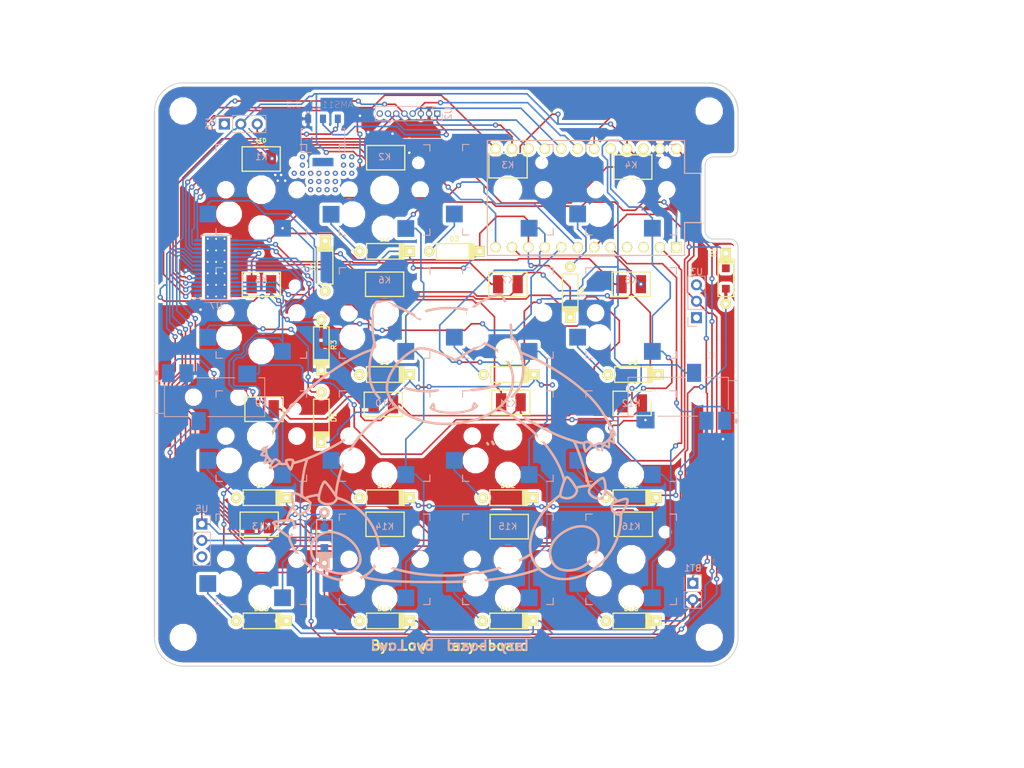
<source format=kicad_pcb>
(kicad_pcb (version 20171130) (host pcbnew "(5.0.0-3-g5ebb6b6)")
  (layers (0 F.Cu signal) (31 B.Cu signal) (34 B.Paste user) (35 F.Paste user) (36 B.SilkS user) (37 F.SilkS user) (38 B.Mask user) (39 F.Mask user) (44 Edge.Cuts user))
  (net 0 "")
  (net 1 /RAW1)
  (net 2 /GND1)
  (net 3 "Net-(D1-Pad2)")
  (net 4 /Row1)
  (net 5 "Net-(D2-Pad2)")
  (net 6 "Net-(D3-Pad2)")
  (net 7 "Net-(D4-Pad2)")
  (net 8 /Row2)
  (net 9 "Net-(D5-Pad2)")
  (net 10 "Net-(D6-Pad2)")
  (net 11 "Net-(D7-Pad2)")
  (net 12 /Row3)
  (net 13 "Net-(D8-Pad2)")
  (net 14 "Net-(D9-Pad2)")
  (net 15 /Col1)
  (net 16 /Col2)
  (net 17 /Col3)
  (net 18 "Net-(U1-Pad3)")
  (net 19 "Net-(U1-Pad4)")
  (net 20 "Net-(U1-Pad14)")
  (net 21 "Net-(U1-Pad15)")
  (net 22 "Net-(U1-Pad16)")
  (net 23 "Net-(U1-Pad17)")
  (net 24 "Net-(U1-Pad18)")
  (net 25 "Net-(U1-Pad22)")
  (net 26 "Net-(U2-Pad8)")
  (net 27 "Net-(BT1-Pad1)")
  (net 28 "Net-(D10-Pad2)")
  (net 29 "Net-(U3-Pad1)")
  (net 30 "Net-(J1-Pad1)")
  (net 31 "Net-(J1-Pad2)")
  (net 32 "Net-(U2-Pad2)")
  (net 33 "Net-(D11-Pad2)")
  (net 34 "Net-(D12-Pad2)")
  (net 35 "Net-(D13-Pad2)")
  (net 36 /Row4)
  (net 37 "Net-(D14-Pad2)")
  (net 38 "Net-(D15-Pad2)")
  (net 39 "Net-(D16-Pad2)")
  (net 40 /VCC1)
  (net 41 /Col4)
  (net 42 "Net-(U1-Pad12)")
  (net 43 "Net-(R1-Pad2)")
  (net 44 "Net-(U5-Pad3)")
  (net 45 "Net-(U4-Pad3)")
  (net 46 "Net-(U6-Pad1)")
  (net 47 "Net-(D20-Pad2)")
  (net 48 "Net-(D21-Pad2)")
  (net 49 "Net-(D22-Pad2)")
  (net 50 "Net-(D23-Pad2)")
  (net 51 "Net-(D24-Pad2)")
  (net 52 "Net-(D25-Pad2)")
  (net 53 "Net-(D26-Pad2)")
  (net 54 "Net-(D27-Pad2)")
  (net 55 "Net-(D28-Pad2)")
  (net 56 "Net-(D29-Pad2)")
  (net 57 "Net-(D30-Pad2)")
  (net 58 "Net-(D31-Pad2)")
  (net 59 "Net-(D32-Pad2)")
  (net 60 "Net-(D33-Pad2)")
  (net 61 "Net-(D34-Pad2)")
  (net 62 "Net-(D35-Pad2)")
  (net 63 "Net-(U1-Pad13)")
  (net 64 /GSCLK)
  (net 65 "Net-(U7-Pad23)")
  (net 66 "Net-(U7-Pad24)")
  (net 67 "Net-(U7-Pad29)")
  (net 68 "Net-(R3-Pad2)")
  (module MountingHole:MountingHole_3.2mm_M3 (layer F.Cu) (at 118.7323 133.985)
    (fp_text reference REF** hide)
    (fp_text value MountingHole_3.2mm_M3)
    (pad 1 np_thru_hole circle (at 0 0) (size 3.2 3.2) (drill 3.2) (layers *.Cu *.Mask))
  )
  (module MountingHole:MountingHole_3.2mm_M3 (layer F.Cu) (at 118.7196 52.5907)
    (fp_text reference REF** hide)
    (fp_text value MountingHole_3.2mm_M3)
    (pad 1 np_thru_hole circle (at 0 0) (size 3.2 3.2) (drill 3.2) (layers *.Cu *.Mask))
  )
  (module MountingHole:MountingHole_3.2mm_M3 (layer F.Cu) (at 200.025 52.6034)
    (fp_text reference REF** hide)
    (fp_text value MountingHole_3.2mm_M3)
    (pad 1 np_thru_hole circle (at 0 0) (size 3.2 3.2) (drill 3.2) (layers *.Cu *.Mask))
  )
  (module keyswitches:PG1350_socket (layer F.Cu) (at 187.96 83.82)
    (fp_text reference K8 (at 0 -5.08) (layer B.SilkS) (effects (justify mirror)))
    (fp_text value KEYSW)
    (pad "" np_thru_hole circle (at -5.5 0) (size 1.7018 1.7018) (drill 1.7018) (layers *.Cu *.Mask))
    (pad "" np_thru_hole circle (at 5.5 0) (size 1.7018 1.7018) (drill 1.7018) (layers *.Cu *.Mask))
    (pad 1 smd rect (at 3.275 5.95) (size 2.6 2.6) (layers B.Cu B.Paste B.Mask) (net 41 /Col4))
    (pad "" np_thru_hole circle (at -5 3.75) (size 3 3) (drill 3) (layers *.Cu *.Mask))
    (pad "" np_thru_hole circle (at 0 0) (size 3.429 3.429) (drill 3.429) (layers *.Cu *.Mask))
    (pad "" np_thru_hole circle (at 0 5.95) (size 3 3) (drill 3) (layers *.Cu *.Mask))
    (pad 2 smd rect (at -8.275 3.75) (size 2.6 2.6) (layers B.Cu B.Paste B.Mask) (net 13 "Net-(D8-Pad2)"))
    (pad "" np_thru_hole circle (at 5.22 -4.2) (size 0.9906 0.9906) (drill 0.9906) (layers *.Cu *.Mask))
  )
  (module keyswitches:PG1350_socket (layer F.Cu) (at 149.86 83.82)
    (fp_text reference K6 (at 0 -5.08) (layer B.SilkS) (effects (justify mirror)))
    (fp_text value KEYSW)
    (pad "" np_thru_hole circle (at -5.5 0) (size 1.7018 1.7018) (drill 1.7018) (layers *.Cu *.Mask))
    (pad "" np_thru_hole circle (at 5.5 0) (size 1.7018 1.7018) (drill 1.7018) (layers *.Cu *.Mask))
    (pad 1 smd rect (at 3.275 5.95) (size 2.6 2.6) (layers B.Cu B.Paste B.Mask) (net 16 /Col2))
    (pad "" np_thru_hole circle (at -5 3.75) (size 3 3) (drill 3) (layers *.Cu *.Mask))
    (pad "" np_thru_hole circle (at 0 0) (size 3.429 3.429) (drill 3.429) (layers *.Cu *.Mask))
    (pad "" np_thru_hole circle (at 0 5.95) (size 3 3) (drill 3) (layers *.Cu *.Mask))
    (pad 2 smd rect (at -8.275 3.75) (size 2.6 2.6) (layers B.Cu B.Paste B.Mask) (net 10 "Net-(D6-Pad2)"))
    (pad "" np_thru_hole circle (at 5.22 -4.2) (size 0.9906 0.9906) (drill 0.9906) (layers *.Cu *.Mask))
  )
  (module keyswitches:PG1350_socket (layer F.Cu) (at 130.81 64.77)
    (fp_text reference K1 (at 0 -5.08) (layer B.SilkS) (effects (justify mirror)))
    (fp_text value KEYSW)
    (pad "" np_thru_hole circle (at 5.22 -4.2) (size 0.9906 0.9906) (drill 0.9906) (layers *.Cu *.Mask))
    (pad 2 smd rect (at -8.275 3.75) (size 2.6 2.6) (layers B.Cu B.Paste B.Mask) (net 3 "Net-(D1-Pad2)"))
    (pad "" np_thru_hole circle (at 0 5.95) (size 3 3) (drill 3) (layers *.Cu *.Mask))
    (pad "" np_thru_hole circle (at 0 0) (size 3.429 3.429) (drill 3.429) (layers *.Cu *.Mask))
    (pad "" np_thru_hole circle (at -5 3.75) (size 3 3) (drill 3) (layers *.Cu *.Mask))
    (pad 1 smd rect (at 3.275 5.95) (size 2.6 2.6) (layers B.Cu B.Paste B.Mask) (net 15 /Col1))
    (pad "" np_thru_hole circle (at 5.5 0) (size 1.7018 1.7018) (drill 1.7018) (layers *.Cu *.Mask))
    (pad "" np_thru_hole circle (at -5.5 0) (size 1.7018 1.7018) (drill 1.7018) (layers *.Cu *.Mask))
  )
  (module keyswitches:PG1350_socket (layer F.Cu) (at 149.86 64.814)
    (fp_text reference K2 (at 0 -5.124) (layer B.SilkS) (effects (justify mirror)))
    (fp_text value KEYSW)
    (pad "" np_thru_hole circle (at -5.5 0) (size 1.7018 1.7018) (drill 1.7018) (layers *.Cu *.Mask))
    (pad "" np_thru_hole circle (at 5.5 0) (size 1.7018 1.7018) (drill 1.7018) (layers *.Cu *.Mask))
    (pad 1 smd rect (at 3.275 5.95) (size 2.6 2.6) (layers B.Cu B.Paste B.Mask) (net 16 /Col2))
    (pad "" np_thru_hole circle (at -5 3.75) (size 3 3) (drill 3) (layers *.Cu *.Mask))
    (pad "" np_thru_hole circle (at 0 0) (size 3.429 3.429) (drill 3.429) (layers *.Cu *.Mask))
    (pad "" np_thru_hole circle (at 0 5.95) (size 3 3) (drill 3) (layers *.Cu *.Mask))
    (pad 2 smd rect (at -8.275 3.75) (size 2.6 2.6) (layers B.Cu B.Paste B.Mask) (net 5 "Net-(D2-Pad2)"))
    (pad "" np_thru_hole circle (at 5.22 -4.2) (size 0.9906 0.9906) (drill 0.9906) (layers *.Cu *.Mask))
  )
  (module keyswitches:PG1350_socket (layer F.Cu) (at 168.91 64.77)
    (fp_text reference K3 (at 0 -3.81) (layer B.SilkS) (effects (justify mirror)))
    (fp_text value KEYSW)
    (pad "" np_thru_hole circle (at 5.22 -4.2) (size 0.9906 0.9906) (drill 0.9906) (layers *.Cu *.Mask))
    (pad 2 smd rect (at -8.275 3.75) (size 2.6 2.6) (layers B.Cu B.Paste B.Mask) (net 6 "Net-(D3-Pad2)"))
    (pad "" np_thru_hole circle (at 0 5.95) (size 3 3) (drill 3) (layers *.Cu *.Mask))
    (pad "" np_thru_hole circle (at 0 0) (size 3.429 3.429) (drill 3.429) (layers *.Cu *.Mask))
    (pad "" np_thru_hole circle (at -5 3.75) (size 3 3) (drill 3) (layers *.Cu *.Mask))
    (pad 1 smd rect (at 3.275 5.95) (size 2.6 2.6) (layers B.Cu B.Paste B.Mask) (net 17 /Col3))
    (pad "" np_thru_hole circle (at 5.5 0) (size 1.7018 1.7018) (drill 1.7018) (layers *.Cu *.Mask))
    (pad "" np_thru_hole circle (at -5.5 0) (size 1.7018 1.7018) (drill 1.7018) (layers *.Cu *.Mask))
  )
  (module keyswitches:PG1350_socket (layer F.Cu) (at 187.96 64.77)
    (fp_text reference K4 (at 0 -3.81) (layer B.SilkS) (effects (justify mirror)))
    (fp_text value KEYSW)
    (pad "" np_thru_hole circle (at -5.5 0) (size 1.7018 1.7018) (drill 1.7018) (layers *.Cu *.Mask))
    (pad "" np_thru_hole circle (at 5.5 0) (size 1.7018 1.7018) (drill 1.7018) (layers *.Cu *.Mask))
    (pad 1 smd rect (at 3.275 5.95) (size 2.6 2.6) (layers B.Cu B.Paste B.Mask) (net 41 /Col4))
    (pad "" np_thru_hole circle (at -5 3.75) (size 3 3) (drill 3) (layers *.Cu *.Mask))
    (pad "" np_thru_hole circle (at 0 0) (size 3.429 3.429) (drill 3.429) (layers *.Cu *.Mask))
    (pad "" np_thru_hole circle (at 0 5.95) (size 3 3) (drill 3) (layers *.Cu *.Mask))
    (pad 2 smd rect (at -8.275 3.75) (size 2.6 2.6) (layers B.Cu B.Paste B.Mask) (net 7 "Net-(D4-Pad2)"))
    (pad "" np_thru_hole circle (at 5.22 -4.2) (size 0.9906 0.9906) (drill 0.9906) (layers *.Cu *.Mask))
  )
  (module keyswitches:PG1350_socket (layer F.Cu) (at 130.81 83.82)
    (fp_text reference K5 (at 0 -5.08) (layer B.SilkS) (effects (justify mirror)))
    (fp_text value KEYSW)
    (pad "" np_thru_hole circle (at 5.22 -4.2) (size 0.9906 0.9906) (drill 0.9906) (layers *.Cu *.Mask))
    (pad 2 smd rect (at -8.275 3.75) (size 2.6 2.6) (layers B.Cu B.Paste B.Mask) (net 9 "Net-(D5-Pad2)"))
    (pad "" np_thru_hole circle (at 0 5.95) (size 3 3) (drill 3) (layers *.Cu *.Mask))
    (pad "" np_thru_hole circle (at 0 0) (size 3.429 3.429) (drill 3.429) (layers *.Cu *.Mask))
    (pad "" np_thru_hole circle (at -5 3.75) (size 3 3) (drill 3) (layers *.Cu *.Mask))
    (pad 1 smd rect (at 3.275 5.95) (size 2.6 2.6) (layers B.Cu B.Paste B.Mask) (net 15 /Col1))
    (pad "" np_thru_hole circle (at 5.5 0) (size 1.7018 1.7018) (drill 1.7018) (layers *.Cu *.Mask))
    (pad "" np_thru_hole circle (at -5.5 0) (size 1.7018 1.7018) (drill 1.7018) (layers *.Cu *.Mask))
  )
  (module keyswitches:PG1350_socket (layer F.Cu) (at 168.91 83.82)
    (fp_text reference K7 (at 0 -5.08) (layer B.SilkS) (effects (justify mirror)))
    (fp_text value KEYSW)
    (pad "" np_thru_hole circle (at 5.22 -4.2) (size 0.9906 0.9906) (drill 0.9906) (layers *.Cu *.Mask))
    (pad 2 smd rect (at -8.275 3.75) (size 2.6 2.6) (layers B.Cu B.Paste B.Mask) (net 11 "Net-(D7-Pad2)"))
    (pad "" np_thru_hole circle (at 0 5.95) (size 3 3) (drill 3) (layers *.Cu *.Mask))
    (pad "" np_thru_hole circle (at 0 0) (size 3.429 3.429) (drill 3.429) (layers *.Cu *.Mask))
    (pad "" np_thru_hole circle (at -5 3.75) (size 3 3) (drill 3) (layers *.Cu *.Mask))
    (pad 1 smd rect (at 3.275 5.95) (size 2.6 2.6) (layers B.Cu B.Paste B.Mask) (net 17 /Col3))
    (pad "" np_thru_hole circle (at 5.5 0) (size 1.7018 1.7018) (drill 1.7018) (layers *.Cu *.Mask))
    (pad "" np_thru_hole circle (at -5.5 0) (size 1.7018 1.7018) (drill 1.7018) (layers *.Cu *.Mask))
  )
  (module keyswitches:PG1350_socket (layer F.Cu) (at 130.81 102.87)
    (fp_text reference K9 (at 0 -5.08) (layer B.SilkS) (effects (justify mirror)))
    (fp_text value KEYSW)
    (pad "" np_thru_hole circle (at 5.22 -4.2) (size 0.9906 0.9906) (drill 0.9906) (layers *.Cu *.Mask))
    (pad 2 smd rect (at -8.275 3.75) (size 2.6 2.6) (layers B.Cu B.Paste B.Mask) (net 14 "Net-(D9-Pad2)"))
    (pad "" np_thru_hole circle (at 0 5.95) (size 3 3) (drill 3) (layers *.Cu *.Mask))
    (pad "" np_thru_hole circle (at 0 0) (size 3.429 3.429) (drill 3.429) (layers *.Cu *.Mask))
    (pad "" np_thru_hole circle (at -5 3.75) (size 3 3) (drill 3) (layers *.Cu *.Mask))
    (pad 1 smd rect (at 3.275 5.95) (size 2.6 2.6) (layers B.Cu B.Paste B.Mask) (net 15 /Col1))
    (pad "" np_thru_hole circle (at 5.5 0) (size 1.7018 1.7018) (drill 1.7018) (layers *.Cu *.Mask))
    (pad "" np_thru_hole circle (at -5.5 0) (size 1.7018 1.7018) (drill 1.7018) (layers *.Cu *.Mask))
  )
  (module keyboard_parts:nrf24l01header (layer B.Cu) (at 158 53 90)
    (fp_text reference U2 (at 0 1.695 90) (layer B.SilkS) (effects (justify mirror)))
    (fp_text value NRF24L01_Breakout)
    (pad 8 thru_hole oval (at 0 -8.89 90) (size 1 1) (drill 0.65) (layers *.Cu *.Mask) (net 26 "Net-(U2-Pad8)"))
    (pad 7 thru_hole oval (at 0 -7.62 90) (size 1 1) (drill 0.65) (layers *.Cu *.Mask) (net 21 "Net-(U1-Pad15)"))
    (pad 6 thru_hole oval (at 0 -6.35 90) (size 1 1) (drill 0.65) (layers *.Cu *.Mask) (net 20 "Net-(U1-Pad14)"))
    (pad 5 thru_hole oval (at 0 -5.08 90) (size 1 1) (drill 0.65) (layers *.Cu *.Mask) (net 22 "Net-(U1-Pad16)"))
    (pad 4 thru_hole oval (at 0 -3.81 90) (size 1 1) (drill 0.65) (layers *.Cu *.Mask) (net 23 "Net-(U1-Pad17)"))
    (pad 3 thru_hole oval (at 0 -2.54 90) (size 1 1) (drill 0.65) (layers *.Cu *.Mask) (net 24 "Net-(U1-Pad18)"))
    (pad 1 thru_hole oval (at 0 -1.27 90) (size 1 1) (drill 0.65) (layers *.Cu *.Mask) (net 2 /GND1))
    (pad 2 thru_hole rect (at 0 0 90) (size 1 1) (drill 0.65) (layers *.Cu *.Mask) (net 32 "Net-(U2-Pad2)"))
  )
  (module Connector_PinHeader_2.54mm:PinHeader_1x03_P2.54mm_Vertical (layer B.Cu) (at 198.0565 84.5566)
    (fp_text reference U3 (at 0 -7.0866) (layer B.SilkS) (effects (justify mirror)))
    (fp_text value ADG417BN)
    (pad 1 thru_hole rect (at 0 0) (size 1.7 1.7) (drill 1) (layers *.Cu *.Mask) (net 29 "Net-(U3-Pad1)"))
    (pad 2 thru_hole oval (at 0 -2.54) (size 1.7 1.7) (drill 1) (layers *.Cu *.Mask) (net 1 /RAW1))
    (pad 3 thru_hole oval (at 0 -5.08) (size 1.7 1.7) (drill 1) (layers *.Cu *.Mask) (net 27 "Net-(BT1-Pad1)"))
  )
  (module keyswitches:PG1350_socket (layer F.Cu) (at 149.86 102.87)
    (fp_text reference K10 (at 0 -5.08) (layer B.SilkS) (effects (justify mirror)))
    (fp_text value KEYSW)
    (pad "" np_thru_hole circle (at -5.5 0) (size 1.7018 1.7018) (drill 1.7018) (layers *.Cu *.Mask))
    (pad "" np_thru_hole circle (at 5.5 0) (size 1.7018 1.7018) (drill 1.7018) (layers *.Cu *.Mask))
    (pad 1 smd rect (at 3.275 5.95) (size 2.6 2.6) (layers B.Cu B.Paste B.Mask) (net 16 /Col2))
    (pad "" np_thru_hole circle (at -5 3.75) (size 3 3) (drill 3) (layers *.Cu *.Mask))
    (pad "" np_thru_hole circle (at 0 0) (size 3.429 3.429) (drill 3.429) (layers *.Cu *.Mask))
    (pad "" np_thru_hole circle (at 0 5.95) (size 3 3) (drill 3) (layers *.Cu *.Mask))
    (pad 2 smd rect (at -8.275 3.75) (size 2.6 2.6) (layers B.Cu B.Paste B.Mask) (net 28 "Net-(D10-Pad2)"))
    (pad "" np_thru_hole circle (at 5.22 -4.2) (size 0.9906 0.9906) (drill 0.9906) (layers *.Cu *.Mask))
  )
  (module keyswitches:PG1350_socket (layer F.Cu) (at 168.91 102.87)
    (fp_text reference K11 (at 0 -5.08) (layer B.SilkS) (effects (justify mirror)))
    (fp_text value KEYSW)
    (pad "" np_thru_hole circle (at 5.22 -4.2) (size 0.9906 0.9906) (drill 0.9906) (layers *.Cu *.Mask))
    (pad 2 smd rect (at -8.275 3.75) (size 2.6 2.6) (layers B.Cu B.Paste B.Mask) (net 33 "Net-(D11-Pad2)"))
    (pad "" np_thru_hole circle (at 0 5.95) (size 3 3) (drill 3) (layers *.Cu *.Mask))
    (pad "" np_thru_hole circle (at 0 0) (size 3.429 3.429) (drill 3.429) (layers *.Cu *.Mask))
    (pad "" np_thru_hole circle (at -5 3.75) (size 3 3) (drill 3) (layers *.Cu *.Mask))
    (pad 1 smd rect (at 3.275 5.95) (size 2.6 2.6) (layers B.Cu B.Paste B.Mask) (net 17 /Col3))
    (pad "" np_thru_hole circle (at 5.5 0) (size 1.7018 1.7018) (drill 1.7018) (layers *.Cu *.Mask))
    (pad "" np_thru_hole circle (at -5.5 0) (size 1.7018 1.7018) (drill 1.7018) (layers *.Cu *.Mask))
  )
  (module keyswitches:PG1350_socket (layer F.Cu) (at 187.96 102.87)
    (fp_text reference K12 (at 0 -5.08) (layer B.SilkS) (effects (justify mirror)))
    (fp_text value KEYSW)
    (pad "" np_thru_hole circle (at 5.22 -4.2) (size 0.9906 0.9906) (drill 0.9906) (layers *.Cu *.Mask))
    (pad 2 smd rect (at -8.275 3.75) (size 2.6 2.6) (layers B.Cu B.Paste B.Mask) (net 34 "Net-(D12-Pad2)"))
    (pad "" np_thru_hole circle (at 0 5.95) (size 3 3) (drill 3) (layers *.Cu *.Mask))
    (pad "" np_thru_hole circle (at 0 0) (size 3.429 3.429) (drill 3.429) (layers *.Cu *.Mask))
    (pad "" np_thru_hole circle (at -5 3.75) (size 3 3) (drill 3) (layers *.Cu *.Mask))
    (pad 1 smd rect (at 3.275 5.95) (size 2.6 2.6) (layers B.Cu B.Paste B.Mask) (net 41 /Col4))
    (pad "" np_thru_hole circle (at 5.5 0) (size 1.7018 1.7018) (drill 1.7018) (layers *.Cu *.Mask))
    (pad "" np_thru_hole circle (at -5.5 0) (size 1.7018 1.7018) (drill 1.7018) (layers *.Cu *.Mask))
  )
  (module keyswitches:PG1350_socket (layer F.Cu) (at 130.81 121.92)
    (fp_text reference K13 (at 0 -5.08) (layer B.SilkS) (effects (justify mirror)))
    (fp_text value KEYSW)
    (pad "" np_thru_hole circle (at -5.5 0) (size 1.7018 1.7018) (drill 1.7018) (layers *.Cu *.Mask))
    (pad "" np_thru_hole circle (at 5.5 0) (size 1.7018 1.7018) (drill 1.7018) (layers *.Cu *.Mask))
    (pad 1 smd rect (at 3.275 5.95) (size 2.6 2.6) (layers B.Cu B.Paste B.Mask) (net 15 /Col1))
    (pad "" np_thru_hole circle (at -5 3.75) (size 3 3) (drill 3) (layers *.Cu *.Mask))
    (pad "" np_thru_hole circle (at 0 0) (size 3.429 3.429) (drill 3.429) (layers *.Cu *.Mask))
    (pad "" np_thru_hole circle (at 0 5.95) (size 3 3) (drill 3) (layers *.Cu *.Mask))
    (pad 2 smd rect (at -8.275 3.75) (size 2.6 2.6) (layers B.Cu B.Paste B.Mask) (net 35 "Net-(D13-Pad2)"))
    (pad "" np_thru_hole circle (at 5.22 -4.2) (size 0.9906 0.9906) (drill 0.9906) (layers *.Cu *.Mask))
  )
  (module keyswitches:PG1350_socket (layer F.Cu) (at 149.86 121.92)
    (fp_text reference K14 (at 0 -5.08) (layer B.SilkS) (effects (justify mirror)))
    (fp_text value KEYSW)
    (pad "" np_thru_hole circle (at 5.22 -4.2) (size 0.9906 0.9906) (drill 0.9906) (layers *.Cu *.Mask))
    (pad 2 smd rect (at -8.275 3.75) (size 2.6 2.6) (layers B.Cu B.Paste B.Mask) (net 37 "Net-(D14-Pad2)"))
    (pad "" np_thru_hole circle (at 0 5.95) (size 3 3) (drill 3) (layers *.Cu *.Mask))
    (pad "" np_thru_hole circle (at 0 0) (size 3.429 3.429) (drill 3.429) (layers *.Cu *.Mask))
    (pad "" np_thru_hole circle (at -5 3.75) (size 3 3) (drill 3) (layers *.Cu *.Mask))
    (pad 1 smd rect (at 3.275 5.95) (size 2.6 2.6) (layers B.Cu B.Paste B.Mask) (net 16 /Col2))
    (pad "" np_thru_hole circle (at 5.5 0) (size 1.7018 1.7018) (drill 1.7018) (layers *.Cu *.Mask))
    (pad "" np_thru_hole circle (at -5.5 0) (size 1.7018 1.7018) (drill 1.7018) (layers *.Cu *.Mask))
  )
  (module keyswitches:PG1350_socket (layer F.Cu) (at 168.91 121.92)
    (fp_text reference K15 (at 0 -5.08) (layer B.SilkS) (effects (justify mirror)))
    (fp_text value KEYSW)
    (pad "" np_thru_hole circle (at -5.5 0) (size 1.7018 1.7018) (drill 1.7018) (layers *.Cu *.Mask))
    (pad "" np_thru_hole circle (at 5.5 0) (size 1.7018 1.7018) (drill 1.7018) (layers *.Cu *.Mask))
    (pad 1 smd rect (at 3.275 5.95) (size 2.6 2.6) (layers B.Cu B.Paste B.Mask) (net 17 /Col3))
    (pad "" np_thru_hole circle (at -5 3.75) (size 3 3) (drill 3) (layers *.Cu *.Mask))
    (pad "" np_thru_hole circle (at 0 0) (size 3.429 3.429) (drill 3.429) (layers *.Cu *.Mask))
    (pad "" np_thru_hole circle (at 0 5.95) (size 3 3) (drill 3) (layers *.Cu *.Mask))
    (pad 2 smd rect (at -8.275 3.75) (size 2.6 2.6) (layers B.Cu B.Paste B.Mask) (net 38 "Net-(D15-Pad2)"))
    (pad "" np_thru_hole circle (at 5.22 -4.2) (size 0.9906 0.9906) (drill 0.9906) (layers *.Cu *.Mask))
  )
  (module keyswitches:PG1350_socket (layer F.Cu) (at 187.96 121.92)
    (fp_text reference K16 (at 0 -5.08) (layer B.SilkS) (effects (justify mirror)))
    (fp_text value KEYSW)
    (pad "" np_thru_hole circle (at 5.22 -4.2) (size 0.9906 0.9906) (drill 0.9906) (layers *.Cu *.Mask))
    (pad 2 smd rect (at -8.275 3.75) (size 2.6 2.6) (layers B.Cu B.Paste B.Mask) (net 39 "Net-(D16-Pad2)"))
    (pad "" np_thru_hole circle (at 0 5.95) (size 3 3) (drill 3) (layers *.Cu *.Mask))
    (pad "" np_thru_hole circle (at 0 0) (size 3.429 3.429) (drill 3.429) (layers *.Cu *.Mask))
    (pad "" np_thru_hole circle (at -5 3.75) (size 3 3) (drill 3) (layers *.Cu *.Mask))
    (pad 1 smd rect (at 3.275 5.95) (size 2.6 2.6) (layers B.Cu B.Paste B.Mask) (net 41 /Col4))
    (pad "" np_thru_hole circle (at 5.5 0) (size 1.7018 1.7018) (drill 1.7018) (layers *.Cu *.Mask))
    (pad "" np_thru_hole circle (at -5.5 0) (size 1.7018 1.7018) (drill 1.7018) (layers *.Cu *.Mask))
  )
  (module keyboard_parts:D_SOD123_axial (layer F.Cu) (at 202.5904 78.4987 270)
    (fp_text reference R1 (at -4.0767 1.8796 270) (layer F.SilkS) (effects (font (size 0.8 0.8))))
    (fp_text value R hide)
    (pad 2 smd rect (at 1.575 0 270) (size 1.2 1.2) (layers F.Cu F.Paste F.Mask) (net 43 "Net-(R1-Pad2)"))
    (pad 1 smd rect (at -1.575 0 270) (size 1.2 1.2) (layers F.Cu F.Paste F.Mask) (net 31 "Net-(J1-Pad2)"))
    (pad 1 thru_hole rect (at -3.9 0 270) (size 1.6 1.6) (drill 0.7) (layers *.Cu *.Mask F.SilkS) (net 31 "Net-(J1-Pad2)"))
    (pad 2 thru_hole circle (at 3.9 0 270) (size 1.6 1.6) (drill 0.7) (layers *.Cu *.Mask F.SilkS) (net 43 "Net-(R1-Pad2)"))
    (pad 1 smd rect (at -2.7 0 270) (size 2.5 0.5) (layers F.Cu) (net 31 "Net-(J1-Pad2)"))
    (pad 2 smd rect (at 2.7 0 270) (size 2.5 0.5) (layers F.Cu) (net 43 "Net-(R1-Pad2)"))
  )
  (module keyboard_parts:D_SOD123_axial (layer B.Cu) (at 140.5509 118.5926 90)
    (fp_text reference R2 (at 0 -1.925 90) (layer B.SilkS) (effects (font (size 0.8 0.8)) (justify mirror)))
    (fp_text value R hide)
    (pad 2 smd rect (at 2.7 0 90) (size 2.5 0.5) (layers B.Cu) (net 43 "Net-(R1-Pad2)"))
    (pad 1 smd rect (at -2.7 0 90) (size 2.5 0.5) (layers B.Cu) (net 30 "Net-(J1-Pad1)"))
    (pad 2 thru_hole circle (at 3.9 0 90) (size 1.6 1.6) (drill 0.7) (layers *.Cu *.Mask B.SilkS) (net 43 "Net-(R1-Pad2)"))
    (pad 1 thru_hole rect (at -3.9 0 90) (size 1.6 1.6) (drill 0.7) (layers *.Cu *.Mask B.SilkS) (net 30 "Net-(J1-Pad1)"))
    (pad 1 smd rect (at -1.575 0 90) (size 1.2 1.2) (layers B.Cu B.Paste B.Mask) (net 30 "Net-(J1-Pad1)"))
    (pad 2 smd rect (at 1.575 0 90) (size 1.2 1.2) (layers B.Cu B.Paste B.Mask) (net 43 "Net-(R1-Pad2)"))
  )
  (module Connector_PinHeader_2.54mm:PinHeader_1x03_P2.54mm_Vertical (layer B.Cu) (at 121.6152 116.459 180)
    (fp_text reference U5 (at 0 2.33 180) (layer B.SilkS) (effects (justify mirror)))
    (fp_text value ADG417BN)
    (pad 1 thru_hole rect (at 0 0 180) (size 1.7 1.7) (drill 1) (layers *.Cu *.Mask) (net 40 /VCC1))
    (pad 2 thru_hole oval (at 0 -2.54 180) (size 1.7 1.7) (drill 1) (layers *.Cu *.Mask) (net 43 "Net-(R1-Pad2)"))
    (pad 3 thru_hole oval (at 0 -5.08 180) (size 1.7 1.7) (drill 1) (layers *.Cu *.Mask) (net 44 "Net-(U5-Pad3)"))
  )
  (module foots:ProMicroPinsFlipped (layer F.Cu) (at 180.975 66.04 180)
    (fp_text reference U1 hide)
    (fp_text value ProMicro)
    (pad 1 thru_hole rect (at -13.97 -7.62 180) (size 1.6 1.6) (drill 1.1) (layers *.Cu *.Mask F.SilkS) (net 16 /Col2))
    (pad 23 thru_hole circle (at -11.43 7.62 180) (size 1.6 1.6) (drill 1.1) (layers *.Cu *.Mask F.SilkS) (net 2 /GND1))
    (pad 22 thru_hole circle (at -8.89 7.62 180) (size 1.6 1.6) (drill 1.1) (layers *.Cu *.Mask F.SilkS) (net 25 "Net-(U1-Pad22)"))
    (pad 21 thru_hole circle (at -6.35 7.62 180) (size 1.6 1.6) (drill 1.1) (layers *.Cu *.Mask F.SilkS) (net 40 /VCC1))
    (pad 20 thru_hole circle (at -3.81 7.62 180) (size 1.6 1.6) (drill 1.1) (layers *.Cu *.Mask F.SilkS) (net 41 /Col4))
    (pad 19 thru_hole circle (at -1.27 7.62 180) (size 1.6 1.6) (drill 1.1) (layers *.Cu *.Mask F.SilkS) (net 36 /Row4))
    (pad 18 thru_hole circle (at 1.27 7.62 180) (size 1.6 1.6) (drill 1.1) (layers *.Cu *.Mask F.SilkS) (net 24 "Net-(U1-Pad18)"))
    (pad 17 thru_hole circle (at 3.81 7.62 180) (size 1.6 1.6) (drill 1.1) (layers *.Cu *.Mask F.SilkS) (net 23 "Net-(U1-Pad17)"))
    (pad 16 thru_hole circle (at 6.35 7.62 180) (size 1.6 1.6) (drill 1.1) (layers *.Cu *.Mask F.SilkS) (net 22 "Net-(U1-Pad16)"))
    (pad 15 thru_hole circle (at 8.89 7.62 180) (size 1.6 1.6) (drill 1.1) (layers *.Cu *.Mask F.SilkS) (net 21 "Net-(U1-Pad15)"))
    (pad 14 thru_hole circle (at 11.43 7.62 180) (size 1.6 1.6) (drill 1.1) (layers *.Cu *.Mask F.SilkS) (net 20 "Net-(U1-Pad14)"))
    (pad 13 thru_hole circle (at 13.97 7.62 180) (size 1.6 1.6) (drill 1.1) (layers *.Cu *.Mask F.SilkS) (net 63 "Net-(U1-Pad13)"))
    (pad 12 thru_hole circle (at 13.97 -7.62 180) (size 1.6 1.6) (drill 1.1) (layers *.Cu *.Mask F.SilkS) (net 42 "Net-(U1-Pad12)"))
    (pad 11 thru_hole circle (at 11.43 -7.62 180) (size 1.6 1.6) (drill 1.1) (layers *.Cu *.Mask F.SilkS) (net 8 /Row2))
    (pad 10 thru_hole circle (at 8.89 -7.62 180) (size 1.6 1.6) (drill 1.1) (layers *.Cu *.Mask F.SilkS) (net 4 /Row1))
    (pad 9 thru_hole circle (at 6.35 -7.62 180) (size 1.6 1.6) (drill 1.1) (layers *.Cu *.Mask F.SilkS) (net 17 /Col3))
    (pad 8 thru_hole circle (at 3.81 -7.62 180) (size 1.6 1.6) (drill 1.1) (layers *.Cu *.Mask F.SilkS) (net 64 /GSCLK))
    (pad 7 thru_hole circle (at 1.27 -7.62 180) (size 1.6 1.6) (drill 1.1) (layers *.Cu *.Mask F.SilkS) (net 15 /Col1))
    (pad 6 thru_hole circle (at -1.27 -7.62 180) (size 1.6 1.6) (drill 1.1) (layers *.Cu *.Mask F.SilkS) (net 31 "Net-(J1-Pad2)"))
    (pad 5 thru_hole circle (at -3.81 -7.62 180) (size 1.6 1.6) (drill 1.1) (layers *.Cu *.Mask F.SilkS) (net 30 "Net-(J1-Pad1)"))
    (pad 4 thru_hole circle (at -6.35 -7.62 180) (size 1.6 1.6) (drill 1.1) (layers *.Cu *.Mask F.SilkS) (net 19 "Net-(U1-Pad4)"))
    (pad 3 thru_hole circle (at -8.89 -7.62 180) (size 1.6 1.6) (drill 1.1) (layers *.Cu *.Mask F.SilkS) (net 18 "Net-(U1-Pad3)"))
    (pad 2 thru_hole circle (at -11.43 -7.62 180) (size 1.6 1.6) (drill 1.1) (layers *.Cu *.Mask F.SilkS) (net 12 /Row3))
    (pad 24 thru_hole circle (at -13.97 7.62 180) (size 1.6 1.6) (drill 1.1) (layers *.Cu *.Mask F.SilkS) (net 1 /RAW1))
  )
  (module Connector_PinHeader_2.54mm:PinHeader_1x03_P2.54mm_Vertical (layer B.Cu) (at 125.095 54.61 270)
    (fp_text reference U6 (at 0 2.33 270) (layer B.SilkS) (effects (justify mirror)))
    (fp_text value ADG417BN)
    (pad 1 thru_hole rect (at 0 0 270) (size 1.7 1.7) (drill 1) (layers *.Cu *.Mask) (net 46 "Net-(U6-Pad1)"))
    (pad 2 thru_hole oval (at 0 -2.54 270) (size 1.7 1.7) (drill 1) (layers *.Cu *.Mask) (net 40 /VCC1))
    (pad 3 thru_hole oval (at 0 -5.08 270) (size 1.7 1.7) (drill 1) (layers *.Cu *.Mask) (net 45 "Net-(U4-Pad3)"))
  )
  (module Package_SO:HTSSOP-28-1EP_4.4x9.7mm_P0.65mm_EP3.4x9.5mm_Mask2.4x6.17mm_ThermalVias (layer B.Cu) (at 123.825 76.8223)
    (fp_text reference U7 (at 0 5.9) (layer B.SilkS) (effects (justify mirror)))
    (fp_text value TLC5940PWP)
    (pad 1 smd rect (at -2.85 4.225) (size 1.1 0.4) (layers B.Cu B.Paste B.Mask) (net 2 /GND1))
    (pad 2 smd rect (at -2.85 3.575) (size 1.1 0.4) (layers B.Cu B.Paste B.Mask) (net 63 "Net-(U1-Pad13)"))
    (pad 3 smd rect (at -2.85 2.925) (size 1.1 0.4) (layers B.Cu B.Paste B.Mask) (net 42 "Net-(U1-Pad12)"))
    (pad 4 smd rect (at -2.85 2.275) (size 1.1 0.4) (layers B.Cu B.Paste B.Mask) (net 22 "Net-(U1-Pad16)"))
    (pad 5 smd rect (at -2.85 1.625) (size 1.1 0.4) (layers B.Cu B.Paste B.Mask) (net 20 "Net-(U1-Pad14)"))
    (pad 6 smd rect (at -2.85 0.975) (size 1.1 0.4) (layers B.Cu B.Paste B.Mask) (net 2 /GND1))
    (pad 7 smd rect (at -2.85 0.325) (size 1.1 0.4) (layers B.Cu B.Paste B.Mask) (net 62 "Net-(D35-Pad2)"))
    (pad 8 smd rect (at -2.85 -0.325) (size 1.1 0.4) (layers B.Cu B.Paste B.Mask) (net 61 "Net-(D34-Pad2)"))
    (pad 9 smd rect (at -2.85 -0.975) (size 1.1 0.4) (layers B.Cu B.Paste B.Mask) (net 60 "Net-(D33-Pad2)"))
    (pad 10 smd rect (at -2.85 -1.625) (size 1.1 0.4) (layers B.Cu B.Paste B.Mask) (net 59 "Net-(D32-Pad2)"))
    (pad 11 smd rect (at -2.85 -2.275) (size 1.1 0.4) (layers B.Cu B.Paste B.Mask) (net 58 "Net-(D31-Pad2)"))
    (pad 12 smd rect (at -2.85 -2.925) (size 1.1 0.4) (layers B.Cu B.Paste B.Mask) (net 57 "Net-(D30-Pad2)"))
    (pad 13 smd rect (at -2.85 -3.575) (size 1.1 0.4) (layers B.Cu B.Paste B.Mask) (net 56 "Net-(D29-Pad2)"))
    (pad 14 smd rect (at -2.85 -4.225) (size 1.1 0.4) (layers B.Cu B.Paste B.Mask) (net 55 "Net-(D28-Pad2)"))
    (pad 15 smd rect (at 2.85 -4.225) (size 1.1 0.4) (layers B.Cu B.Paste B.Mask) (net 54 "Net-(D27-Pad2)"))
    (pad 16 smd rect (at 2.85 -3.575) (size 1.1 0.4) (layers B.Cu B.Paste B.Mask) (net 53 "Net-(D26-Pad2)"))
    (pad 17 smd rect (at 2.85 -2.925) (size 1.1 0.4) (layers B.Cu B.Paste B.Mask) (net 52 "Net-(D25-Pad2)"))
    (pad 18 smd rect (at 2.85 -2.275) (size 1.1 0.4) (layers B.Cu B.Paste B.Mask) (net 51 "Net-(D24-Pad2)"))
    (pad 19 smd rect (at 2.85 -1.625) (size 1.1 0.4) (layers B.Cu B.Paste B.Mask) (net 50 "Net-(D23-Pad2)"))
    (pad 20 smd rect (at 2.85 -0.975) (size 1.1 0.4) (layers B.Cu B.Paste B.Mask) (net 49 "Net-(D22-Pad2)"))
    (pad 21 smd rect (at 2.85 -0.325) (size 1.1 0.4) (layers B.Cu B.Paste B.Mask) (net 48 "Net-(D21-Pad2)"))
    (pad 22 smd rect (at 2.85 0.325) (size 1.1 0.4) (layers B.Cu B.Paste B.Mask) (net 47 "Net-(D20-Pad2)"))
    (pad 23 smd rect (at 2.85 0.975) (size 1.1 0.4) (layers B.Cu B.Paste B.Mask) (net 65 "Net-(U7-Pad23)"))
    (pad 24 smd rect (at 2.85 1.625) (size 1.1 0.4) (layers B.Cu B.Paste B.Mask) (net 66 "Net-(U7-Pad24)"))
    (pad 25 smd rect (at 2.85 2.275) (size 1.1 0.4) (layers B.Cu B.Paste B.Mask) (net 64 /GSCLK))
    (pad 26 smd rect (at 2.85 2.925) (size 1.1 0.4) (layers B.Cu B.Paste B.Mask) (net 40 /VCC1))
    (pad 27 smd rect (at 2.85 3.575) (size 1.1 0.4) (layers B.Cu B.Paste B.Mask) (net 68 "Net-(R3-Pad2)"))
    (pad 28 smd rect (at 2.85 4.225) (size 1.1 0.4) (layers B.Cu B.Paste B.Mask) (net 40 /VCC1))
    (pad 29 smd rect (at 0 0) (size 3.4 9.7) (layers B.Cu) (net 67 "Net-(U7-Pad29)"))
    (pad 29 thru_hole circle (at -1.3 4.45) (size 0.6 0.6) (drill 0.3) (layers *.Cu) (net 67 "Net-(U7-Pad29)"))
    (pad 29 thru_hole circle (at 0 4.45) (size 0.6 0.6) (drill 0.3) (layers *.Cu) (net 67 "Net-(U7-Pad29)"))
    (pad 29 thru_hole circle (at 1.3 4.45) (size 0.6 0.6) (drill 0.3) (layers *.Cu) (net 67 "Net-(U7-Pad29)"))
    (pad 29 thru_hole circle (at 1.3 2.67) (size 0.6 0.6) (drill 0.3) (layers *.Cu) (net 67 "Net-(U7-Pad29)"))
    (pad 29 thru_hole circle (at 0 2.67) (size 0.6 0.6) (drill 0.3) (layers *.Cu) (net 67 "Net-(U7-Pad29)"))
    (pad 29 thru_hole circle (at -1.3 2.67) (size 0.6 0.6) (drill 0.3) (layers *.Cu) (net 67 "Net-(U7-Pad29)"))
    (pad 29 thru_hole circle (at 1.3 0.89) (size 0.6 0.6) (drill 0.3) (layers *.Cu) (net 67 "Net-(U7-Pad29)"))
    (pad 29 thru_hole circle (at 0 0.89) (size 0.6 0.6) (drill 0.3) (layers *.Cu) (net 67 "Net-(U7-Pad29)"))
    (pad 29 thru_hole circle (at -1.3 0.89) (size 0.6 0.6) (drill 0.3) (layers *.Cu) (net 67 "Net-(U7-Pad29)"))
    (pad 29 thru_hole circle (at 1.3 -0.89) (size 0.6 0.6) (drill 0.3) (layers *.Cu) (net 67 "Net-(U7-Pad29)"))
    (pad 29 thru_hole circle (at 0 -0.89) (size 0.6 0.6) (drill 0.3) (layers *.Cu) (net 67 "Net-(U7-Pad29)"))
    (pad 29 thru_hole circle (at -1.3 -0.89) (size 0.6 0.6) (drill 0.3) (layers *.Cu) (net 67 "Net-(U7-Pad29)"))
    (pad 29 thru_hole circle (at 1.3 -2.67) (size 0.6 0.6) (drill 0.3) (layers *.Cu) (net 67 "Net-(U7-Pad29)"))
    (pad 29 thru_hole circle (at 0 -2.67) (size 0.6 0.6) (drill 0.3) (layers *.Cu) (net 67 "Net-(U7-Pad29)"))
    (pad 29 thru_hole circle (at -1.3 -2.67) (size 0.6 0.6) (drill 0.3) (layers *.Cu) (net 67 "Net-(U7-Pad29)"))
    (pad 29 thru_hole circle (at 1.3 -4.45) (size 0.6 0.6) (drill 0.3) (layers *.Cu) (net 67 "Net-(U7-Pad29)"))
    (pad 29 thru_hole circle (at 0 -4.45) (size 0.6 0.6) (drill 0.3) (layers *.Cu) (net 67 "Net-(U7-Pad29)"))
    (pad 29 thru_hole circle (at -1.3 -4.45) (size 0.6 0.6) (drill 0.3) (layers *.Cu) (net 67 "Net-(U7-Pad29)"))
    (pad 29 smd rect (at 0 0) (size 3.4 9.7) (layers F.Cu) (net 67 "Net-(U7-Pad29)"))
  )
  (module Connector_PinHeader_2.54mm:PinHeader_1x02_P2.54mm_Vertical (layer B.Cu) (at 197.485 125.6284 180)
    (fp_text reference BT1 (at 0 2.33 180) (layer B.SilkS) (effects (justify mirror)))
    (fp_text value Battery_Cell)
    (pad 1 thru_hole rect (at 0 0 180) (size 1.7 1.7) (drill 1) (layers *.Cu *.Mask) (net 27 "Net-(BT1-Pad1)"))
    (pad 2 thru_hole oval (at 0 -2.54 180) (size 1.7 1.7) (drill 1) (layers *.Cu *.Mask) (net 2 /GND1))
  )
  (module foots:C_3528v1 (layer F.Cu) (at 131.2164 98.7044 180)
    (fp_text reference D20 hide)
    (fp_text value LED hide)
    (pad 1 smd rect (at -1.5 0 270) (size 2.8 1.6) (layers F.Cu F.Paste F.Mask) (net 40 /VCC1))
    (pad 2 smd rect (at 1.5 0 270) (size 2.8 1.6) (layers F.Cu F.Paste F.Mask) (net 47 "Net-(D20-Pad2)"))
  )
  (module foots:C_3528v1 (layer F.Cu) (at 149.6568 97.9551 180)
    (fp_text reference D21 hide)
    (fp_text value LED hide)
    (pad 2 smd rect (at 1.5 0 270) (size 2.8 1.6) (layers F.Cu F.Paste F.Mask) (net 48 "Net-(D21-Pad2)"))
    (pad 1 smd rect (at -1.5 0 270) (size 2.8 1.6) (layers F.Cu F.Paste F.Mask) (net 40 /VCC1))
  )
  (module foots:C_3528v1 (layer F.Cu) (at 169.3672 97.6376 180)
    (fp_text reference D22 hide)
    (fp_text value LED hide)
    (pad 1 smd rect (at -1.5 0 270) (size 2.8 1.6) (layers F.Cu F.Paste F.Mask) (net 40 /VCC1))
    (pad 2 smd rect (at 1.5 0 270) (size 2.8 1.6) (layers F.Cu F.Paste F.Mask) (net 49 "Net-(D22-Pad2)"))
  )
  (module foots:C_3528v1 (layer F.Cu) (at 188.1124 97.8027 180)
    (fp_text reference D23 hide)
    (fp_text value LED hide)
    (pad 2 smd rect (at 1.5 0 270) (size 2.8 1.6) (layers F.Cu F.Paste F.Mask) (net 50 "Net-(D23-Pad2)"))
    (pad 1 smd rect (at -1.5 0 270) (size 2.8 1.6) (layers F.Cu F.Paste F.Mask) (net 40 /VCC1))
  )
  (module foots:C_3528v1 (layer F.Cu) (at 130.81 79.375 180)
    (fp_text reference D24 hide)
    (fp_text value LED hide)
    (pad 1 smd rect (at -1.5 0 270) (size 2.8 1.6) (layers F.Cu F.Paste F.Mask) (net 40 /VCC1))
    (pad 2 smd rect (at 1.5 0 270) (size 2.8 1.6) (layers F.Cu F.Paste F.Mask) (net 51 "Net-(D24-Pad2)"))
  )
  (module foots:C_3528v1 (layer F.Cu) (at 149.86 79.375 180)
    (fp_text reference D25 hide)
    (fp_text value LED hide)
    (pad 2 smd rect (at 1.5 0 270) (size 2.8 1.6) (layers F.Cu F.Paste F.Mask) (net 52 "Net-(D25-Pad2)"))
    (pad 1 smd rect (at -1.5 0 270) (size 2.8 1.6) (layers F.Cu F.Paste F.Mask) (net 40 /VCC1))
  )
  (module foots:C_3528v1 (layer F.Cu) (at 168.91 79.375 180)
    (fp_text reference D26 hide)
    (fp_text value LED hide)
    (pad 1 smd rect (at -1.5 0 270) (size 2.8 1.6) (layers F.Cu F.Paste F.Mask) (net 40 /VCC1))
    (pad 2 smd rect (at 1.5 0 270) (size 2.8 1.6) (layers F.Cu F.Paste F.Mask) (net 53 "Net-(D26-Pad2)"))
  )
  (module foots:C_3528v1 (layer F.Cu) (at 187.96 79.375 180)
    (fp_text reference D27 hide)
    (fp_text value LED hide)
    (pad 2 smd rect (at 1.5 0 270) (size 2.8 1.6) (layers F.Cu F.Paste F.Mask) (net 54 "Net-(D27-Pad2)"))
    (pad 1 smd rect (at -1.5 0 270) (size 2.8 1.6) (layers F.Cu F.Paste F.Mask) (net 40 /VCC1))
  )
  (module foots:C_3528v1 (layer F.Cu) (at 130.7846 60.0075 180)
    (fp_text reference D28 hide)
    (fp_text value LED (at 0 2.85 180) (layer F.SilkS) (effects (font (size 0.6 0.6))))
    (pad 1 smd rect (at -1.5 0 270) (size 2.8 1.6) (layers F.Cu F.Paste F.Mask) (net 40 /VCC1))
    (pad 2 smd rect (at 1.5 0 270) (size 2.8 1.6) (layers F.Cu F.Paste F.Mask) (net 55 "Net-(D28-Pad2)"))
  )
  (module foots:C_3528v1 (layer F.Cu) (at 150.0251 59.8043 180)
    (fp_text reference D29 hide)
    (fp_text value LED hide)
    (pad 2 smd rect (at 1.5 0 270) (size 2.8 1.6) (layers F.Cu F.Paste F.Mask) (net 56 "Net-(D29-Pad2)"))
    (pad 1 smd rect (at -1.5 0 270) (size 2.8 1.6) (layers F.Cu F.Paste F.Mask) (net 40 /VCC1))
  )
  (module foots:C_3528v1 (layer F.Cu) (at 188.214 61.2521 180)
    (fp_text reference D30 hide)
    (fp_text value LED hide)
    (pad 1 smd rect (at -1.5 0 270) (size 2.8 1.6) (layers F.Cu F.Paste F.Mask) (net 40 /VCC1))
    (pad 2 smd rect (at 1.5 0 270) (size 2.8 1.6) (layers F.Cu F.Paste F.Mask) (net 57 "Net-(D30-Pad2)"))
  )
  (module foots:C_3528v1 (layer F.Cu) (at 168.9354 61.0489 180)
    (fp_text reference D31 hide)
    (fp_text value LED hide)
    (pad 2 smd rect (at 1.5 0 270) (size 2.8 1.6) (layers F.Cu F.Paste F.Mask) (net 58 "Net-(D31-Pad2)"))
    (pad 1 smd rect (at -1.5 0 270) (size 2.8 1.6) (layers F.Cu F.Paste F.Mask) (net 40 /VCC1))
  )
  (module foots:C_3528v1 (layer F.Cu) (at 188.3029 116.4971 180)
    (fp_text reference D32 hide)
    (fp_text value LED hide)
    (pad 1 smd rect (at -1.5 0 270) (size 2.8 1.6) (layers F.Cu F.Paste F.Mask) (net 40 /VCC1))
    (pad 2 smd rect (at 1.5 0 270) (size 2.8 1.6) (layers F.Cu F.Paste F.Mask) (net 59 "Net-(D32-Pad2)"))
  )
  (module foots:C_3528v1 (layer F.Cu) (at 169.1132 116.8654 180)
    (fp_text reference D33 hide)
    (fp_text value LED hide)
    (pad 2 smd rect (at 1.5 0 270) (size 2.8 1.6) (layers F.Cu F.Paste F.Mask) (net 60 "Net-(D33-Pad2)"))
    (pad 1 smd rect (at -1.5 0 270) (size 2.8 1.6) (layers F.Cu F.Paste F.Mask) (net 40 /VCC1))
  )
  (module foots:C_3528v1 (layer F.Cu) (at 149.9235 116.4971 180)
    (fp_text reference D34 hide)
    (fp_text value LED hide)
    (pad 1 smd rect (at -1.5 0 270) (size 2.8 1.6) (layers F.Cu F.Paste F.Mask) (net 40 /VCC1))
    (pad 2 smd rect (at 1.5 0 270) (size 2.8 1.6) (layers F.Cu F.Paste F.Mask) (net 61 "Net-(D34-Pad2)"))
  )
  (module foots:C_3528v1 (layer F.Cu) (at 130.4798 116.4971 180)
    (fp_text reference D35 hide)
    (fp_text value LED hide)
    (pad 2 smd rect (at 1.5 0 270) (size 2.8 1.6) (layers F.Cu F.Paste F.Mask) (net 62 "Net-(D35-Pad2)"))
    (pad 1 smd rect (at -1.5 0 270) (size 2.8 1.6) (layers F.Cu F.Paste F.Mask) (net 40 /VCC1))
  )
  (module SJ-43514-SMT:CUI_SJ-43514-SMT (layer B.Cu) (at 195.2244 96.7867 180)
    (fp_text reference J1 (at -5.23394 6.41433 180) (layer B.SilkS) (effects (font (size 1.00459 1.00459) (thickness 0.05)) (justify mirror)))
    (fp_text value AudioJack3_Ground hide)
    (pad Hole np_thru_hole circle (at 3.75 0 180) (size 1.7 1.7) (drill 1.7) (layers *.Cu *.Mask B.SilkS))
    (pad Hole np_thru_hole circle (at -3.25 0 180) (size 1.7 1.7) (drill 1.7) (layers *.Cu *.Mask B.SilkS))
    (pad 4 smd rect (at -4.35 -3.7) (size 2.2 2.8) (layers B.Cu B.Paste B.Mask) (net 2 /GND1))
    (pad 3 smd rect (at -2.45 3.7) (size 2.2 2.8) (layers B.Cu B.Paste B.Mask) (net 40 /VCC1))
    (pad 2 smd rect (at 5.05 -3.6) (size 2.8 2.6) (layers B.Cu B.Paste B.Mask) (net 31 "Net-(J1-Pad2)"))
    (pad 1 smd rect (at -7.15 -3.7) (size 2 2.8) (layers B.Cu B.Paste B.Mask) (net 30 "Net-(J1-Pad1)"))
  )
  (module SJ-43514-SMT:CUI_SJ-43514-SMT (layer B.Cu) (at 123.5837 96.8502)
    (fp_text reference J2 (at -5.23394 6.41433) (layer B.SilkS) (effects (font (size 1.00459 1.00459) (thickness 0.05)) (justify mirror)))
    (fp_text value AudioJack3_Ground hide)
    (pad 1 smd rect (at -7.15 -3.7 180) (size 2 2.8) (layers B.Cu B.Paste B.Mask) (net 30 "Net-(J1-Pad1)"))
    (pad 2 smd rect (at 5.05 -3.6 180) (size 2.8 2.6) (layers B.Cu B.Paste B.Mask) (net 31 "Net-(J1-Pad2)"))
    (pad 3 smd rect (at -2.45 3.7 180) (size 2.2 2.8) (layers B.Cu B.Paste B.Mask) (net 1 /RAW1))
    (pad 4 smd rect (at -4.35 -3.7 180) (size 2.2 2.8) (layers B.Cu B.Paste B.Mask) (net 2 /GND1))
    (pad Hole np_thru_hole circle (at -3.25 0) (size 1.7 1.7) (drill 1.7) (layers *.Cu *.Mask B.SilkS))
    (pad Hole np_thru_hole circle (at 3.75 0) (size 1.7 1.7) (drill 1.7) (layers *.Cu *.Mask B.SilkS))
  )
  (module keyboard_parts:D_SOD123_axial (layer F.Cu) (at 140.081 88.773 90)
    (fp_text reference R3 (at 0 1.925 90) (layer F.SilkS) (effects (font (size 0.8 0.8))))
    (fp_text value R hide)
    (pad 2 smd rect (at 1.575 0 90) (size 1.2 1.2) (layers F.Cu F.Paste F.Mask) (net 68 "Net-(R3-Pad2)"))
    (pad 1 smd rect (at -1.575 0 90) (size 1.2 1.2) (layers F.Cu F.Paste F.Mask) (net 2 /GND1))
    (pad 1 thru_hole rect (at -3.9 0 90) (size 1.6 1.6) (drill 0.7) (layers *.Cu *.Mask F.SilkS) (net 2 /GND1))
    (pad 2 thru_hole circle (at 3.9 0 90) (size 1.6 1.6) (drill 0.7) (layers *.Cu *.Mask F.SilkS) (net 68 "Net-(R3-Pad2)"))
    (pad 1 smd rect (at -2.7 0 90) (size 2.5 0.5) (layers F.Cu) (net 2 /GND1))
    (pad 2 smd rect (at 2.7 0 90) (size 2.5 0.5) (layers F.Cu) (net 68 "Net-(R3-Pad2)"))
  )
  (module AMS1117-3.3:SOT229P700X180-4N (layer B.Cu) (at 140.335 57.15)
    (fp_text reference U4 (at -1.15205 5.14412) (layer B.SilkS) (effects (font (size 1.00177 1.00177) (thickness 0.05)) (justify mirror)))
    (fp_text value AMS1117-3.3 (at -0.51591 -5.53482) (layer B.SilkS) (effects (font (size 1.00178 1.00178) (thickness 0.05)) (justify mirror)))
    (pad 1 smd rect (at -2.29 -3.345) (size 0.93 1.31) (layers B.Cu B.Paste B.Mask) (net 2 /GND1))
    (pad 2 smd rect (at 0 -3.345) (size 0.93 1.31) (layers B.Cu B.Paste B.Mask) (net 32 "Net-(U2-Pad2)"))
    (pad 3 smd rect (at 2.29 -3.345) (size 0.93 1.31) (layers B.Cu B.Paste B.Mask) (net 45 "Net-(U4-Pad3)"))
    (pad 4 smd rect (at 0 3.345) (size 3.24 1.31) (layers B.Cu B.Paste B.Mask))
  )
  (module keyboard_parts:D_SOD123_axial_noSMD (layer F.Cu) (at 140.6652 76.5556 270)
    (fp_text reference D1 (at 0 1.925 270) (layer F.SilkS) (effects (font (size 0.8 0.8))))
    (fp_text value D hide)
    (pad 1 thru_hole rect (at -3.9 0 270) (size 1.6 1.6) (drill 0.7) (layers *.Cu *.Mask F.SilkS) (net 4 /Row1))
    (pad 2 thru_hole circle (at 3.9 0 270) (size 1.6 1.6) (drill 0.7) (layers *.Cu *.Mask F.SilkS) (net 3 "Net-(D1-Pad2)"))
  )
  (module keyboard_parts:D_SOD123_axial_noSMD (layer F.Cu) (at 149.86 74.295 180)
    (fp_text reference D2 (at 0 1.925 180) (layer F.SilkS) (effects (font (size 0.8 0.8))))
    (fp_text value D hide)
    (pad 2 thru_hole circle (at 3.9 0 180) (size 1.6 1.6) (drill 0.7) (layers *.Cu *.Mask F.SilkS) (net 5 "Net-(D2-Pad2)"))
    (pad 1 thru_hole rect (at -3.9 0 180) (size 1.6 1.6) (drill 0.7) (layers *.Cu *.Mask F.SilkS) (net 4 /Row1))
  )
  (module keyboard_parts:D_SOD123_axial_noSMD (layer F.Cu) (at 160.655 74.295 180)
    (fp_text reference D3 (at 0 1.925 180) (layer F.SilkS) (effects (font (size 0.8 0.8))))
    (fp_text value D hide)
    (pad 1 thru_hole rect (at -3.9 0 180) (size 1.6 1.6) (drill 0.7) (layers *.Cu *.Mask F.SilkS) (net 4 /Row1))
    (pad 2 thru_hole circle (at 3.9 0 180) (size 1.6 1.6) (drill 0.7) (layers *.Cu *.Mask F.SilkS) (net 6 "Net-(D3-Pad2)"))
  )
  (module keyboard_parts:D_SOD123_axial_noSMD (layer F.Cu) (at 178.5366 80.5942 90)
    (fp_text reference D4 (at 0 1.925 90) (layer F.SilkS) (effects (font (size 0.8 0.8))))
    (fp_text value D hide)
    (pad 2 thru_hole circle (at 3.9 0 90) (size 1.6 1.6) (drill 0.7) (layers *.Cu *.Mask F.SilkS) (net 7 "Net-(D4-Pad2)"))
    (pad 1 thru_hole rect (at -3.9 0 90) (size 1.6 1.6) (drill 0.7) (layers *.Cu *.Mask F.SilkS) (net 4 /Row1))
  )
  (module keyboard_parts:D_SOD123_axial_noSMD (layer F.Cu) (at 140.081 99.949 90)
    (fp_text reference D5 (at 0 1.925 90) (layer F.SilkS) (effects (font (size 0.8 0.8))))
    (fp_text value D hide)
    (pad 1 thru_hole rect (at -3.9 0 90) (size 1.6 1.6) (drill 0.7) (layers *.Cu *.Mask F.SilkS) (net 8 /Row2))
    (pad 2 thru_hole circle (at 3.9 0 90) (size 1.6 1.6) (drill 0.7) (layers *.Cu *.Mask F.SilkS) (net 9 "Net-(D5-Pad2)"))
  )
  (module keyboard_parts:D_SOD123_axial_noSMD (layer F.Cu) (at 149.86 93.345 180)
    (fp_text reference D6 (at 0 1.925 180) (layer F.SilkS) (effects (font (size 0.8 0.8))))
    (fp_text value D hide)
    (pad 1 thru_hole rect (at -3.9 0 180) (size 1.6 1.6) (drill 0.7) (layers *.Cu *.Mask F.SilkS) (net 8 /Row2))
    (pad 2 thru_hole circle (at 3.9 0 180) (size 1.6 1.6) (drill 0.7) (layers *.Cu *.Mask F.SilkS) (net 10 "Net-(D6-Pad2)"))
  )
  (module keyboard_parts:D_SOD123_axial_noSMD (layer F.Cu) (at 169.037 93.345 180)
    (fp_text reference D7 (at 0 1.925 180) (layer F.SilkS) (effects (font (size 0.8 0.8))))
    (fp_text value D hide)
    (pad 1 thru_hole rect (at -3.9 0 180) (size 1.6 1.6) (drill 0.7) (layers *.Cu *.Mask F.SilkS) (net 8 /Row2))
    (pad 2 thru_hole circle (at 3.9 0 180) (size 1.6 1.6) (drill 0.7) (layers *.Cu *.Mask F.SilkS) (net 11 "Net-(D7-Pad2)"))
  )
  (module keyboard_parts:D_SOD123_axial_noSMD (layer F.Cu) (at 188.214 93.345 180)
    (fp_text reference D8 (at 0 1.925 180) (layer F.SilkS) (effects (font (size 0.8 0.8))))
    (fp_text value D hide)
    (pad 2 thru_hole circle (at 3.9 0 180) (size 1.6 1.6) (drill 0.7) (layers *.Cu *.Mask F.SilkS) (net 13 "Net-(D8-Pad2)"))
    (pad 1 thru_hole rect (at -3.9 0 180) (size 1.6 1.6) (drill 0.7) (layers *.Cu *.Mask F.SilkS) (net 8 /Row2))
  )
  (module keyboard_parts:D_SOD123_axial_noSMD (layer F.Cu) (at 130.81 112.395 180)
    (fp_text reference D9 (at 0 1.925 180) (layer F.SilkS) (effects (font (size 0.8 0.8))))
    (fp_text value D hide)
    (pad 2 thru_hole circle (at 3.9 0 180) (size 1.6 1.6) (drill 0.7) (layers *.Cu *.Mask F.SilkS) (net 14 "Net-(D9-Pad2)"))
    (pad 1 thru_hole rect (at -3.9 0 180) (size 1.6 1.6) (drill 0.7) (layers *.Cu *.Mask F.SilkS) (net 12 /Row3))
  )
  (module keyboard_parts:D_SOD123_axial_noSMD (layer F.Cu) (at 149.86 112.395 180)
    (fp_text reference D10 (at 0 1.925 180) (layer F.SilkS) (effects (font (size 0.8 0.8))))
    (fp_text value D hide)
    (pad 1 thru_hole rect (at -3.9 0 180) (size 1.6 1.6) (drill 0.7) (layers *.Cu *.Mask F.SilkS) (net 12 /Row3))
    (pad 2 thru_hole circle (at 3.9 0 180) (size 1.6 1.6) (drill 0.7) (layers *.Cu *.Mask F.SilkS) (net 28 "Net-(D10-Pad2)"))
  )
  (module keyboard_parts:D_SOD123_axial_noSMD (layer F.Cu) (at 168.91 112.395 180)
    (fp_text reference D11 (at 0 1.925 180) (layer F.SilkS) (effects (font (size 0.8 0.8))))
    (fp_text value D hide)
    (pad 2 thru_hole circle (at 3.9 0 180) (size 1.6 1.6) (drill 0.7) (layers *.Cu *.Mask F.SilkS) (net 33 "Net-(D11-Pad2)"))
    (pad 1 thru_hole rect (at -3.9 0 180) (size 1.6 1.6) (drill 0.7) (layers *.Cu *.Mask F.SilkS) (net 12 /Row3))
  )
  (module keyboard_parts:D_SOD123_axial_noSMD (layer F.Cu) (at 187.96 112.395 180)
    (fp_text reference D12 (at 0 1.925 180) (layer F.SilkS) (effects (font (size 0.8 0.8))))
    (fp_text value D hide)
    (pad 2 thru_hole circle (at 3.9 0 180) (size 1.6 1.6) (drill 0.7) (layers *.Cu *.Mask F.SilkS) (net 34 "Net-(D12-Pad2)"))
    (pad 1 thru_hole rect (at -3.9 0 180) (size 1.6 1.6) (drill 0.7) (layers *.Cu *.Mask F.SilkS) (net 12 /Row3))
  )
  (module keyboard_parts:D_SOD123_axial_noSMD (layer F.Cu) (at 130.81 131.445 180)
    (fp_text reference D13 (at 0 1.925 180) (layer F.SilkS) (effects (font (size 0.8 0.8))))
    (fp_text value D hide)
    (pad 2 thru_hole circle (at 3.9 0 180) (size 1.6 1.6) (drill 0.7) (layers *.Cu *.Mask F.SilkS) (net 35 "Net-(D13-Pad2)"))
    (pad 1 thru_hole rect (at -3.9 0 180) (size 1.6 1.6) (drill 0.7) (layers *.Cu *.Mask F.SilkS) (net 36 /Row4))
  )
  (module keyboard_parts:D_SOD123_axial_noSMD (layer F.Cu) (at 149.86 131.445 180)
    (fp_text reference D14 (at 0 1.925 180) (layer F.SilkS) (effects (font (size 0.8 0.8))))
    (fp_text value D hide)
    (pad 1 thru_hole rect (at -3.9 0 180) (size 1.6 1.6) (drill 0.7) (layers *.Cu *.Mask F.SilkS) (net 36 /Row4))
    (pad 2 thru_hole circle (at 3.9 0 180) (size 1.6 1.6) (drill 0.7) (layers *.Cu *.Mask F.SilkS) (net 37 "Net-(D14-Pad2)"))
  )
  (module keyboard_parts:D_SOD123_axial_noSMD (layer F.Cu) (at 168.91 131.445 180)
    (fp_text reference D15 (at 0 1.925 180) (layer F.SilkS) (effects (font (size 0.8 0.8))))
    (fp_text value D hide)
    (pad 2 thru_hole circle (at 3.9 0 180) (size 1.6 1.6) (drill 0.7) (layers *.Cu *.Mask F.SilkS) (net 38 "Net-(D15-Pad2)"))
    (pad 1 thru_hole rect (at -3.9 0 180) (size 1.6 1.6) (drill 0.7) (layers *.Cu *.Mask F.SilkS) (net 36 /Row4))
  )
  (module keyboard_parts:D_SOD123_axial_noSMD (layer F.Cu) (at 187.96 131.445 180)
    (fp_text reference D16 (at 0 1.925 180) (layer F.SilkS) (effects (font (size 0.8 0.8))))
    (fp_text value D hide)
    (pad 1 thru_hole rect (at -3.9 0 180) (size 1.6 1.6) (drill 0.7) (layers *.Cu *.Mask F.SilkS) (net 36 /Row4))
    (pad 2 thru_hole circle (at 3.9 0 180) (size 1.6 1.6) (drill 0.7) (layers *.Cu *.Mask F.SilkS) (net 39 "Net-(D16-Pad2)"))
  )
  (module snorlax:s2 (layer B.Cu) (at 159.4739 102.9335 180)
    (fp_text reference G*** hide)
    (fp_text value LOGO hide)
  )
  (module MountingHole:MountingHole_3.2mm_M3 (layer F.Cu) (at 200.0377 133.985)
    (fp_text reference REF** hide)
    (fp_text value MountingHole_3.2mm_M3)
    (pad 1 np_thru_hole circle (at 0 0) (size 3.2 3.2) (drill 3.2) (layers *.Cu *.Mask))
  )
  (gr_text "By: LowJ" (at 152.6032 135.2423) (layer B.SilkS) (effects (font (size 1.5 1.5) (thickness 0.3)) (justify mirror)))
  (gr_text "By: LowJ" (at 152.6032 135.2423) (layer F.SilkS) (effects (font (size 1.5 1.5) (thickness 0.3))))
  (gr_text lazy-board (at 165.7731 135.2677) (layer B.SilkS) (effects (font (size 1.5 1.5) (thickness 0.3)) (justify mirror)))
  (gr_text lazy-board (at 165.7731 135.2677) (layer F.SilkS) (effects (font (size 1.5 1.5) (thickness 0.3))))
  (gr_line (start 204.47 133.985) (end 204.47 73.66) (layer Edge.Cuts) (width 0.15))
  (gr_line (start 204.47 52.705) (end 204.47 58.42) (layer Edge.Cuts) (width 0.15))
  (gr_line (start 114.3 52.705) (end 114.3 133.985) (layer Edge.Cuts) (width 0.2))
  (gr_arc (start 203.2 73.66) (end 204.47 73.66) (angle -90) (layer Edge.Cuts) (width 0.15))
  (gr_arc (start 200.66 71.12) (end 199.39 71.12) (angle -90) (layer Edge.Cuts) (width 0.15))
  (gr_arc (start 200.66 60.96) (end 200.66 59.69) (angle -90) (layer Edge.Cuts) (width 0.15))
  (gr_arc (start 203.2 58.42) (end 203.2 59.69) (angle -90) (layer Edge.Cuts) (width 0.15))
  (gr_arc (start 200.025 133.985) (end 200.025 138.43) (angle -90) (layer Edge.Cuts) (width 0.15))
  (gr_arc (start 118.745 133.985) (end 114.3 133.985) (angle -90) (layer Edge.Cuts) (width 0.15))
  (gr_arc (start 118.745 52.705) (end 118.745 48.26) (angle -90) (layer Edge.Cuts) (width 0.15))
  (gr_arc (start 200.025 52.705) (end 204.47 52.705) (angle -90) (layer Edge.Cuts) (width 0.2))
  (gr_line (start 200.025 138.43) (end 118.745 138.43) (layer Edge.Cuts) (width 0.15))
  (gr_line (start 200.66 72.39) (end 203.2 72.39) (layer Edge.Cuts) (width 0.15))
  (gr_line (start 199.39 60.96) (end 199.39 71.12) (layer Edge.Cuts) (width 0.15))
  (gr_line (start 203.2 59.69) (end 200.66 59.69) (layer Edge.Cuts) (width 0.15))
  (gr_line (start 118.745 48.26) (end 200.025 48.26) (layer Edge.Cuts) (width 0.15))
  (via (at 138.43 62.23) (size 0.8) (drill 0.4) (layers F.Cu B.Cu) (net 0))
  (via (at 139.7 62.23) (size 0.8) (drill 0.4) (layers F.Cu B.Cu) (net 0))
  (via (at 140.97 62.23) (size 0.8) (drill 0.4) (layers F.Cu B.Cu) (net 0))
  (via (at 142.24 62.23) (size 0.8) (drill 0.4) (layers F.Cu B.Cu) (net 0))
  (via (at 143.51 62.23) (size 0.8) (drill 0.4) (layers F.Cu B.Cu) (net 0))
  (via (at 143.51 60.96) (size 0.8) (drill 0.4) (layers F.Cu B.Cu) (net 0))
  (via (at 137.16 59.69) (size 0.8) (drill 0.4) (layers F.Cu B.Cu) (net 0))
  (via (at 137.16 60.96) (size 0.8) (drill 0.4) (layers F.Cu B.Cu) (net 0))
  (via (at 137.16 62.23) (size 0.8) (drill 0.4) (layers F.Cu B.Cu) (net 0))
  (via (at 144.78 59.69) (size 0.8) (drill 0.4) (layers F.Cu B.Cu) (net 0))
  (via (at 144.78 60.96) (size 0.8) (drill 0.4) (layers F.Cu B.Cu) (net 0))
  (via (at 144.78 62.23) (size 0.8) (drill 0.4) (layers F.Cu B.Cu) (net 0))
  (via (at 142.24 63.5) (size 0.8) (drill 0.4) (layers F.Cu B.Cu) (net 0))
  (via (at 140.97 63.5) (size 0.8) (drill 0.4) (layers F.Cu B.Cu) (net 0))
  (via (at 139.7 63.5) (size 0.8) (drill 0.4) (layers F.Cu B.Cu) (net 0))
  (via (at 138.43 63.5) (size 0.8) (drill 0.4) (layers F.Cu B.Cu) (net 0))
  (via (at 135.89 62.23) (size 0.8) (drill 0.4) (layers F.Cu B.Cu) (net 0))
  (via (at 138.43 64.77) (size 0.8) (drill 0.4) (layers F.Cu B.Cu) (net 0))
  (via (at 139.7 64.77) (size 0.8) (drill 0.4) (layers F.Cu B.Cu) (net 0))
  (via (at 140.97 64.77) (size 0.8) (drill 0.4) (layers F.Cu B.Cu) (net 0))
  (via (at 142.24 63.5) (size 0.8) (drill 0.4) (layers F.Cu B.Cu) (net 0))
  (via (at 142.24 63.5) (size 0.8) (drill 0.4) (layers F.Cu B.Cu) (net 0))
  (via (at 142.24 64.77) (size 0.8) (drill 0.4) (layers F.Cu B.Cu) (net 0))
  (via (at 143.4846 59.6392) (size 0.8) (drill 0.4) (layers F.Cu B.Cu) (net 0))
  (segment (start 197.206501 81.166601) (end 197.166601 81.166601) (width 0.25) (layer B.Cu) (net 1))
  (segment (start 198.0565 82.0166) (end 197.206501 81.166601) (width 0.25) (layer B.Cu) (net 1))
  (via (at 195.704854 132.712854) (size 0.8) (drill 0.4) (layers F.Cu B.Cu) (net 1))
  (segment (start 199.84001 128.577698) (end 195.704854 132.712854) (width 0.25) (layer B.Cu) (net 1))
  (segment (start 201.17501 127.242698) (end 199.84001 128.577698) (width 0.25) (layer B.Cu) (net 1))
  (segment (start 201.17501 124.96099) (end 201.17501 127.242698) (width 0.25) (layer B.Cu) (net 1))
  (segment (start 193.967698 134.45001) (end 127.71901 134.45001) (width 0.25) (layer F.Cu) (net 1))
  (segment (start 195.704854 132.712854) (end 193.967698 134.45001) (width 0.25) (layer F.Cu) (net 1))
  (segment (start 127.71901 134.45001) (end 119.38 126.111) (width 0.25) (layer F.Cu) (net 1))
  (segment (start 119.38 126.111) (end 119.38 111.379) (width 0.25) (layer F.Cu) (net 1))
  (via (at 116.713 105.41) (size 0.8) (drill 0.4) (layers F.Cu B.Cu) (net 1))
  (segment (start 116.713 108.712) (end 116.713 105.41) (width 0.25) (layer F.Cu) (net 1))
  (segment (start 119.38 111.379) (end 116.713 108.712) (width 0.25) (layer F.Cu) (net 1))
  (segment (start 116.713 104.844315) (end 120.969015 100.5883) (width 0.25) (layer B.Cu) (net 1))
  (segment (start 116.713 105.41) (end 116.713 104.844315) (width 0.25) (layer B.Cu) (net 1))
  (via (at 201.17501 124.96099) (size 0.8) (drill 0.4) (layers F.Cu B.Cu) (net 1))
  (segment (start 195.744999 59.219999) (end 195.744999 69.875299) (width 0.25) (layer F.Cu) (net 1))
  (segment (start 194.945 58.42) (end 195.744999 59.219999) (width 0.25) (layer F.Cu) (net 1))
  (segment (start 195.744999 69.875299) (end 197.30001 71.43031) (width 0.25) (layer F.Cu) (net 1))
  (segment (start 196.6722 80.6323) (end 198.0565 82.0166) (width 0.25) (layer F.Cu) (net 1))
  (segment (start 196.6722 75.946) (end 196.6722 80.6323) (width 0.25) (layer F.Cu) (net 1))
  (segment (start 197.30001 71.43031) (end 197.32541 71.43031) (width 0.25) (layer F.Cu) (net 1))
  (segment (start 197.638501 74.979699) (end 196.6722 75.946) (width 0.25) (layer F.Cu) (net 1))
  (segment (start 197.638501 71.768801) (end 197.638501 74.979699) (width 0.25) (layer F.Cu) (net 1))
  (segment (start 197.30001 71.43031) (end 197.638501 71.768801) (width 0.25) (layer F.Cu) (net 1))
  (segment (start 201.17501 124.395305) (end 201.17501 124.96099) (width 0.25) (layer F.Cu) (net 1))
  (segment (start 199.9107 83.8708) (end 200.5584 83.8708) (width 0.25) (layer F.Cu) (net 1))
  (segment (start 201.175011 84.487411) (end 201.17501 124.395305) (width 0.25) (layer F.Cu) (net 1))
  (segment (start 200.5584 83.8708) (end 201.175011 84.487411) (width 0.25) (layer F.Cu) (net 1))
  (segment (start 198.0565 82.0166) (end 199.9107 83.8708) (width 0.25) (layer F.Cu) (net 1))
  (segment (start 156.73 53) (end 156.73 53.73) (width 0.25) (layer F.Cu) (net 2))
  (segment (start 156.73 53) (end 156.73 53.707106) (width 0.25) (layer F.Cu) (net 2))
  (via (at 153.67 59.055) (size 0.8) (drill 0.4) (layers F.Cu B.Cu) (net 2))
  (via (at 151.0792 56.1086) (size 0.8) (drill 0.4) (layers F.Cu B.Cu) (net 2))
  (segment (start 153.67 58.42) (end 151.13 55.88) (width 0.25) (layer B.Cu) (net 2))
  (segment (start 153.67 59.055) (end 153.67 58.42) (width 0.25) (layer B.Cu) (net 2))
  (via (at 147.32 55.88) (size 0.8) (drill 0.4) (layers F.Cu B.Cu) (net 2))
  (segment (start 151.13 55.88) (end 147.32 55.88) (width 0.25) (layer B.Cu) (net 2))
  (via (at 146.05 53.34) (size 0.8) (drill 0.4) (layers F.Cu B.Cu) (net 2))
  (segment (start 147.32 54.61) (end 146.05 53.34) (width 0.25) (layer F.Cu) (net 2))
  (segment (start 147.32 55.88) (end 147.32 54.61) (width 0.25) (layer F.Cu) (net 2))
  (via (at 133.858 62.484) (size 0.8) (drill 0.4) (layers F.Cu B.Cu) (net 2))
  (via (at 132.969 62.484) (size 0.8) (drill 0.4) (layers F.Cu B.Cu) (net 2))
  (via (at 133.35 63.373) (size 0.8) (drill 0.4) (layers F.Cu B.Cu) (net 2))
  (via (at 134.493 63.373) (size 0.8) (drill 0.4) (layers F.Cu B.Cu) (net 2))
  (segment (start 119.413708 77.036008) (end 119.126 77.036008) (width 0.25) (layer B.Cu) (net 2))
  (segment (start 120.175 77.7973) (end 119.413708 77.036008) (width 0.25) (layer B.Cu) (net 2))
  (segment (start 120.975 77.7973) (end 120.175 77.7973) (width 0.25) (layer B.Cu) (net 2))
  (segment (start 119.126 77.036008) (end 119.051992 77.036008) (width 0.25) (layer B.Cu) (net 2))
  (via (at 119.126 77.216) (size 0.8) (drill 0.4) (layers F.Cu B.Cu) (net 2))
  (via (at 121.412 83.312) (size 0.8) (drill 0.4) (layers F.Cu B.Cu) (net 2))
  (segment (start 120.975 82.875) (end 121.412 83.312) (width 0.25) (layer B.Cu) (net 2))
  (segment (start 120.975 81.0473) (end 120.975 82.875) (width 0.25) (layer B.Cu) (net 2))
  (segment (start 193.204999 57.620001) (end 193.204999 57.594601) (width 0.25) (layer F.Cu) (net 2))
  (segment (start 192.405 58.42) (end 193.204999 57.620001) (width 0.25) (layer F.Cu) (net 2))
  (segment (start 193.204999 57.594601) (end 194.0814 56.7182) (width 0.25) (layer F.Cu) (net 2))
  (segment (start 194.0814 56.7182) (end 195.7705 56.7182) (width 0.25) (layer F.Cu) (net 2))
  (segment (start 198.2343 59.182) (end 198.2343 71.0311) (width 0.25) (layer F.Cu) (net 2))
  (segment (start 195.7705 56.7182) (end 198.2343 59.182) (width 0.25) (layer F.Cu) (net 2))
  (segment (start 198.24149 71.52089) (end 198.24149 72.39719) (width 0.25) (layer F.Cu) (net 2))
  (segment (start 198.2343 71.5137) (end 198.24149 71.52089) (width 0.25) (layer F.Cu) (net 2))
  (segment (start 198.2343 71.0311) (end 198.2343 71.5137) (width 0.25) (layer F.Cu) (net 2))
  (segment (start 198.24149 72.39719) (end 199.5424 73.6981) (width 0.25) (layer F.Cu) (net 2))
  (segment (start 199.5424 73.6981) (end 199.5424 79.3623) (width 0.25) (layer F.Cu) (net 2))
  (segment (start 199.5424 79.3623) (end 199.8218 79.6417) (width 0.25) (layer F.Cu) (net 2))
  (segment (start 199.8218 79.6417) (end 199.8218 82.0166) (width 0.25) (layer F.Cu) (net 2))
  (via (at 202.1586 103.3399) (size 0.8) (drill 0.4) (layers F.Cu B.Cu) (net 2))
  (segment (start 202.1586 84.3534) (end 202.1586 103.3399) (width 0.25) (layer F.Cu) (net 2))
  (segment (start 199.8218 82.0166) (end 202.1586 84.3534) (width 0.25) (layer F.Cu) (net 2))
  (segment (start 202.1586 103.3399) (end 201.5617 103.9368) (width 0.25) (layer B.Cu) (net 2))
  (segment (start 201.5617 103.9368) (end 200.3425 103.9368) (width 0.25) (layer B.Cu) (net 2))
  (segment (start 199.5744 103.1687) (end 199.5744 100.4867) (width 0.25) (layer B.Cu) (net 2))
  (segment (start 200.3425 103.9368) (end 199.5744 103.1687) (width 0.25) (layer B.Cu) (net 2))
  (segment (start 122.535 66.97) (end 123.005 66.5) (width 0.25) (layer B.Cu) (net 3))
  (segment (start 122.535 68.52) (end 122.535 66.97) (width 0.25) (layer B.Cu) (net 3))
  (segment (start 129.291002 66.5) (end 131.291002 68.5) (width 0.25) (layer B.Cu) (net 3))
  (segment (start 123.005 66.5) (end 129.291002 66.5) (width 0.25) (layer B.Cu) (net 3))
  (segment (start 135.050002 68.5) (end 139 72.449998) (width 0.25) (layer B.Cu) (net 3))
  (segment (start 131.291002 68.5) (end 135.050002 68.5) (width 0.25) (layer B.Cu) (net 3))
  (segment (start 139 72.449998) (end 139 73.44859) (width 0.25) (layer B.Cu) (net 3))
  (segment (start 139 73.44859) (end 139.337247 73.785837) (width 0.25) (layer B.Cu) (net 3))
  (segment (start 139.337247 79.127647) (end 140.6652 80.4556) (width 0.25) (layer B.Cu) (net 3))
  (segment (start 139.337247 73.785837) (end 139.337247 79.127647) (width 0.25) (layer B.Cu) (net 3))
  (via (at 143.0274 74.676) (size 0.8) (drill 0.4) (layers F.Cu B.Cu) (net 4))
  (segment (start 141.6356 74.676) (end 143.0274 74.676) (width 0.25) (layer F.Cu) (net 4))
  (segment (start 140.6652 73.7056) (end 141.6356 74.676) (width 0.25) (layer F.Cu) (net 4))
  (segment (start 140.6652 72.6556) (end 140.6652 73.7056) (width 0.25) (layer F.Cu) (net 4))
  (segment (start 150.585 74.295) (end 151.435 74.295) (width 0.25) (layer B.Cu) (net 4))
  (segment (start 148.5022 76.3778) (end 150.585 74.295) (width 0.25) (layer B.Cu) (net 4))
  (segment (start 144.7292 76.3778) (end 148.5022 76.3778) (width 0.25) (layer B.Cu) (net 4))
  (segment (start 143.0274 74.676) (end 144.7292 76.3778) (width 0.25) (layer B.Cu) (net 4))
  (segment (start 153.76 75.345) (end 154.2923 75.8773) (width 0.25) (layer B.Cu) (net 4))
  (segment (start 153.76 74.295) (end 153.76 75.345) (width 0.25) (layer B.Cu) (net 4))
  (via (at 154.2923 76.8731) (size 0.8) (drill 0.4) (layers F.Cu B.Cu) (net 4))
  (segment (start 154.2923 75.8773) (end 154.2923 76.8731) (width 0.25) (layer B.Cu) (net 4))
  (via (at 162.0647 76.8985) (size 0.8) (drill 0.4) (layers F.Cu B.Cu) (net 4))
  (segment (start 162.0393 76.8731) (end 162.0647 76.8985) (width 0.25) (layer F.Cu) (net 4))
  (segment (start 154.2923 76.8731) (end 162.0393 76.8731) (width 0.25) (layer F.Cu) (net 4))
  (segment (start 164.555 74.4082) (end 164.555 74.295) (width 0.25) (layer B.Cu) (net 4))
  (segment (start 162.0647 76.8985) (end 164.555 74.4082) (width 0.25) (layer B.Cu) (net 4))
  (segment (start 172.085 73.66) (end 172.085 76.085) (width 0.25) (layer B.Cu) (net 4))
  (segment (start 172.085 76.085) (end 172.5 76.5) (width 0.25) (layer B.Cu) (net 4))
  (via (at 172.5 76.5) (size 0.8) (drill 0.4) (layers F.Cu B.Cu) (net 4))
  (segment (start 172.085 73.66) (end 172.085 69.596) (width 0.25) (layer F.Cu) (net 4))
  (segment (start 171.383999 68.894999) (end 167.198001 68.894999) (width 0.25) (layer F.Cu) (net 4))
  (segment (start 172.085 69.596) (end 171.383999 68.894999) (width 0.25) (layer F.Cu) (net 4))
  (segment (start 164.555 71.538) (end 164.555 74.295) (width 0.25) (layer F.Cu) (net 4))
  (segment (start 167.198001 68.894999) (end 164.555 71.538) (width 0.25) (layer F.Cu) (net 4))
  (segment (start 172.5 76.5) (end 175.179 76.5) (width 0.25) (layer F.Cu) (net 4))
  (segment (start 178.5366 79.8576) (end 178.5366 82.1692) (width 0.25) (layer F.Cu) (net 4))
  (segment (start 175.179 76.5) (end 178.5366 79.8576) (width 0.25) (layer F.Cu) (net 4))
  (segment (start 151.435 74.295) (end 153.76 74.295) (width 0.25) (layer B.Cu) (net 4))
  (segment (start 178.5366 82.1692) (end 178.5366 84.4942) (width 0.25) (layer F.Cu) (net 4))
  (segment (start 145.766 74.295) (end 145.96 74.295) (width 0.25) (layer B.Cu) (net 5))
  (segment (start 141.585 70.114) (end 145.766 74.295) (width 0.25) (layer B.Cu) (net 5))
  (segment (start 141.585 68.564) (end 141.585 70.114) (width 0.25) (layer B.Cu) (net 5))
  (segment (start 160.635 70.415) (end 156.755 74.295) (width 0.25) (layer B.Cu) (net 6))
  (segment (start 160.635 68.52) (end 160.635 70.415) (width 0.25) (layer B.Cu) (net 6))
  (segment (start 179.685 70.846) (end 179.685 68.52) (width 0.25) (layer B.Cu) (net 7))
  (segment (start 180.975 72.136) (end 179.685 70.846) (width 0.25) (layer B.Cu) (net 7))
  (segment (start 180.975 74.2558) (end 180.975 72.136) (width 0.25) (layer B.Cu) (net 7))
  (segment (start 178.5366 76.6942) (end 180.975 74.2558) (width 0.25) (layer B.Cu) (net 7))
  (segment (start 148.9923 99.1627) (end 153.76 94.395) (width 0.25) (layer B.Cu) (net 8))
  (segment (start 153.76 94.395) (end 153.76 93.345) (width 0.25) (layer B.Cu) (net 8))
  (via (at 155.0416 95.3008) (size 0.8) (drill 0.4) (layers F.Cu B.Cu) (net 8))
  (segment (start 154.6658 95.3008) (end 155.0416 95.3008) (width 0.25) (layer B.Cu) (net 8))
  (segment (start 153.76 94.395) (end 154.6658 95.3008) (width 0.25) (layer B.Cu) (net 8))
  (via (at 156.7307 95.2246) (size 0.8) (drill 0.4) (layers F.Cu B.Cu) (net 8))
  (segment (start 156.6545 95.3008) (end 156.7307 95.2246) (width 0.25) (layer F.Cu) (net 8))
  (segment (start 155.0416 95.3008) (end 156.6545 95.3008) (width 0.25) (layer F.Cu) (net 8))
  (segment (start 172.1074 95.2246) (end 172.937 94.395) (width 0.25) (layer B.Cu) (net 8))
  (segment (start 172.937 94.395) (end 172.937 93.345) (width 0.25) (layer B.Cu) (net 8))
  (segment (start 156.7307 95.2246) (end 172.1074 95.2246) (width 0.25) (layer B.Cu) (net 8))
  (via (at 174.0916 94.9579) (size 0.8) (drill 0.4) (layers F.Cu B.Cu) (net 8))
  (segment (start 172.937 93.8033) (end 174.0916 94.9579) (width 0.25) (layer B.Cu) (net 8))
  (segment (start 172.937 93.345) (end 172.937 93.8033) (width 0.25) (layer B.Cu) (net 8))
  (segment (start 174.0916 94.9579) (end 175.7934 94.9579) (width 0.25) (layer F.Cu) (net 8))
  (via (at 175.7934 94.9579) (size 0.8) (drill 0.4) (layers F.Cu B.Cu) (net 8))
  (segment (start 171.887 93.345) (end 172.937 93.345) (width 0.25) (layer F.Cu) (net 8))
  (segment (start 171.45 92.908) (end 171.887 93.345) (width 0.25) (layer F.Cu) (net 8))
  (segment (start 171.45 83.82) (end 171.45 92.908) (width 0.25) (layer F.Cu) (net 8))
  (segment (start 171.45 83.82) (end 171.45 83.566) (width 0.25) (layer F.Cu) (net 8))
  (segment (start 171.45 83.566) (end 172.847 82.169) (width 0.25) (layer F.Cu) (net 8))
  (segment (start 173.609 82.169) (end 173.736 82.042) (width 0.25) (layer F.Cu) (net 8))
  (via (at 173.736 82.042) (size 0.8) (drill 0.4) (layers F.Cu B.Cu) (net 8))
  (segment (start 172.847 82.169) (end 173.609 82.169) (width 0.25) (layer F.Cu) (net 8))
  (segment (start 174.135999 81.642001) (end 176.548999 81.642001) (width 0.25) (layer B.Cu) (net 8))
  (segment (start 173.736 82.042) (end 174.135999 81.642001) (width 0.25) (layer B.Cu) (net 8))
  (segment (start 176.548999 81.642001) (end 176.675999 81.642001) (width 0.25) (layer B.Cu) (net 8))
  (via (at 184.277 81.153) (size 0.8) (drill 0.4) (layers F.Cu B.Cu) (net 8))
  (segment (start 187.96 77.343) (end 187.83159 77.343) (width 0.25) (layer F.Cu) (net 8))
  (segment (start 184.277 81.153) (end 184.676999 81.552999) (width 0.25) (layer F.Cu) (net 8))
  (segment (start 187.325 81.534) (end 187.96 80.899) (width 0.25) (layer F.Cu) (net 8))
  (segment (start 187.071 81.534) (end 187.325 81.534) (width 0.25) (layer F.Cu) (net 8))
  (segment (start 187.052001 81.552999) (end 187.071 81.534) (width 0.25) (layer F.Cu) (net 8))
  (segment (start 184.676999 81.552999) (end 187.052001 81.552999) (width 0.25) (layer F.Cu) (net 8))
  (segment (start 169.545 73.66) (end 170.815 74.93) (width 0.25) (layer F.Cu) (net 8))
  (segment (start 185.41859 74.93) (end 187.83159 77.343) (width 0.25) (layer F.Cu) (net 8))
  (segment (start 170.815 74.93) (end 185.41859 74.93) (width 0.25) (layer F.Cu) (net 8))
  (segment (start 140.081 103.849) (end 141.261 103.849) (width 0.25) (layer B.Cu) (net 8))
  (segment (start 141.261 103.849) (end 142.621 102.489) (width 0.25) (layer B.Cu) (net 8))
  (segment (start 142.621 102.489) (end 142.621 101.981) (width 0.25) (layer B.Cu) (net 8))
  (segment (start 142.621 101.981) (end 145.415 99.187) (width 0.25) (layer B.Cu) (net 8))
  (segment (start 148.968 99.187) (end 148.9923 99.1627) (width 0.25) (layer B.Cu) (net 8))
  (segment (start 145.415 99.187) (end 148.968 99.187) (width 0.25) (layer B.Cu) (net 8))
  (segment (start 176.548999 81.642001) (end 177.183999 81.642001) (width 0.25) (layer B.Cu) (net 8))
  (segment (start 177.183999 81.642001) (end 177.673 81.153) (width 0.25) (layer B.Cu) (net 8))
  (segment (start 177.673 81.153) (end 184.277 81.153) (width 0.25) (layer B.Cu) (net 8))
  (segment (start 187.96 80.801538) (end 187.96 80.645) (width 0.25) (layer F.Cu) (net 8))
  (segment (start 190.914 83.755538) (end 187.96 80.801538) (width 0.25) (layer F.Cu) (net 8))
  (segment (start 187.96 80.645) (end 187.96 77.343) (width 0.25) (layer F.Cu) (net 8))
  (segment (start 187.96 80.899) (end 187.96 80.645) (width 0.25) (layer F.Cu) (net 8))
  (segment (start 190.914 93.195) (end 190.914 92.5957) (width 0.25) (layer F.Cu) (net 8))
  (segment (start 192.114 93.345) (end 191.064 93.345) (width 0.25) (layer F.Cu) (net 8))
  (segment (start 190.914 92.5957) (end 190.914 83.755538) (width 0.25) (layer F.Cu) (net 8))
  (segment (start 191.064 93.345) (end 190.914 93.195) (width 0.25) (layer F.Cu) (net 8))
  (segment (start 190.914 93.345) (end 190.914 92.5957) (width 0.25) (layer F.Cu) (net 8))
  (via (at 135.382 86.36) (size 0.8) (drill 0.4) (layers F.Cu B.Cu) (net 9))
  (segment (start 135.382 86.4478) (end 135.382 86.36) (width 0.25) (layer B.Cu) (net 9))
  (segment (start 131.149 86.36) (end 131.064 86.275) (width 0.25) (layer F.Cu) (net 9))
  (via (at 131.064 86.275) (size 0.8) (drill 0.4) (layers F.Cu B.Cu) (net 9))
  (segment (start 135.382 86.36) (end 131.149 86.36) (width 0.25) (layer F.Cu) (net 9))
  (segment (start 122.810001 85.744999) (end 122.535 86.02) (width 0.25) (layer B.Cu) (net 9))
  (segment (start 129.716537 85.744999) (end 122.810001 85.744999) (width 0.25) (layer B.Cu) (net 9))
  (segment (start 122.535 86.02) (end 122.535 87.57) (width 0.25) (layer B.Cu) (net 9))
  (segment (start 130.246538 86.275) (end 129.716537 85.744999) (width 0.25) (layer B.Cu) (net 9))
  (segment (start 131.064 86.275) (end 130.246538 86.275) (width 0.25) (layer B.Cu) (net 9))
  (segment (start 135.382 86.36) (end 138.049 89.027) (width 0.25) (layer B.Cu) (net 9))
  (segment (start 138.049 89.027) (end 138.049 93.726) (width 0.25) (layer B.Cu) (net 9))
  (via (at 138.049 93.726) (size 0.8) (drill 0.4) (layers F.Cu B.Cu) (net 9))
  (segment (start 138.594 96.049) (end 140.081 96.049) (width 0.25) (layer F.Cu) (net 9))
  (segment (start 138.049 95.504) (end 138.594 96.049) (width 0.25) (layer F.Cu) (net 9))
  (segment (start 138.049 93.726) (end 138.049 95.504) (width 0.25) (layer F.Cu) (net 9))
  (segment (start 141.585 89.12) (end 145.81 93.345) (width 0.25) (layer B.Cu) (net 10))
  (segment (start 145.81 93.345) (end 145.96 93.345) (width 0.25) (layer B.Cu) (net 10))
  (segment (start 141.585 87.57) (end 141.585 89.12) (width 0.25) (layer B.Cu) (net 10))
  (segment (start 164.86 93.345) (end 165.137 93.345) (width 0.25) (layer B.Cu) (net 11))
  (segment (start 160.635 89.12) (end 164.86 93.345) (width 0.25) (layer B.Cu) (net 11))
  (segment (start 160.635 87.57) (end 160.635 89.12) (width 0.25) (layer B.Cu) (net 11))
  (via (at 136.125301 113.9317) (size 0.8) (drill 0.4) (layers F.Cu B.Cu) (net 12))
  (segment (start 134.71 113.445) (end 135.1967 113.9317) (width 0.25) (layer B.Cu) (net 12))
  (segment (start 135.1967 113.9317) (end 136.125301 113.9317) (width 0.25) (layer B.Cu) (net 12))
  (segment (start 134.71 112.395) (end 134.71 113.445) (width 0.25) (layer B.Cu) (net 12))
  (via (at 137.575301 113.9317) (size 0.8) (drill 0.4) (layers F.Cu B.Cu) (net 12))
  (segment (start 137.4775 113.9317) (end 137.575301 113.9317) (width 0.25) (layer F.Cu) (net 12))
  (segment (start 136.125301 113.9317) (end 137.575301 113.9317) (width 0.25) (layer F.Cu) (net 12))
  (segment (start 153.76 113.445) (end 153.76 112.395) (width 0.25) (layer B.Cu) (net 12))
  (segment (start 153.673299 113.531701) (end 153.76 113.445) (width 0.25) (layer B.Cu) (net 12))
  (segment (start 137.9753 113.531701) (end 153.673299 113.531701) (width 0.25) (layer B.Cu) (net 12))
  (segment (start 137.575301 113.9317) (end 137.9753 113.531701) (width 0.25) (layer B.Cu) (net 12))
  (via (at 155.0797 113.6142) (size 0.8) (drill 0.4) (layers F.Cu B.Cu) (net 12))
  (segment (start 153.8605 112.395) (end 155.0797 113.6142) (width 0.25) (layer B.Cu) (net 12))
  (segment (start 153.76 112.395) (end 153.8605 112.395) (width 0.25) (layer B.Cu) (net 12))
  (via (at 156.7561 113.6904) (size 0.8) (drill 0.4) (layers F.Cu B.Cu) (net 12))
  (segment (start 156.6799 113.6142) (end 156.7561 113.6904) (width 0.25) (layer F.Cu) (net 12))
  (segment (start 155.0797 113.6142) (end 156.6799 113.6142) (width 0.25) (layer F.Cu) (net 12))
  (segment (start 172.81 113.445) (end 172.81 112.395) (width 0.25) (layer B.Cu) (net 12))
  (segment (start 172.5646 113.6904) (end 172.81 113.445) (width 0.25) (layer B.Cu) (net 12))
  (segment (start 156.7561 113.6904) (end 172.5646 113.6904) (width 0.25) (layer B.Cu) (net 12))
  (via (at 174.1297 113.792) (size 0.8) (drill 0.4) (layers F.Cu B.Cu) (net 12))
  (segment (start 173.157 113.792) (end 174.1297 113.792) (width 0.25) (layer B.Cu) (net 12))
  (segment (start 172.81 113.445) (end 173.157 113.792) (width 0.25) (layer B.Cu) (net 12))
  (via (at 175.9204 113.792) (size 0.8) (drill 0.4) (layers F.Cu B.Cu) (net 12))
  (segment (start 174.1297 113.792) (end 175.9204 113.792) (width 0.25) (layer F.Cu) (net 12))
  (segment (start 191.513 113.792) (end 191.86 113.445) (width 0.25) (layer B.Cu) (net 12))
  (segment (start 191.86 113.445) (end 191.86 112.395) (width 0.25) (layer B.Cu) (net 12))
  (segment (start 175.9204 113.792) (end 191.513 113.792) (width 0.25) (layer B.Cu) (net 12))
  (via (at 194.855 112.014) (size 0.8) (drill 0.4) (layers F.Cu B.Cu) (net 12))
  (segment (start 192.241 112.014) (end 191.86 112.395) (width 0.25) (layer F.Cu) (net 12))
  (segment (start 194.855 112.014) (end 192.241 112.014) (width 0.25) (layer F.Cu) (net 12))
  (via (at 194.818 104.3813) (size 0.8) (drill 0.4) (layers F.Cu B.Cu) (net 12))
  (segment (start 195.230699 103.968601) (end 194.818 104.3813) (width 0.25) (layer F.Cu) (net 12))
  (segment (start 195.751399 77.222299) (end 195.751399 103.968601) (width 0.25) (layer F.Cu) (net 12))
  (segment (start 195.751399 103.968601) (end 195.230699 103.968601) (width 0.25) (layer F.Cu) (net 12))
  (segment (start 195.3514 76.8223) (end 195.751399 77.222299) (width 0.25) (layer F.Cu) (net 12))
  (segment (start 195.3514 76.6064) (end 195.3514 76.8223) (width 0.25) (layer F.Cu) (net 12))
  (segment (start 192.405 73.66) (end 195.3514 76.6064) (width 0.25) (layer F.Cu) (net 12))
  (segment (start 194.0814 109.47999) (end 194.0814 105.1179) (width 0.25) (layer B.Cu) (net 12))
  (segment (start 194.0814 105.1179) (end 194.818 104.3813) (width 0.25) (layer B.Cu) (net 12))
  (segment (start 194.855 110.25359) (end 194.0814 109.47999) (width 0.25) (layer B.Cu) (net 12))
  (segment (start 194.855 112.014) (end 194.855 110.25359) (width 0.25) (layer B.Cu) (net 12))
  (segment (start 183.91 93.345) (end 184.06 93.345) (width 0.25) (layer B.Cu) (net 13))
  (segment (start 179.685 89.12) (end 179.685 87.57) (width 0.25) (layer B.Cu) (net 13))
  (segment (start 183.91 93.345) (end 179.685 89.12) (width 0.25) (layer B.Cu) (net 13))
  (segment (start 184.314 93.345) (end 183.91 93.345) (width 0.25) (layer B.Cu) (net 13))
  (segment (start 126.76 112.395) (end 126.91 112.395) (width 0.25) (layer B.Cu) (net 14))
  (segment (start 122.535 108.17) (end 126.76 112.395) (width 0.25) (layer B.Cu) (net 14))
  (segment (start 122.535 106.62) (end 122.535 108.17) (width 0.25) (layer B.Cu) (net 14))
  (segment (start 138.887237 79.635165) (end 136.429602 82.0928) (width 0.25) (layer B.Cu) (net 15))
  (segment (start 135.635 70.72) (end 138.887237 73.972237) (width 0.25) (layer B.Cu) (net 15))
  (segment (start 138.887237 73.972237) (end 138.887237 79.635165) (width 0.25) (layer B.Cu) (net 15))
  (segment (start 134.085 70.72) (end 135.635 70.72) (width 0.25) (layer B.Cu) (net 15))
  (segment (start 136.429602 82.0928) (end 135.7376 82.0928) (width 0.25) (layer B.Cu) (net 15))
  (segment (start 134.085 83.7454) (end 134.085 89.77) (width 0.25) (layer B.Cu) (net 15))
  (segment (start 135.7376 82.0928) (end 134.085 83.7454) (width 0.25) (layer B.Cu) (net 15))
  (segment (start 134.085 89.77) (end 133.511002 89.77) (width 0.25) (layer B.Cu) (net 15))
  (segment (start 134.085 100.8237) (end 134.085 108.82) (width 0.25) (layer B.Cu) (net 15))
  (segment (start 130.553698 97.292398) (end 134.085 100.8237) (width 0.25) (layer B.Cu) (net 15))
  (segment (start 134.085 122.404666) (end 134.085 126.32) (width 0.25) (layer B.Cu) (net 15))
  (segment (start 134.085 126.32) (end 134.085 127.87) (width 0.25) (layer B.Cu) (net 15))
  (segment (start 136.850301 119.639365) (end 134.085 122.404666) (width 0.25) (layer B.Cu) (net 15))
  (segment (start 136.850301 110.035301) (end 136.850301 119.639365) (width 0.25) (layer B.Cu) (net 15))
  (segment (start 135.635 108.82) (end 136.850301 110.035301) (width 0.25) (layer B.Cu) (net 15))
  (segment (start 134.085 108.82) (end 135.635 108.82) (width 0.25) (layer B.Cu) (net 15))
  (segment (start 179.705 73.66) (end 172.974 66.929) (width 0.25) (layer B.Cu) (net 15))
  (segment (start 172.974 66.929) (end 167.64 66.929) (width 0.25) (layer B.Cu) (net 15))
  (segment (start 167.64 66.929) (end 167.005 66.929) (width 0.25) (layer B.Cu) (net 15))
  (segment (start 167.005 66.929) (end 165.227 65.151) (width 0.25) (layer B.Cu) (net 15))
  (segment (start 165.227 65.151) (end 165.227 64.135) (width 0.25) (layer B.Cu) (net 15))
  (segment (start 164.686099 63.594099) (end 161.830901 63.594099) (width 0.25) (layer B.Cu) (net 15))
  (segment (start 165.227 64.135) (end 164.686099 63.594099) (width 0.25) (layer B.Cu) (net 15))
  (via (at 161.29 64.135) (size 0.8) (drill 0.4) (layers F.Cu B.Cu) (net 15))
  (segment (start 161.830901 63.594099) (end 161.29 64.135) (width 0.25) (layer B.Cu) (net 15))
  (segment (start 135.128 69.85) (end 134.955 69.85) (width 0.25) (layer F.Cu) (net 15))
  (segment (start 134.955 69.85) (end 134.085 70.72) (width 0.25) (layer F.Cu) (net 15))
  (segment (start 146.507901 65.989901) (end 138.988099 65.989901) (width 0.25) (layer F.Cu) (net 15))
  (segment (start 150.876 67.564) (end 148.082 67.564) (width 0.25) (layer F.Cu) (net 15))
  (segment (start 138.988099 65.989901) (end 135.128 69.85) (width 0.25) (layer F.Cu) (net 15))
  (segment (start 159.385 66.04) (end 152.4 66.04) (width 0.25) (layer F.Cu) (net 15))
  (segment (start 148.082 67.564) (end 146.507901 65.989901) (width 0.25) (layer F.Cu) (net 15))
  (segment (start 152.4 66.04) (end 150.876 67.564) (width 0.25) (layer F.Cu) (net 15))
  (segment (start 161.29 64.135) (end 159.385 66.04) (width 0.25) (layer F.Cu) (net 15))
  (via (at 134.085 70.72) (size 0.8) (drill 0.4) (layers F.Cu B.Cu) (net 15))
  (segment (start 134.085 88.22) (end 133.5458 87.6808) (width 0.25) (layer B.Cu) (net 15))
  (segment (start 134.085 89.77) (end 134.085 88.22) (width 0.25) (layer B.Cu) (net 15))
  (segment (start 133.5458 87.6808) (end 129.8829 87.6808) (width 0.25) (layer B.Cu) (net 15))
  (segment (start 129.8829 87.6808) (end 128.5367 89.027) (width 0.25) (layer B.Cu) (net 15))
  (segment (start 128.5367 89.027) (end 128.5367 90.0938) (width 0.25) (layer B.Cu) (net 15))
  (segment (start 128.5367 90.0938) (end 127.8763 90.7542) (width 0.25) (layer B.Cu) (net 15))
  (segment (start 127.8763 90.7542) (end 127.0508 90.7542) (width 0.25) (layer B.Cu) (net 15))
  (segment (start 127.0508 90.7542) (end 126.5174 91.2876) (width 0.25) (layer B.Cu) (net 15))
  (segment (start 126.5174 91.2876) (end 126.5174 94.9325) (width 0.25) (layer B.Cu) (net 15))
  (segment (start 126.5174 94.9325) (end 126.7333 95.1484) (width 0.25) (layer B.Cu) (net 15))
  (segment (start 126.7333 95.1484) (end 129.9591 95.1484) (width 0.25) (layer B.Cu) (net 15))
  (segment (start 130.553698 95.742998) (end 130.553698 97.292398) (width 0.25) (layer B.Cu) (net 15))
  (segment (start 129.9591 95.1484) (end 130.553698 95.742998) (width 0.25) (layer B.Cu) (net 15))
  (segment (start 153.135 88.22) (end 153.135 89.77) (width 0.25) (layer B.Cu) (net 16))
  (segment (start 153.135 84.304666) (end 153.135 88.22) (width 0.25) (layer B.Cu) (net 16))
  (segment (start 155.900301 81.539365) (end 153.135 84.304666) (width 0.25) (layer B.Cu) (net 16))
  (segment (start 155.473745 78.799699) (end 155.900301 79.226255) (width 0.25) (layer B.Cu) (net 16))
  (segment (start 155.900301 79.226255) (end 155.900301 81.539365) (width 0.25) (layer B.Cu) (net 16))
  (segment (start 155.473745 71.552745) (end 155.473745 78.799699) (width 0.25) (layer B.Cu) (net 16))
  (segment (start 154.685 70.764) (end 155.473745 71.552745) (width 0.25) (layer B.Cu) (net 16))
  (segment (start 153.135 70.764) (end 154.685 70.764) (width 0.25) (layer B.Cu) (net 16))
  (segment (start 153.135 107.27) (end 153.135 108.82) (width 0.25) (layer B.Cu) (net 16))
  (segment (start 153.135 103.354666) (end 153.135 107.27) (width 0.25) (layer B.Cu) (net 16))
  (segment (start 155.900301 100.589365) (end 153.135 103.354666) (width 0.25) (layer B.Cu) (net 16))
  (segment (start 155.900301 90.985301) (end 155.900301 100.589365) (width 0.25) (layer B.Cu) (net 16))
  (segment (start 154.685 89.77) (end 155.900301 90.985301) (width 0.25) (layer B.Cu) (net 16))
  (segment (start 153.135 89.77) (end 154.685 89.77) (width 0.25) (layer B.Cu) (net 16))
  (segment (start 153.135 126.32) (end 153.135 127.87) (width 0.25) (layer B.Cu) (net 16))
  (segment (start 155.900301 119.639365) (end 153.135 122.404666) (width 0.25) (layer B.Cu) (net 16))
  (segment (start 155.900301 110.035301) (end 155.900301 119.639365) (width 0.25) (layer B.Cu) (net 16))
  (segment (start 153.135 122.404666) (end 153.135 126.32) (width 0.25) (layer B.Cu) (net 16))
  (segment (start 154.685 108.82) (end 155.900301 110.035301) (width 0.25) (layer B.Cu) (net 16))
  (segment (start 153.135 108.82) (end 154.685 108.82) (width 0.25) (layer B.Cu) (net 16))
  (via (at 193.04 66.675) (size 0.8) (drill 0.4) (layers F.Cu B.Cu) (net 16))
  (segment (start 194.945 68.58) (end 193.04 66.675) (width 0.25) (layer B.Cu) (net 16))
  (segment (start 194.945 73.66) (end 194.945 68.58) (width 0.25) (layer B.Cu) (net 16))
  (segment (start 193.04 66.675) (end 190.5 66.675) (width 0.25) (layer F.Cu) (net 16))
  (segment (start 190.5 66.675) (end 189.865 66.675) (width 0.25) (layer F.Cu) (net 16))
  (segment (start 185.42 66.675) (end 180.975 66.675) (width 0.25) (layer F.Cu) (net 16))
  (segment (start 186.69 67.945) (end 185.42 66.675) (width 0.25) (layer F.Cu) (net 16))
  (segment (start 188.595 67.945) (end 186.69 67.945) (width 0.25) (layer F.Cu) (net 16))
  (segment (start 189.865 66.675) (end 188.595 67.945) (width 0.25) (layer F.Cu) (net 16))
  (segment (start 180.975 66.675) (end 180.34 67.31) (width 0.25) (layer F.Cu) (net 16))
  (segment (start 165.1 66.675) (end 157.48 66.675) (width 0.25) (layer F.Cu) (net 16))
  (segment (start 180.34 67.31) (end 167.005 67.31) (width 0.25) (layer F.Cu) (net 16))
  (segment (start 167.005 67.31) (end 166.37 66.675) (width 0.25) (layer F.Cu) (net 16))
  (segment (start 166.37 66.675) (end 165.1 66.675) (width 0.25) (layer F.Cu) (net 16))
  (via (at 154.305 68.58) (size 0.8) (drill 0.4) (layers F.Cu B.Cu) (net 16))
  (segment (start 156.21 66.675) (end 154.305 68.58) (width 0.25) (layer F.Cu) (net 16))
  (segment (start 157.48 66.675) (end 156.21 66.675) (width 0.25) (layer F.Cu) (net 16))
  (segment (start 153.135 69.75) (end 153.135 70.764) (width 0.25) (layer B.Cu) (net 16))
  (segment (start 154.305 68.58) (end 153.135 69.75) (width 0.25) (layer B.Cu) (net 16))
  (segment (start 172.185 107.27) (end 172.185 108.82) (width 0.25) (layer B.Cu) (net 17))
  (segment (start 172.185 103.354666) (end 172.185 107.27) (width 0.25) (layer B.Cu) (net 17))
  (segment (start 174.950301 100.589365) (end 172.185 103.354666) (width 0.25) (layer B.Cu) (net 17))
  (segment (start 174.950301 90.985301) (end 174.950301 100.589365) (width 0.25) (layer B.Cu) (net 17))
  (segment (start 173.735 89.77) (end 174.950301 90.985301) (width 0.25) (layer B.Cu) (net 17))
  (segment (start 172.185 89.77) (end 173.735 89.77) (width 0.25) (layer B.Cu) (net 17))
  (segment (start 172.185 126.32) (end 172.185 127.87) (width 0.25) (layer B.Cu) (net 17))
  (segment (start 174.950301 119.639365) (end 172.185 122.404666) (width 0.25) (layer B.Cu) (net 17))
  (segment (start 172.185 122.404666) (end 172.185 126.32) (width 0.25) (layer B.Cu) (net 17))
  (segment (start 174.950301 110.035301) (end 174.950301 119.639365) (width 0.25) (layer B.Cu) (net 17))
  (segment (start 173.735 108.82) (end 174.950301 110.035301) (width 0.25) (layer B.Cu) (net 17))
  (segment (start 172.185 108.82) (end 173.735 108.82) (width 0.25) (layer B.Cu) (net 17))
  (segment (start 174.625 72.52863) (end 174.625 73.66) (width 0.25) (layer B.Cu) (net 17))
  (segment (start 174.625 71.61) (end 174.625 72.52863) (width 0.25) (layer B.Cu) (net 17))
  (segment (start 173.735 70.72) (end 174.625 71.61) (width 0.25) (layer B.Cu) (net 17))
  (segment (start 172.185 70.72) (end 173.735 70.72) (width 0.25) (layer B.Cu) (net 17))
  (segment (start 171.967001 77.225001) (end 171.958 77.216) (width 0.25) (layer B.Cu) (net 17))
  (segment (start 172.848001 77.225001) (end 171.967001 77.225001) (width 0.25) (layer B.Cu) (net 17))
  (segment (start 173.825001 76.248001) (end 172.848001 77.225001) (width 0.25) (layer B.Cu) (net 17))
  (segment (start 173.825001 74.459999) (end 173.825001 76.248001) (width 0.25) (layer B.Cu) (net 17))
  (segment (start 174.625 73.66) (end 173.825001 74.459999) (width 0.25) (layer B.Cu) (net 17))
  (segment (start 171.967001 77.225001) (end 170.170999 77.225001) (width 0.25) (layer B.Cu) (net 17))
  (segment (start 170.170999 77.225001) (end 166.868999 77.225001) (width 0.25) (layer B.Cu) (net 17))
  (segment (start 166.868999 77.225001) (end 158.369 85.725) (width 0.25) (layer B.Cu) (net 17))
  (segment (start 158.369 85.725) (end 158.369 89.535) (width 0.25) (layer B.Cu) (net 17))
  (via (at 161.417 91.44) (size 0.8) (drill 0.4) (layers F.Cu B.Cu) (net 17))
  (segment (start 160.274 91.44) (end 161.417 91.44) (width 0.25) (layer B.Cu) (net 17))
  (segment (start 158.369 89.535) (end 160.274 91.44) (width 0.25) (layer B.Cu) (net 17))
  (segment (start 161.417 91.44) (end 164.465 91.44) (width 0.25) (layer F.Cu) (net 17))
  (via (at 164.592 91.44) (size 0.8) (drill 0.4) (layers F.Cu B.Cu) (net 17))
  (segment (start 164.465 91.44) (end 164.592 91.44) (width 0.25) (layer F.Cu) (net 17))
  (segment (start 164.592 91.44) (end 167.259 91.44) (width 0.25) (layer B.Cu) (net 17))
  (segment (start 167.259 91.44) (end 167.767 91.948) (width 0.25) (layer B.Cu) (net 17))
  (segment (start 172.185 91.32) (end 172.185 89.77) (width 0.25) (layer B.Cu) (net 17))
  (segment (start 171.557 91.948) (end 172.185 91.32) (width 0.25) (layer B.Cu) (net 17))
  (segment (start 167.767 91.948) (end 171.557 91.948) (width 0.25) (layer B.Cu) (net 17))
  (via (at 167 54.775) (size 0.8) (drill 0.4) (layers F.Cu B.Cu) (net 20))
  (segment (start 169.545 56.545) (end 169.545 58.42) (width 0.25) (layer F.Cu) (net 20))
  (segment (start 167.775 54.775) (end 169.545 56.545) (width 0.25) (layer F.Cu) (net 20))
  (segment (start 167 54.775) (end 167.775 54.775) (width 0.25) (layer F.Cu) (net 20))
  (segment (start 153.425 54.775) (end 151.65 53) (width 0.25) (layer B.Cu) (net 20))
  (segment (start 167 54.775) (end 153.425 54.775) (width 0.25) (layer B.Cu) (net 20))
  (via (at 119.694408 78.3723) (size 0.8) (drill 0.4) (layers F.Cu B.Cu) (net 20))
  (segment (start 119.769408 78.4473) (end 119.694408 78.3723) (width 0.25) (layer B.Cu) (net 20))
  (segment (start 120.975 78.4473) (end 119.769408 78.4473) (width 0.25) (layer B.Cu) (net 20))
  (segment (start 124.714 56.896) (end 147.754 56.896) (width 0.25) (layer F.Cu) (net 20))
  (segment (start 147.754 56.896) (end 151.65 53) (width 0.25) (layer F.Cu) (net 20))
  (segment (start 118.694517 62.915483) (end 124.714 56.896) (width 0.25) (layer F.Cu) (net 20))
  (segment (start 117.61302 64.12398) (end 118.694517 63.042483) (width 0.25) (layer F.Cu) (net 20))
  (segment (start 118.988423 78.232) (end 118.49241 78.232) (width 0.25) (layer F.Cu) (net 20))
  (segment (start 117.61302 77.35261) (end 117.61302 64.12398) (width 0.25) (layer F.Cu) (net 20))
  (segment (start 118.49241 78.232) (end 117.61302 77.35261) (width 0.25) (layer F.Cu) (net 20))
  (segment (start 118.694517 63.042483) (end 118.694517 62.915483) (width 0.25) (layer F.Cu) (net 20))
  (segment (start 119.128723 78.3723) (end 118.988423 78.232) (width 0.25) (layer F.Cu) (net 20))
  (segment (start 119.694408 78.3723) (end 119.128723 78.3723) (width 0.25) (layer F.Cu) (net 20))
  (segment (start 171.285001 57.620001) (end 172.085 58.42) (width 0.25) (layer B.Cu) (net 21))
  (segment (start 169.165 55.5) (end 171.285001 57.620001) (width 0.25) (layer B.Cu) (net 21))
  (segment (start 152.88 55.5) (end 169.165 55.5) (width 0.25) (layer B.Cu) (net 21))
  (segment (start 150.38 53) (end 152.88 55.5) (width 0.25) (layer B.Cu) (net 21))
  (segment (start 170.205 54) (end 173.825001 57.620001) (width 0.25) (layer B.Cu) (net 22))
  (segment (start 153.92 54) (end 170.205 54) (width 0.25) (layer B.Cu) (net 22))
  (segment (start 173.825001 57.620001) (end 174.625 58.42) (width 0.25) (layer B.Cu) (net 22))
  (segment (start 152.92 53) (end 153.92 54) (width 0.25) (layer B.Cu) (net 22))
  (via (at 123.258153 54.551153) (size 0.8) (drill 0.4) (layers F.Cu B.Cu) (net 22))
  (segment (start 123.258153 53.985468) (end 125.427621 51.816) (width 0.25) (layer B.Cu) (net 22))
  (segment (start 123.258153 54.551153) (end 123.258153 53.985468) (width 0.25) (layer B.Cu) (net 22))
  (via (at 149.86 51.562) (size 0.8) (drill 0.4) (layers F.Cu B.Cu) (net 22))
  (segment (start 151.482 51.562) (end 149.86 51.562) (width 0.25) (layer F.Cu) (net 22))
  (segment (start 152.92 53) (end 151.482 51.562) (width 0.25) (layer F.Cu) (net 22))
  (segment (start 149.86 51.562) (end 146.558 51.562) (width 0.25) (layer B.Cu) (net 22))
  (via (at 145.796 51.054) (size 0.8) (drill 0.4) (layers F.Cu B.Cu) (net 22))
  (segment (start 146.304 51.562) (end 145.796 51.054) (width 0.25) (layer B.Cu) (net 22))
  (segment (start 146.558 51.562) (end 146.304 51.562) (width 0.25) (layer B.Cu) (net 22))
  (segment (start 145.796 51.054) (end 126.746 51.054) (width 0.25) (layer F.Cu) (net 22))
  (via (at 126.746 51.054) (size 0.8) (drill 0.4) (layers F.Cu B.Cu) (net 22))
  (segment (start 125.427621 51.806694) (end 125.427621 51.816) (width 0.25) (layer B.Cu) (net 22))
  (segment (start 126.180315 51.054) (end 125.427621 51.806694) (width 0.25) (layer B.Cu) (net 22))
  (segment (start 126.746 51.054) (end 126.180315 51.054) (width 0.25) (layer B.Cu) (net 22))
  (via (at 119.126495 79.221539) (size 0.8) (drill 0.4) (layers F.Cu B.Cu) (net 22))
  (segment (start 119.250734 79.0973) (end 119.126495 79.221539) (width 0.25) (layer B.Cu) (net 22))
  (segment (start 120.975 79.0973) (end 119.250734 79.0973) (width 0.25) (layer B.Cu) (net 22))
  (segment (start 123.19 55.372) (end 123.19 54.619306) (width 0.25) (layer F.Cu) (net 22))
  (segment (start 123.19 54.619306) (end 123.258153 54.551153) (width 0.25) (layer F.Cu) (net 22))
  (segment (start 118.44554 78.82154) (end 117.16301 77.53901) (width 0.25) (layer F.Cu) (net 22))
  (segment (start 119.126495 79.221539) (end 118.726496 78.82154) (width 0.25) (layer F.Cu) (net 22))
  (segment (start 118.726496 78.82154) (end 118.44554 78.82154) (width 0.25) (layer F.Cu) (net 22))
  (segment (start 117.16301 61.39899) (end 123.19 55.372) (width 0.25) (layer F.Cu) (net 22))
  (segment (start 117.16301 77.53901) (end 117.16301 61.39899) (width 0.25) (layer F.Cu) (net 22))
  (segment (start 176.365001 57.620001) (end 177.165 58.42) (width 0.25) (layer B.Cu) (net 23))
  (segment (start 170.919999 52.174999) (end 176.365001 57.620001) (width 0.25) (layer B.Cu) (net 23))
  (segment (start 155.015001 52.174999) (end 170.919999 52.174999) (width 0.25) (layer B.Cu) (net 23))
  (segment (start 154.19 53) (end 155.015001 52.174999) (width 0.25) (layer B.Cu) (net 23))
  (segment (start 155.46 53) (end 155.46 53.707106) (width 0.25) (layer F.Cu) (net 24))
  (segment (start 155.46 53) (end 155.46 52.04) (width 0.25) (layer F.Cu) (net 24))
  (segment (start 155.46 52.04) (end 155.46 51.931) (width 0.25) (layer F.Cu) (net 24))
  (via (at 158.496 51.308) (size 0.8) (drill 0.4) (layers F.Cu B.Cu) (net 24))
  (segment (start 156.083 51.308) (end 158.496 51.308) (width 0.25) (layer F.Cu) (net 24))
  (segment (start 155.46 51.931) (end 156.083 51.308) (width 0.25) (layer F.Cu) (net 24))
  (segment (start 177.673 56.388) (end 179.705 58.42) (width 0.25) (layer B.Cu) (net 24))
  (segment (start 171.958 51.308) (end 177.038 56.388) (width 0.25) (layer B.Cu) (net 24))
  (segment (start 177.038 56.388) (end 177.673 56.388) (width 0.25) (layer B.Cu) (net 24))
  (segment (start 158.496 51.308) (end 171.958 51.308) (width 0.25) (layer B.Cu) (net 24))
  (segment (start 197.485 124.5284) (end 197.485 125.6284) (width 0.25) (layer B.Cu) (net 27))
  (segment (start 198.906499 80.326599) (end 198.919199 80.326599) (width 0.25) (layer B.Cu) (net 27))
  (segment (start 198.0565 79.4766) (end 198.906499 80.326599) (width 0.25) (layer B.Cu) (net 27))
  (segment (start 198.919199 80.326599) (end 199.5678 80.9752) (width 0.25) (layer B.Cu) (net 27))
  (segment (start 199.5678 80.9752) (end 199.5678 87.757) (width 0.25) (layer B.Cu) (net 27))
  (via (at 199.5678 87.757) (size 0.8) (drill 0.4) (layers F.Cu B.Cu) (net 27))
  (via (at 199.72501 122.2121) (size 0.8) (drill 0.4) (layers F.Cu B.Cu) (net 27))
  (segment (start 199.72501 96.298308) (end 199.72501 122.2121) (width 0.25) (layer F.Cu) (net 27))
  (segment (start 199.5678 96.141098) (end 199.72501 96.298308) (width 0.25) (layer F.Cu) (net 27))
  (segment (start 199.72501 122.2121) (end 197.485 124.5284) (width 0.25) (layer B.Cu) (net 27))
  (segment (start 199.5678 87.757) (end 199.5678 96.141098) (width 0.25) (layer F.Cu) (net 27))
  (segment (start 200 122.0134) (end 199.72501 122.2121) (width 0.25) (layer B.Cu) (net 27))
  (segment (start 145.81 112.395) (end 145.96 112.395) (width 0.25) (layer B.Cu) (net 28))
  (segment (start 141.585 108.17) (end 145.81 112.395) (width 0.25) (layer B.Cu) (net 28))
  (segment (start 141.585 106.62) (end 141.585 108.17) (width 0.25) (layer B.Cu) (net 28))
  (segment (start 125 118) (end 125 120) (width 0.25) (layer F.Cu) (net 30))
  (segment (start 125 120) (end 125.5 120.5) (width 0.25) (layer F.Cu) (net 30))
  (segment (start 139.5009 122.4926) (end 140.5509 122.4926) (width 0.25) (layer F.Cu) (net 30))
  (segment (start 126 120.5) (end 129.459501 123.959501) (width 0.25) (layer F.Cu) (net 30))
  (segment (start 138.033999 123.959501) (end 139.5009 122.4926) (width 0.25) (layer F.Cu) (net 30))
  (segment (start 129.459501 123.959501) (end 138.033999 123.959501) (width 0.25) (layer F.Cu) (net 30))
  (segment (start 125.5 120.5) (end 126 120.5) (width 0.25) (layer F.Cu) (net 30))
  (via (at 195.58 108.585) (size 0.8) (drill 0.4) (layers F.Cu B.Cu) (net 30))
  (segment (start 140.5509 131.5509) (end 140.5509 122.4926) (width 0.25) (layer F.Cu) (net 30))
  (segment (start 142.5 133.5) (end 140.5509 131.5509) (width 0.25) (layer F.Cu) (net 30))
  (segment (start 192.5 133.5) (end 142.5 133.5) (width 0.25) (layer F.Cu) (net 30))
  (segment (start 195.58 130.42) (end 192.5 133.5) (width 0.25) (layer F.Cu) (net 30))
  (segment (start 195.58 108.585) (end 195.58 130.42) (width 0.25) (layer F.Cu) (net 30))
  (segment (start 187.325 76.2) (end 184.785 73.66) (width 0.25) (layer F.Cu) (net 30))
  (via (at 124.968 111.76) (size 0.8) (drill 0.4) (layers F.Cu B.Cu) (net 30))
  (segment (start 125 111.792) (end 124.968 111.76) (width 0.25) (layer B.Cu) (net 30))
  (segment (start 125 113.157) (end 125 111.792) (width 0.25) (layer B.Cu) (net 30))
  (segment (start 125 113) (end 125 113.157) (width 0.25) (layer B.Cu) (net 30))
  (segment (start 124.968 111.76) (end 128.27 108.458) (width 0.25) (layer F.Cu) (net 30))
  (segment (start 128.27 108.458) (end 128.27 103.378) (width 0.25) (layer F.Cu) (net 30))
  (via (at 123.5041 93.1883) (size 0.8) (drill 0.4) (layers F.Cu B.Cu) (net 30))
  (segment (start 123.5041 98.6121) (end 123.5041 93.1883) (width 0.25) (layer F.Cu) (net 30))
  (segment (start 128.27 103.378) (end 123.5041 98.6121) (width 0.25) (layer F.Cu) (net 30))
  (via (at 125.026082 116.527918) (size 0.8) (drill 0.4) (layers F.Cu B.Cu) (net 30))
  (segment (start 125 116.501836) (end 125.026082 116.527918) (width 0.25) (layer B.Cu) (net 30))
  (segment (start 125 113) (end 125 116.501836) (width 0.25) (layer B.Cu) (net 30))
  (segment (start 125.026082 117.973918) (end 125 118) (width 0.25) (layer F.Cu) (net 30))
  (segment (start 125.026082 116.527918) (end 125.026082 117.973918) (width 0.25) (layer F.Cu) (net 30))
  (segment (start 123.5041 93.1883) (end 121.2478 90.932) (width 0.25) (layer B.Cu) (net 30))
  (segment (start 117.8963 90.932) (end 116.04 92.7883) (width 0.25) (layer B.Cu) (net 30))
  (segment (start 116.04 92.7883) (end 116.04 93.1883) (width 0.25) (layer B.Cu) (net 30))
  (segment (start 121.2478 90.932) (end 117.8963 90.932) (width 0.25) (layer B.Cu) (net 30))
  (segment (start 202.3744 98.8367) (end 201.8484 98.3107) (width 0.25) (layer B.Cu) (net 30))
  (segment (start 202.3744 100.4867) (end 202.3744 98.8367) (width 0.25) (layer B.Cu) (net 30))
  (segment (start 201.8484 98.3107) (end 197.993 98.3107) (width 0.25) (layer B.Cu) (net 30))
  (segment (start 197.993 98.3107) (end 197.6374 98.6663) (width 0.25) (layer B.Cu) (net 30))
  (segment (start 192.405 76.2) (end 192.2272 76.2) (width 0.25) (layer F.Cu) (net 30))
  (segment (start 192.2272 76.2) (end 192.786 76.2) (width 0.25) (layer F.Cu) (net 30))
  (segment (start 192.2272 76.2) (end 187.325 76.2) (width 0.25) (layer F.Cu) (net 30))
  (segment (start 192.786 76.2) (end 194.9704 78.3844) (width 0.25) (layer F.Cu) (net 30))
  (segment (start 194.9704 78.3844) (end 194.9704 97.7392) (width 0.25) (layer F.Cu) (net 30))
  (via (at 194.9704 97.7392) (size 0.8) (drill 0.4) (layers F.Cu B.Cu) (net 30))
  (segment (start 195.725515 99.06) (end 197.6374 99.06) (width 0.25) (layer B.Cu) (net 30))
  (segment (start 194.9704 98.304885) (end 195.725515 99.06) (width 0.25) (layer B.Cu) (net 30))
  (segment (start 194.9704 97.7392) (end 194.9704 98.304885) (width 0.25) (layer B.Cu) (net 30))
  (segment (start 197.6374 98.6663) (end 197.6374 99.06) (width 0.25) (layer B.Cu) (net 30))
  (segment (start 197.6374 105.7402) (end 197.6374 99.06) (width 0.25) (layer B.Cu) (net 30))
  (segment (start 195.58 107.7976) (end 197.6374 105.7402) (width 0.25) (layer B.Cu) (net 30))
  (segment (start 195.58 108.585) (end 195.58 107.7976) (width 0.25) (layer B.Cu) (net 30))
  (via (at 184.785 101.6) (size 0.8) (drill 0.4) (layers F.Cu B.Cu) (net 31))
  (segment (start 184.785 101.6) (end 184.785 100.965) (width 0.25) (layer B.Cu) (net 31))
  (segment (start 184.2024 100.3824) (end 182.0017 100.3824) (width 0.25) (layer B.Cu) (net 31))
  (segment (start 184.785 100.965) (end 184.2024 100.3824) (width 0.25) (layer B.Cu) (net 31))
  (segment (start 196.85 71.755) (end 193.675 68.58) (width 0.25) (layer F.Cu) (net 31))
  (segment (start 187.325 68.58) (end 182.245 73.66) (width 0.25) (layer F.Cu) (net 31))
  (segment (start 193.675 68.58) (end 187.325 68.58) (width 0.25) (layer F.Cu) (net 31))
  (via (at 145.161 98.044) (size 0.8) (drill 0.4) (layers F.Cu B.Cu) (net 31))
  (via (at 178.816 100.33) (size 0.8) (drill 0.4) (layers F.Cu B.Cu) (net 31))
  (segment (start 181.9493 100.33) (end 182.0017 100.3824) (width 0.25) (layer B.Cu) (net 31))
  (segment (start 178.816 100.33) (end 181.9493 100.33) (width 0.25) (layer B.Cu) (net 31))
  (segment (start 155.575 105.664) (end 160.909 100.33) (width 0.25) (layer F.Cu) (net 31))
  (segment (start 145.161 101.473) (end 149.352 105.664) (width 0.25) (layer F.Cu) (net 31))
  (segment (start 160.909 100.33) (end 178.816 100.33) (width 0.25) (layer F.Cu) (net 31))
  (segment (start 149.352 105.664) (end 155.575 105.664) (width 0.25) (layer F.Cu) (net 31))
  (segment (start 145.161 98.044) (end 145.161 101.473) (width 0.25) (layer F.Cu) (net 31))
  (segment (start 130.4671 91.8845) (end 130.4671 93.0668) (width 0.25) (layer B.Cu) (net 31))
  (segment (start 136.7409 91.8845) (end 130.4671 91.8845) (width 0.25) (layer B.Cu) (net 31))
  (segment (start 137.1854 93.935402) (end 137.1854 92.329) (width 0.25) (layer B.Cu) (net 31))
  (segment (start 137.903098 94.6531) (end 137.1854 93.935402) (width 0.25) (layer B.Cu) (net 31))
  (segment (start 141.4526 94.6531) (end 137.903098 94.6531) (width 0.25) (layer B.Cu) (net 31))
  (segment (start 130.2837 93.2502) (end 128.6337 93.2502) (width 0.25) (layer B.Cu) (net 31))
  (segment (start 137.1854 92.329) (end 136.7409 91.8845) (width 0.25) (layer B.Cu) (net 31))
  (segment (start 141.9553 94.8383) (end 141.6378 94.8383) (width 0.25) (layer B.Cu) (net 31))
  (segment (start 141.6378 94.8383) (end 141.4526 94.6531) (width 0.25) (layer B.Cu) (net 31))
  (segment (start 130.4671 93.0668) (end 130.2837 93.2502) (width 0.25) (layer B.Cu) (net 31))
  (segment (start 145.161 98.044) (end 141.9553 94.8383) (width 0.25) (layer B.Cu) (net 31))
  (segment (start 185.184999 101.200001) (end 186.099399 101.200001) (width 0.25) (layer F.Cu) (net 31))
  (segment (start 184.785 101.6) (end 185.184999 101.200001) (width 0.25) (layer F.Cu) (net 31))
  (segment (start 186.099399 101.200001) (end 186.8043 100.4951) (width 0.25) (layer F.Cu) (net 31))
  (via (at 190.1744 100.3867) (size 0.8) (drill 0.4) (layers F.Cu B.Cu) (net 31))
  (segment (start 190.066 100.4951) (end 190.1744 100.3867) (width 0.25) (layer F.Cu) (net 31))
  (segment (start 186.8043 100.4951) (end 190.066 100.4951) (width 0.25) (layer F.Cu) (net 31))
  (via (at 196.9135 73.6219) (size 0.8) (drill 0.4) (layers F.Cu B.Cu) (net 31))
  (segment (start 196.85 73.5584) (end 196.9135 73.6219) (width 0.25) (layer F.Cu) (net 31))
  (segment (start 196.85 71.755) (end 196.85 73.5584) (width 0.25) (layer F.Cu) (net 31))
  (segment (start 201.6136 73.6219) (end 202.5904 74.5987) (width 0.25) (layer B.Cu) (net 31))
  (segment (start 196.9135 73.6219) (end 201.6136 73.6219) (width 0.25) (layer B.Cu) (net 31))
  (segment (start 184.785 103.505) (end 184.785 101.6) (width 0.25) (layer F.Cu) (net 31))
  (segment (start 187.96 106.68) (end 184.785 103.505) (width 0.25) (layer F.Cu) (net 31))
  (segment (start 194.31 106.68) (end 187.96 106.68) (width 0.25) (layer F.Cu) (net 31))
  (segment (start 196.215 75.565) (end 196.215 88.336898) (width 0.25) (layer F.Cu) (net 31))
  (segment (start 196.215 88.336898) (end 196.225001 88.346899) (width 0.25) (layer F.Cu) (net 31))
  (segment (start 196.9135 74.8665) (end 196.215 75.565) (width 0.25) (layer F.Cu) (net 31))
  (segment (start 196.9135 73.6219) (end 196.9135 74.8665) (width 0.25) (layer F.Cu) (net 31))
  (segment (start 196.225001 88.346899) (end 196.225001 104.764999) (width 0.25) (layer F.Cu) (net 31))
  (segment (start 196.225001 104.764999) (end 194.31 106.68) (width 0.25) (layer F.Cu) (net 31))
  (segment (start 158 54.340696) (end 159.385 55.725696) (width 0.25) (layer F.Cu) (net 32))
  (segment (start 158 53) (end 158 54.340696) (width 0.25) (layer F.Cu) (net 32))
  (via (at 159.385 56.261) (size 0.8) (drill 0.4) (layers F.Cu B.Cu) (net 32))
  (segment (start 159.385 55.725696) (end 159.385 56.261) (width 0.25) (layer F.Cu) (net 32))
  (segment (start 140.335 53.995) (end 140.335 53.805) (width 0.25) (layer B.Cu) (net 32))
  (segment (start 158.819315 56.261) (end 159.385 56.261) (width 0.25) (layer B.Cu) (net 32))
  (segment (start 153.00459 56.261) (end 158.819315 56.261) (width 0.25) (layer B.Cu) (net 32))
  (segment (start 151.73459 54.991) (end 153.00459 56.261) (width 0.25) (layer B.Cu) (net 32))
  (segment (start 145.288 54.991) (end 151.73459 54.991) (width 0.25) (layer B.Cu) (net 32))
  (segment (start 140.335 54.71) (end 141.886 56.261) (width 0.25) (layer B.Cu) (net 32))
  (segment (start 140.335 53.805) (end 140.335 54.71) (width 0.25) (layer B.Cu) (net 32))
  (segment (start 144.018 56.261) (end 145.288 54.991) (width 0.25) (layer B.Cu) (net 32))
  (segment (start 141.886 56.261) (end 144.018 56.261) (width 0.25) (layer B.Cu) (net 32))
  (segment (start 164.86 112.395) (end 165.01 112.395) (width 0.25) (layer B.Cu) (net 33))
  (segment (start 160.635 108.17) (end 164.86 112.395) (width 0.25) (layer B.Cu) (net 33))
  (segment (start 160.635 106.62) (end 160.635 108.17) (width 0.25) (layer B.Cu) (net 33))
  (segment (start 183.91 112.395) (end 184.06 112.395) (width 0.25) (layer B.Cu) (net 34))
  (segment (start 179.685 108.17) (end 183.91 112.395) (width 0.25) (layer B.Cu) (net 34))
  (segment (start 179.685 106.62) (end 179.685 108.17) (width 0.25) (layer B.Cu) (net 34))
  (segment (start 122.535 127.22) (end 126.76 131.445) (width 0.25) (layer B.Cu) (net 35))
  (segment (start 126.76 131.445) (end 126.91 131.445) (width 0.25) (layer B.Cu) (net 35))
  (segment (start 122.535 125.67) (end 122.535 127.22) (width 0.25) (layer B.Cu) (net 35))
  (segment (start 153.76 132.495) (end 153.76 131.445) (width 0.25) (layer B.Cu) (net 36))
  (segment (start 152.8923 133.3627) (end 153.76 132.495) (width 0.25) (layer B.Cu) (net 36))
  (segment (start 135.01 131.445) (end 136.9277 133.3627) (width 0.25) (layer B.Cu) (net 36))
  (segment (start 136.9277 133.3627) (end 152.8923 133.3627) (width 0.25) (layer B.Cu) (net 36))
  (segment (start 133.51 131.445) (end 135.01 131.445) (width 0.25) (layer B.Cu) (net 36))
  (segment (start 172.81 133.1711) (end 172.81 131.445) (width 0.25) (layer B.Cu) (net 36))
  (segment (start 156.9563 133.5913) (end 172.3898 133.5913) (width 0.25) (layer B.Cu) (net 36))
  (segment (start 172.3898 133.5913) (end 172.81 133.1711) (width 0.25) (layer B.Cu) (net 36))
  (segment (start 154.81 131.445) (end 156.9563 133.5913) (width 0.25) (layer B.Cu) (net 36))
  (segment (start 153.76 131.445) (end 154.81 131.445) (width 0.25) (layer B.Cu) (net 36))
  (segment (start 191.86 132.8663) (end 191.86 131.445) (width 0.25) (layer B.Cu) (net 36))
  (segment (start 191.1985 133.5278) (end 191.86 132.8663) (width 0.25) (layer B.Cu) (net 36))
  (segment (start 173.86 131.445) (end 175.9428 133.5278) (width 0.25) (layer B.Cu) (net 36))
  (segment (start 172.81 131.445) (end 173.86 131.445) (width 0.25) (layer B.Cu) (net 36))
  (segment (start 175.9428 133.5278) (end 191.1985 133.5278) (width 0.25) (layer B.Cu) (net 36))
  (segment (start 182.245 58.42) (end 182.245 57.15) (width 0.25) (layer B.Cu) (net 36))
  (via (at 200.45001 85.1408) (size 0.8) (drill 0.4) (layers F.Cu B.Cu) (net 36))
  (segment (start 200.45001 84.400492) (end 200.45001 85.1408) (width 0.25) (layer B.Cu) (net 36))
  (segment (start 200.45001 83.49659) (end 200.45001 84.400492) (width 0.25) (layer B.Cu) (net 36))
  (via (at 200.45001 123.7488) (size 0.8) (drill 0.4) (layers F.Cu B.Cu) (net 36))
  (segment (start 200.45001 85.1408) (end 200.45001 123.7488) (width 0.25) (layer F.Cu) (net 36))
  (segment (start 192.16 131.445) (end 190.66 131.445) (width 0.25) (layer B.Cu) (net 36))
  (segment (start 195.947402 131.445) (end 192.16 131.445) (width 0.25) (layer B.Cu) (net 36))
  (segment (start 199.39 128.002402) (end 195.947402 131.445) (width 0.25) (layer B.Cu) (net 36))
  (segment (start 200.45001 124.948392) (end 199.39 126.008402) (width 0.25) (layer B.Cu) (net 36))
  (segment (start 199.39 126.008402) (end 199.39 128.002402) (width 0.25) (layer B.Cu) (net 36))
  (segment (start 200.45001 123.7488) (end 200.45001 124.948392) (width 0.25) (layer B.Cu) (net 36))
  (segment (start 200.45001 78.53001) (end 200.45001 83.49659) (width 0.25) (layer B.Cu) (net 36))
  (via (at 200.45001 78.53001) (size 0.8) (drill 0.4) (layers F.Cu B.Cu) (net 36))
  (segment (start 185.324898 52.9971) (end 182.245 56.076998) (width 0.25) (layer F.Cu) (net 36))
  (segment (start 200.45001 73.9185) (end 198.6915 72.15999) (width 0.25) (layer F.Cu) (net 36))
  (segment (start 196.088 52.9971) (end 185.324898 52.9971) (width 0.25) (layer F.Cu) (net 36))
  (segment (start 200.45001 78.53001) (end 200.45001 73.9185) (width 0.25) (layer F.Cu) (net 36))
  (segment (start 198.6915 72.15999) (end 198.6915 55.6006) (width 0.25) (layer F.Cu) (net 36))
  (segment (start 198.6915 55.6006) (end 196.088 52.9971) (width 0.25) (layer F.Cu) (net 36))
  (segment (start 182.245 56.076998) (end 182.245 58.42) (width 0.25) (layer F.Cu) (net 36))
  (segment (start 145.81 131.445) (end 145.96 131.445) (width 0.25) (layer B.Cu) (net 37))
  (segment (start 141.585 127.22) (end 145.81 131.445) (width 0.25) (layer B.Cu) (net 37))
  (segment (start 141.585 125.67) (end 141.585 127.22) (width 0.25) (layer B.Cu) (net 37))
  (segment (start 164.86 131.445) (end 165.01 131.445) (width 0.25) (layer B.Cu) (net 38))
  (segment (start 160.635 127.22) (end 164.86 131.445) (width 0.25) (layer B.Cu) (net 38))
  (segment (start 160.635 125.67) (end 160.635 127.22) (width 0.25) (layer B.Cu) (net 38))
  (segment (start 183.91 131.445) (end 184.06 131.445) (width 0.25) (layer B.Cu) (net 39))
  (segment (start 179.685 127.22) (end 183.91 131.445) (width 0.25) (layer B.Cu) (net 39))
  (segment (start 179.685 125.67) (end 179.685 127.22) (width 0.25) (layer B.Cu) (net 39))
  (via (at 132.461 59.944) (size 0.8) (drill 0.4) (layers F.Cu B.Cu) (net 40))
  (segment (start 118.694517 63.25229) (end 118.694517 72.194517) (width 0.25) (layer B.Cu) (net 40))
  (segment (start 126.785001 55.459999) (end 126.486808 55.459999) (width 0.25) (layer B.Cu) (net 40))
  (segment (start 126.486808 55.459999) (end 118.694517 63.25229) (width 0.25) (layer B.Cu) (net 40))
  (segment (start 127.635 54.61) (end 126.785001 55.459999) (width 0.25) (layer B.Cu) (net 40))
  (segment (start 118.694517 72.194517) (end 116.199491 74.689543) (width 0.25) (layer B.Cu) (net 40))
  (segment (start 116.199491 86.199491) (end 117.5 87.5) (width 0.25) (layer B.Cu) (net 40))
  (segment (start 121.6152 115.359) (end 121.6152 116.459) (width 0.25) (layer B.Cu) (net 40))
  (via (at 117.5 87.5) (size 0.8) (drill 0.4) (layers F.Cu B.Cu) (net 40))
  (segment (start 187.325 58.42) (end 186.055 57.15) (width 0.25) (layer B.Cu) (net 40))
  (segment (start 184.389998 57.15) (end 183.515 58.024998) (width 0.25) (layer B.Cu) (net 40))
  (segment (start 186.055 57.15) (end 184.389998 57.15) (width 0.25) (layer B.Cu) (net 40))
  (via (at 184.785 54.61) (size 0.8) (drill 0.4) (layers F.Cu B.Cu) (net 40))
  (segment (start 187.325 57.15) (end 184.785 54.61) (width 0.25) (layer F.Cu) (net 40))
  (segment (start 187.325 58.42) (end 187.325 57.15) (width 0.25) (layer F.Cu) (net 40))
  (segment (start 138.647001 50.328999) (end 139.04599 49.93001) (width 0.25) (layer B.Cu) (net 40))
  (segment (start 138.212999 50.328999) (end 138.647001 50.328999) (width 0.25) (layer B.Cu) (net 40))
  (segment (start 136.979998 51.562) (end 138.212999 50.328999) (width 0.25) (layer B.Cu) (net 40))
  (segment (start 130.683 51.562) (end 136.979998 51.562) (width 0.25) (layer B.Cu) (net 40))
  (segment (start 171.85142 49.93001) (end 176.53141 54.61) (width 0.25) (layer B.Cu) (net 40))
  (segment (start 127.635 54.61) (end 130.683 51.562) (width 0.25) (layer B.Cu) (net 40))
  (segment (start 131.9798 116.4971) (end 136.9441 116.4971) (width 0.25) (layer F.Cu) (net 40))
  (segment (start 136.9441 116.4971) (end 138.43 117.983) (width 0.25) (layer F.Cu) (net 40))
  (segment (start 138.43 117.983) (end 144.653 117.983) (width 0.25) (layer F.Cu) (net 40))
  (segment (start 144.653 117.983) (end 146.812 115.824) (width 0.25) (layer F.Cu) (net 40))
  (segment (start 146.812 115.824) (end 146.812 114.935) (width 0.25) (layer F.Cu) (net 40))
  (segment (start 146.812 114.935) (end 147.32 114.427) (width 0.25) (layer F.Cu) (net 40))
  (segment (start 151.4235 115.8971) (end 151.4235 116.4971) (width 0.25) (layer F.Cu) (net 40))
  (segment (start 149.9534 114.427) (end 151.4235 115.8971) (width 0.25) (layer F.Cu) (net 40))
  (segment (start 147.32 114.427) (end 149.9534 114.427) (width 0.25) (layer F.Cu) (net 40))
  (segment (start 151.4235 116.4971) (end 155.2321 116.4971) (width 0.25) (layer F.Cu) (net 40))
  (segment (start 155.2321 116.4971) (end 157.226 118.491) (width 0.25) (layer F.Cu) (net 40))
  (segment (start 157.226 118.491) (end 164.211 118.491) (width 0.25) (layer F.Cu) (net 40))
  (segment (start 164.211 118.491) (end 165.735 116.967) (width 0.25) (layer F.Cu) (net 40))
  (segment (start 165.735 116.967) (end 165.735 115.57) (width 0.25) (layer F.Cu) (net 40))
  (segment (start 165.735 115.57) (end 166.624 114.681) (width 0.25) (layer F.Cu) (net 40))
  (segment (start 170.6132 116.2654) (end 170.6132 116.8654) (width 0.25) (layer F.Cu) (net 40))
  (segment (start 169.0288 114.681) (end 170.6132 116.2654) (width 0.25) (layer F.Cu) (net 40))
  (segment (start 166.624 114.681) (end 169.0288 114.681) (width 0.25) (layer F.Cu) (net 40))
  (segment (start 171.6632 116.8654) (end 174.1778 119.38) (width 0.25) (layer F.Cu) (net 40))
  (segment (start 170.6132 116.8654) (end 171.6632 116.8654) (width 0.25) (layer F.Cu) (net 40))
  (segment (start 174.1778 119.38) (end 182.118 119.38) (width 0.25) (layer F.Cu) (net 40))
  (segment (start 182.118 119.38) (end 185.166 116.332) (width 0.25) (layer F.Cu) (net 40))
  (segment (start 185.166 116.332) (end 185.166 114.935) (width 0.25) (layer F.Cu) (net 40))
  (segment (start 185.166 114.935) (end 185.801 114.3) (width 0.25) (layer F.Cu) (net 40))
  (segment (start 189.8029 115.8971) (end 189.8029 116.4971) (width 0.25) (layer F.Cu) (net 40))
  (segment (start 188.2058 114.3) (end 189.8029 115.8971) (width 0.25) (layer F.Cu) (net 40))
  (segment (start 185.801 114.3) (end 188.2058 114.3) (width 0.25) (layer F.Cu) (net 40))
  (segment (start 127.635 55.118) (end 127.635 54.61) (width 0.25) (layer B.Cu) (net 40))
  (segment (start 132.461 59.944) (end 127.635 55.118) (width 0.25) (layer B.Cu) (net 40))
  (segment (start 151.5251 59.8043) (end 151.5251 61.4543) (width 0.25) (layer F.Cu) (net 40))
  (segment (start 145.669 59.505998) (end 145.034 58.870998) (width 0.25) (layer F.Cu) (net 40))
  (via (at 140.843 59.007499) (size 0.8) (drill 0.4) (layers F.Cu B.Cu) (net 40))
  (segment (start 140.979501 58.870998) (end 140.843 59.007499) (width 0.25) (layer F.Cu) (net 40))
  (segment (start 145.034 58.870998) (end 140.979501 58.870998) (width 0.25) (layer F.Cu) (net 40))
  (segment (start 140.843 59.007499) (end 139.319 57.483499) (width 0.25) (layer B.Cu) (net 40))
  (segment (start 139.319 57.483499) (end 139.319 50.05701) (width 0.25) (layer B.Cu) (net 40))
  (segment (start 139.319 50.05701) (end 139.446 49.93001) (width 0.25) (layer B.Cu) (net 40))
  (segment (start 139.446 49.93001) (end 171.85142 49.93001) (width 0.25) (layer B.Cu) (net 40))
  (segment (start 139.04599 49.93001) (end 139.446 49.93001) (width 0.25) (layer B.Cu) (net 40))
  (segment (start 170.4354 59.3989) (end 170.815 59.0193) (width 0.25) (layer F.Cu) (net 40))
  (segment (start 170.4354 61.0489) (end 170.4354 59.3989) (width 0.25) (layer F.Cu) (net 40))
  (segment (start 170.815 59.0193) (end 170.815 58.024998) (width 0.25) (layer F.Cu) (net 40))
  (via (at 176.657 53.086) (size 0.8) (drill 0.4) (layers F.Cu B.Cu) (net 40))
  (segment (start 175.753998 53.086) (end 176.657 53.086) (width 0.25) (layer F.Cu) (net 40))
  (segment (start 170.815 58.024998) (end 175.753998 53.086) (width 0.25) (layer F.Cu) (net 40))
  (segment (start 176.657 54.483) (end 176.784 54.61) (width 0.25) (layer B.Cu) (net 40))
  (segment (start 176.657 53.086) (end 176.657 54.483) (width 0.25) (layer B.Cu) (net 40))
  (segment (start 176.784 54.61) (end 184.785 54.61) (width 0.25) (layer B.Cu) (net 40))
  (segment (start 176.53141 54.61) (end 176.784 54.61) (width 0.25) (layer B.Cu) (net 40))
  (segment (start 122.7152 116.459) (end 124.2392 117.983) (width 0.25) (layer B.Cu) (net 40))
  (segment (start 121.6152 116.459) (end 122.7152 116.459) (width 0.25) (layer B.Cu) (net 40))
  (via (at 131.9798 116.4971) (size 0.8) (drill 0.4) (layers F.Cu B.Cu) (net 40))
  (segment (start 130.4939 117.983) (end 131.9798 116.4971) (width 0.25) (layer B.Cu) (net 40))
  (segment (start 124.2392 117.983) (end 130.4939 117.983) (width 0.25) (layer B.Cu) (net 40))
  (segment (start 133.7664 98.7044) (end 135.265 100.203) (width 0.25) (layer F.Cu) (net 40))
  (segment (start 132.7164 98.7044) (end 133.7664 98.7044) (width 0.25) (layer F.Cu) (net 40))
  (segment (start 140.208 100.203) (end 140.843 100.203) (width 0.25) (layer F.Cu) (net 40))
  (segment (start 135.265 100.203) (end 140.208 100.203) (width 0.25) (layer F.Cu) (net 40))
  (segment (start 140.208 100.203) (end 140.335 100.203) (width 0.25) (layer F.Cu) (net 40))
  (segment (start 140.843 100.203) (end 144.272 96.774) (width 0.25) (layer F.Cu) (net 40))
  (segment (start 144.964002 96.774) (end 146.177 97.986998) (width 0.25) (layer F.Cu) (net 40))
  (segment (start 144.272 96.774) (end 144.964002 96.774) (width 0.25) (layer F.Cu) (net 40))
  (segment (start 146.177 97.986998) (end 146.177 99.822) (width 0.25) (layer F.Cu) (net 40))
  (segment (start 146.177 99.822) (end 146.812 100.457) (width 0.25) (layer F.Cu) (net 40))
  (segment (start 151.1568 98.5551) (end 151.1568 97.9551) (width 0.25) (layer F.Cu) (net 40))
  (segment (start 149.2549 100.457) (end 151.1568 98.5551) (width 0.25) (layer F.Cu) (net 40))
  (segment (start 146.812 100.457) (end 149.2549 100.457) (width 0.25) (layer F.Cu) (net 40))
  (segment (start 152.2068 97.9551) (end 153.9467 99.695) (width 0.25) (layer F.Cu) (net 40))
  (segment (start 151.1568 97.9551) (end 152.2068 97.9551) (width 0.25) (layer F.Cu) (net 40))
  (segment (start 170.8672 98.2376) (end 170.8672 97.6376) (width 0.25) (layer F.Cu) (net 40))
  (segment (start 169.4098 99.695) (end 170.8672 98.2376) (width 0.25) (layer F.Cu) (net 40))
  (segment (start 153.9467 99.695) (end 169.4098 99.695) (width 0.25) (layer F.Cu) (net 40))
  (segment (start 170.8672 99.2876) (end 171.2746 99.695) (width 0.25) (layer F.Cu) (net 40))
  (segment (start 170.8672 97.6376) (end 170.8672 99.2876) (width 0.25) (layer F.Cu) (net 40))
  (segment (start 178.377998 99.695) (end 178.631998 99.441) (width 0.25) (layer F.Cu) (net 40))
  (segment (start 171.2746 99.695) (end 178.377998 99.695) (width 0.25) (layer F.Cu) (net 40))
  (segment (start 178.631998 99.441) (end 184.023 99.441) (width 0.25) (layer F.Cu) (net 40))
  (segment (start 184.023 99.441) (end 184.404 99.822) (width 0.25) (layer F.Cu) (net 40))
  (segment (start 189.6124 98.4027) (end 189.6124 97.8027) (width 0.25) (layer F.Cu) (net 40))
  (segment (start 188.1931 99.822) (end 189.6124 98.4027) (width 0.25) (layer F.Cu) (net 40))
  (segment (start 184.404 99.822) (end 188.1931 99.822) (width 0.25) (layer F.Cu) (net 40))
  (segment (start 189.714 60.6521) (end 187.4819 58.42) (width 0.25) (layer F.Cu) (net 40))
  (segment (start 187.4819 58.42) (end 187.325 58.42) (width 0.25) (layer F.Cu) (net 40))
  (segment (start 189.714 61.2521) (end 189.714 60.6521) (width 0.25) (layer F.Cu) (net 40))
  (via (at 189.46 79.375) (size 0.8) (drill 0.4) (layers F.Cu B.Cu) (net 40))
  (segment (start 185.920499 77.089) (end 187.174 77.089) (width 0.25) (layer B.Cu) (net 40))
  (segment (start 187.174 77.089) (end 189.46 79.375) (width 0.25) (layer B.Cu) (net 40))
  (segment (start 185.920499 76.708) (end 182.499 76.708) (width 0.25) (layer B.Cu) (net 40))
  (segment (start 185.920499 76.708) (end 185.920499 77.089) (width 0.25) (layer B.Cu) (net 40))
  (segment (start 182.499 76.708) (end 182.372 76.708) (width 0.25) (layer B.Cu) (net 40))
  (segment (start 182.372 76.708) (end 180.467 78.613) (width 0.25) (layer B.Cu) (net 40))
  (segment (start 180.467 78.613) (end 180.467 79.502) (width 0.25) (layer B.Cu) (net 40))
  (segment (start 180.467 79.502) (end 179.578 80.391) (width 0.25) (layer B.Cu) (net 40))
  (via (at 174.371 77.978) (size 0.8) (drill 0.4) (layers F.Cu B.Cu) (net 40))
  (segment (start 176.784 80.391) (end 174.371 77.978) (width 0.25) (layer B.Cu) (net 40))
  (segment (start 179.578 80.391) (end 176.784 80.391) (width 0.25) (layer B.Cu) (net 40))
  (segment (start 170.41 78.775) (end 170.41 79.375) (width 0.25) (layer F.Cu) (net 40))
  (segment (start 171.606999 77.578001) (end 170.41 78.775) (width 0.25) (layer F.Cu) (net 40))
  (segment (start 173.971001 77.578001) (end 171.606999 77.578001) (width 0.25) (layer F.Cu) (net 40))
  (segment (start 174.371 77.978) (end 173.971001 77.578001) (width 0.25) (layer F.Cu) (net 40))
  (segment (start 153.749009 80.575991) (end 163.508401 80.575991) (width 0.25) (layer F.Cu) (net 40))
  (segment (start 170.41 79.975) (end 170.41 79.375) (width 0.25) (layer F.Cu) (net 40))
  (segment (start 169.17401 81.21099) (end 170.41 79.975) (width 0.25) (layer F.Cu) (net 40))
  (segment (start 164.1434 81.21099) (end 169.17401 81.21099) (width 0.25) (layer F.Cu) (net 40))
  (segment (start 163.508401 80.575991) (end 164.1434 81.21099) (width 0.25) (layer F.Cu) (net 40))
  (segment (start 132.31 81.025) (end 132.055 81.28) (width 0.25) (layer F.Cu) (net 40))
  (segment (start 132.31 79.375) (end 132.31 81.025) (width 0.25) (layer F.Cu) (net 40))
  (via (at 130.937 81.28) (size 0.8) (drill 0.4) (layers F.Cu B.Cu) (net 40))
  (segment (start 132.055 81.28) (end 130.937 81.28) (width 0.25) (layer F.Cu) (net 40))
  (segment (start 128.7873 81.28) (end 128.5546 81.0473) (width 0.25) (layer B.Cu) (net 40))
  (segment (start 130.937 81.28) (end 128.7873 81.28) (width 0.25) (layer B.Cu) (net 40))
  (segment (start 116.199491 79.502) (end 115.824 79.502) (width 0.25) (layer B.Cu) (net 40))
  (segment (start 116.199491 74.689543) (end 116.199491 79.502) (width 0.25) (layer B.Cu) (net 40))
  (segment (start 116.199491 79.502) (end 116.199491 86.199491) (width 0.25) (layer B.Cu) (net 40))
  (via (at 115.189 81.407) (size 0.8) (drill 0.4) (layers F.Cu B.Cu) (net 40))
  (segment (start 115.189 80.137) (end 115.189 81.407) (width 0.25) (layer B.Cu) (net 40))
  (segment (start 115.824 79.502) (end 115.189 80.137) (width 0.25) (layer B.Cu) (net 40))
  (segment (start 129.614237 81.997301) (end 130.331538 81.28) (width 0.25) (layer F.Cu) (net 40))
  (segment (start 115.779301 81.997301) (end 129.614237 81.997301) (width 0.25) (layer F.Cu) (net 40))
  (segment (start 130.371315 81.28) (end 130.937 81.28) (width 0.25) (layer F.Cu) (net 40))
  (segment (start 130.331538 81.28) (end 130.371315 81.28) (width 0.25) (layer F.Cu) (net 40))
  (segment (start 115.189 81.407) (end 115.779301 81.997301) (width 0.25) (layer F.Cu) (net 40))
  (via (at 188.087 95.504) (size 0.8) (drill 0.4) (layers F.Cu B.Cu) (net 40))
  (segment (start 188.5624 97.8027) (end 189.6124 97.8027) (width 0.25) (layer F.Cu) (net 40))
  (segment (start 188.087 97.3273) (end 188.5624 97.8027) (width 0.25) (layer F.Cu) (net 40))
  (segment (start 188.087 95.504) (end 188.087 97.3273) (width 0.25) (layer F.Cu) (net 40))
  (segment (start 128.5546 79.7473) (end 126.675 79.7473) (width 0.25) (layer B.Cu) (net 40))
  (segment (start 134.202001 81.243001) (end 132.7063 79.7473) (width 0.25) (layer B.Cu) (net 40))
  (segment (start 134.202001 82.234591) (end 134.202001 81.243001) (width 0.25) (layer B.Cu) (net 40))
  (segment (start 133.759592 82.677) (end 134.202001 82.234591) (width 0.25) (layer B.Cu) (net 40))
  (segment (start 132.7063 79.7473) (end 128.5546 79.7473) (width 0.25) (layer B.Cu) (net 40))
  (segment (start 130.937 81.28) (end 131.768998 81.28) (width 0.25) (layer B.Cu) (net 40))
  (segment (start 133.165998 82.677) (end 133.759592 82.677) (width 0.25) (layer B.Cu) (net 40))
  (segment (start 131.768998 81.28) (end 133.165998 82.677) (width 0.25) (layer B.Cu) (net 40))
  (segment (start 128.5546 81.0473) (end 126.675 81.0473) (width 0.25) (layer B.Cu) (net 40))
  (segment (start 152.548018 79.375) (end 151.36 79.375) (width 0.25) (layer F.Cu) (net 40))
  (segment (start 153.749009 80.575991) (end 152.548018 79.375) (width 0.25) (layer F.Cu) (net 40))
  (segment (start 117.5 92.812) (end 117.5 87.5) (width 0.25) (layer F.Cu) (net 40))
  (segment (start 115.824 94.488) (end 117.5 92.812) (width 0.25) (layer F.Cu) (net 40))
  (segment (start 117.5 108.61294) (end 117.5 100.33) (width 0.25) (layer F.Cu) (net 40))
  (segment (start 115.824 98.654) (end 115.824 94.488) (width 0.25) (layer F.Cu) (net 40))
  (segment (start 121.6152 112.72814) (end 117.5 108.61294) (width 0.25) (layer F.Cu) (net 40))
  (segment (start 117.5 100.33) (end 115.824 98.654) (width 0.25) (layer F.Cu) (net 40))
  (segment (start 121.6152 116.459) (end 121.6152 112.72814) (width 0.25) (layer F.Cu) (net 40))
  (segment (start 196.3244 93.0867) (end 197.6744 93.0867) (width 0.25) (layer B.Cu) (net 40))
  (segment (start 195.0968 91.8591) (end 196.3244 93.0867) (width 0.25) (layer B.Cu) (net 40))
  (segment (start 185.42 83.185) (end 185.42 90.8304) (width 0.25) (layer B.Cu) (net 40))
  (segment (start 185.920499 82.684501) (end 185.42 83.185) (width 0.25) (layer B.Cu) (net 40))
  (segment (start 185.42 90.8304) (end 186.4487 91.8591) (width 0.25) (layer B.Cu) (net 40))
  (segment (start 185.920499 77.089) (end 185.920499 82.684501) (width 0.25) (layer B.Cu) (net 40))
  (segment (start 189.5017 91.8895) (end 189.4713 91.8591) (width 0.25) (layer B.Cu) (net 40))
  (segment (start 188.087 95.504) (end 188.7301 95.504) (width 0.25) (layer B.Cu) (net 40))
  (segment (start 189.5017 94.7324) (end 189.5017 91.8895) (width 0.25) (layer B.Cu) (net 40))
  (segment (start 188.7301 95.504) (end 189.5017 94.7324) (width 0.25) (layer B.Cu) (net 40))
  (segment (start 189.4713 91.8591) (end 195.0968 91.8591) (width 0.25) (layer B.Cu) (net 40))
  (segment (start 186.4487 91.8591) (end 189.4713 91.8591) (width 0.25) (layer B.Cu) (net 40))
  (segment (start 145.669 59.505998) (end 146.310498 59.505998) (width 0.25) (layer F.Cu) (net 40))
  (segment (start 146.310498 59.505998) (end 146.9644 60.1599) (width 0.25) (layer F.Cu) (net 40))
  (segment (start 146.9644 60.1599) (end 146.9644 61.4172) (width 0.25) (layer F.Cu) (net 40))
  (segment (start 147.3712 61.824) (end 151.1554 61.824) (width 0.25) (layer F.Cu) (net 40))
  (segment (start 146.9644 61.4172) (end 147.3712 61.824) (width 0.25) (layer F.Cu) (net 40))
  (segment (start 151.1554 61.824) (end 151.1304 61.849) (width 0.25) (layer F.Cu) (net 40))
  (segment (start 151.5251 61.4543) (end 151.1554 61.824) (width 0.25) (layer F.Cu) (net 40))
  (segment (start 183.515 58.024998) (end 183.515 59.436) (width 0.25) (layer B.Cu) (net 40))
  (segment (start 183.515 59.436) (end 184.3151 60.2361) (width 0.25) (layer B.Cu) (net 40))
  (segment (start 184.3151 60.2361) (end 184.3151 65.1891) (width 0.25) (layer B.Cu) (net 40))
  (segment (start 185.910001 66.784001) (end 185.910001 76.697502) (width 0.25) (layer B.Cu) (net 40))
  (segment (start 185.910001 76.697502) (end 185.920499 76.708) (width 0.25) (layer B.Cu) (net 40))
  (segment (start 184.3151 65.1891) (end 185.910001 66.784001) (width 0.25) (layer B.Cu) (net 40))
  (segment (start 191.235 70.72) (end 191.235 76.3635) (width 0.25) (layer B.Cu) (net 41))
  (segment (start 191.235 88.22) (end 191.235 89.77) (width 0.25) (layer B.Cu) (net 41))
  (segment (start 194.000301 81.539365) (end 191.235 84.304666) (width 0.25) (layer B.Cu) (net 41))
  (segment (start 191.235 84.304666) (end 191.235 88.22) (width 0.25) (layer B.Cu) (net 41))
  (segment (start 194.000301 79.128801) (end 194.000301 81.539365) (width 0.25) (layer B.Cu) (net 41))
  (segment (start 191.235 76.3635) (end 194.000301 79.128801) (width 0.25) (layer B.Cu) (net 41))
  (segment (start 191.235 122.404666) (end 191.235 126.32) (width 0.25) (layer B.Cu) (net 41))
  (segment (start 191.235 126.32) (end 191.235 127.87) (width 0.25) (layer B.Cu) (net 41))
  (segment (start 194.000301 119.639365) (end 191.235 122.404666) (width 0.25) (layer B.Cu) (net 41))
  (segment (start 194.000301 110.035301) (end 194.000301 119.639365) (width 0.25) (layer B.Cu) (net 41))
  (segment (start 192.785 108.82) (end 194.000301 110.035301) (width 0.25) (layer B.Cu) (net 41))
  (segment (start 191.235 108.82) (end 192.785 108.82) (width 0.25) (layer B.Cu) (net 41))
  (segment (start 185.920499 99.424599) (end 189.866498 95.4786) (width 0.25) (layer B.Cu) (net 41))
  (segment (start 185.920499 103.848961) (end 185.920499 99.424599) (width 0.25) (layer B.Cu) (net 41))
  (segment (start 191.0588 108.987262) (end 185.920499 103.848961) (width 0.25) (layer B.Cu) (net 41))
  (segment (start 191.067738 108.987262) (end 191.0588 108.987262) (width 0.25) (layer B.Cu) (net 41))
  (segment (start 191.235 108.82) (end 191.067738 108.987262) (width 0.25) (layer B.Cu) (net 41))
  (segment (start 189.866498 95.4786) (end 189.866498 95.4786) (width 0.25) (layer B.Cu) (net 41))
  (via (at 189.866498 95.4786) (size 0.8) (drill 0.4) (layers F.Cu B.Cu) (net 41))
  (segment (start 193.7131 90.6981) (end 193.7131 90.7288) (width 0.25) (layer B.Cu) (net 41))
  (via (at 193.7131 90.7288) (size 0.8) (drill 0.4) (layers F.Cu B.Cu) (net 41))
  (segment (start 192.785 89.77) (end 193.7131 90.6981) (width 0.25) (layer B.Cu) (net 41))
  (segment (start 191.235 89.77) (end 192.785 89.77) (width 0.25) (layer B.Cu) (net 41))
  (segment (start 193.7131 90.7288) (end 194.2465 91.2622) (width 0.25) (layer F.Cu) (net 41))
  (segment (start 194.2465 91.2622) (end 194.2465 94.5769) (width 0.25) (layer F.Cu) (net 41))
  (segment (start 193.3448 95.4786) (end 189.866498 95.4786) (width 0.25) (layer F.Cu) (net 41))
  (segment (start 194.2465 94.5769) (end 193.3448 95.4786) (width 0.25) (layer F.Cu) (net 41))
  (segment (start 191.235 69.17) (end 191.235 70.72) (width 0.25) (layer B.Cu) (net 41))
  (segment (start 189.5147 67.4497) (end 191.235 69.17) (width 0.25) (layer B.Cu) (net 41))
  (segment (start 187.621238 67.4497) (end 189.5147 67.4497) (width 0.25) (layer B.Cu) (net 41))
  (segment (start 184.785 64.613462) (end 187.621238 67.4497) (width 0.25) (layer B.Cu) (net 41))
  (segment (start 184.785 58.42) (end 184.785 64.613462) (width 0.25) (layer B.Cu) (net 41))
  (segment (start 167.005 73.66) (end 167.005 68.453) (width 0.25) (layer B.Cu) (net 42))
  (segment (start 167.005 68.453) (end 164.846 66.294) (width 0.25) (layer B.Cu) (net 42))
  (segment (start 164.846 66.294) (end 161.974046 66.294) (width 0.25) (layer B.Cu) (net 42))
  (via (at 146.05 56.171) (size 0.8) (drill 0.4) (layers F.Cu B.Cu) (net 42))
  (segment (start 146.05 56.171) (end 146.05 56.388) (width 0.25) (layer B.Cu) (net 42))
  (segment (start 146.05 60.325) (end 146.05 56.171) (width 0.25) (layer B.Cu) (net 42))
  (via (at 119.126 80.246996) (size 0.8) (drill 0.4) (layers F.Cu B.Cu) (net 42))
  (segment (start 119.625696 79.7473) (end 119.126 80.246996) (width 0.25) (layer B.Cu) (net 42))
  (segment (start 120.975 79.7473) (end 119.625696 79.7473) (width 0.25) (layer B.Cu) (net 42))
  (segment (start 121.031 56.388998) (end 121.031 55.753) (width 0.25) (layer F.Cu) (net 42))
  (segment (start 116.713 60.706998) (end 121.031 56.388998) (width 0.25) (layer F.Cu) (net 42))
  (segment (start 121.031 55.753) (end 123.444 53.34) (width 0.25) (layer F.Cu) (net 42))
  (segment (start 116.713 77.833996) (end 116.713 60.706998) (width 0.25) (layer F.Cu) (net 42))
  (segment (start 119.126 80.246996) (end 116.713 77.833996) (width 0.25) (layer F.Cu) (net 42))
  (segment (start 123.444 53.34) (end 123.4567 53.34) (width 0.25) (layer F.Cu) (net 42))
  (segment (start 126.3269 53.34) (end 127.14689 52.52001) (width 0.25) (layer F.Cu) (net 42))
  (segment (start 123.444 53.34) (end 126.3269 53.34) (width 0.25) (layer F.Cu) (net 42))
  (segment (start 127.14689 52.52001) (end 144.32831 52.52001) (width 0.25) (layer F.Cu) (net 42))
  (segment (start 144.32831 52.52001) (end 145.0467 53.2384) (width 0.25) (layer F.Cu) (net 42))
  (segment (start 145.0467 53.2384) (end 145.0467 53.6702) (width 0.25) (layer F.Cu) (net 42))
  (segment (start 145.650001 54.273501) (end 145.0467 53.6702) (width 0.25) (layer F.Cu) (net 42))
  (segment (start 145.650001 55.771001) (end 145.650001 54.273501) (width 0.25) (layer F.Cu) (net 42))
  (segment (start 146.05 56.171) (end 145.650001 55.771001) (width 0.25) (layer F.Cu) (net 42))
  (via (at 159.6771 64.3636) (size 0.8) (drill 0.4) (layers F.Cu B.Cu) (net 42))
  (segment (start 161.6075 66.294) (end 159.6771 64.3636) (width 0.25) (layer B.Cu) (net 42))
  (segment (start 161.974046 66.294) (end 161.6075 66.294) (width 0.25) (layer B.Cu) (net 42))
  (segment (start 146.05 61.13921) (end 146.05 60.325) (width 0.25) (layer F.Cu) (net 42))
  (segment (start 147.209799 62.299009) (end 146.05 61.13921) (width 0.25) (layer F.Cu) (net 42))
  (segment (start 153.308891 62.299009) (end 147.209799 62.299009) (width 0.25) (layer F.Cu) (net 42))
  (segment (start 159.131 62.9412) (end 157.9118 61.722) (width 0.25) (layer F.Cu) (net 42))
  (segment (start 153.8859 61.722) (end 153.308891 62.299009) (width 0.25) (layer F.Cu) (net 42))
  (segment (start 157.9118 61.722) (end 153.8859 61.722) (width 0.25) (layer F.Cu) (net 42))
  (segment (start 159.6771 64.3636) (end 159.131 63.8175) (width 0.25) (layer F.Cu) (net 42))
  (segment (start 159.131 63.8175) (end 159.131 62.9412) (width 0.25) (layer F.Cu) (net 42))
  (via (at 146.05 60.325) (size 0.8) (drill 0.4) (layers F.Cu B.Cu) (net 42))
  (segment (start 121.6152 118.999) (end 131.501 118.999) (width 0.25) (layer B.Cu) (net 43))
  (via (at 136 115) (size 0.8) (drill 0.4) (layers F.Cu B.Cu) (net 43))
  (segment (start 135.5 115) (end 136 115) (width 0.25) (layer B.Cu) (net 43))
  (segment (start 131.501 118.999) (end 135.5 115) (width 0.25) (layer B.Cu) (net 43))
  (segment (start 136 115) (end 137.5 115) (width 0.25) (layer F.Cu) (net 43))
  (via (at 137.575301 115) (size 0.8) (drill 0.4) (layers F.Cu B.Cu) (net 43))
  (segment (start 137.5 115) (end 137.575301 115) (width 0.25) (layer F.Cu) (net 43))
  (segment (start 140.2435 115) (end 140.5509 114.6926) (width 0.25) (layer B.Cu) (net 43))
  (segment (start 137.575301 115) (end 140.2435 115) (width 0.25) (layer B.Cu) (net 43))
  (segment (start 140.5509 114.6926) (end 138.5 116.7435) (width 0.25) (layer B.Cu) (net 43))
  (via (at 138.5 131.5) (size 0.8) (drill 0.4) (layers F.Cu B.Cu) (net 43))
  (segment (start 138.5 116.7435) (end 138.5 131.5) (width 0.25) (layer B.Cu) (net 43))
  (segment (start 196.305001 105.321409) (end 196.675011 104.951399) (width 0.25) (layer F.Cu) (net 43))
  (segment (start 194.564 132.588) (end 196.305001 130.846999) (width 0.25) (layer F.Cu) (net 43))
  (segment (start 193.533 134) (end 194.564 132.969) (width 0.25) (layer F.Cu) (net 43))
  (segment (start 138.5 132.5) (end 140 134) (width 0.25) (layer F.Cu) (net 43))
  (segment (start 196.675011 104.951399) (end 196.675011 96.746889) (width 0.25) (layer F.Cu) (net 43))
  (segment (start 196.305001 130.846999) (end 196.305001 105.321409) (width 0.25) (layer F.Cu) (net 43))
  (segment (start 194.564 132.969) (end 194.564 132.588) (width 0.25) (layer F.Cu) (net 43))
  (segment (start 140 134) (end 193.533 134) (width 0.25) (layer F.Cu) (net 43))
  (segment (start 138.5 131.5) (end 138.5 132.5) (width 0.25) (layer F.Cu) (net 43))
  (segment (start 196.675011 96.746889) (end 196.675011 96.301289) (width 0.25) (layer F.Cu) (net 43))
  (via (at 198.8058 95.2627) (size 0.8) (drill 0.4) (layers F.Cu B.Cu) (net 43))
  (segment (start 197.7136 95.2627) (end 198.8058 95.2627) (width 0.25) (layer F.Cu) (net 43))
  (segment (start 196.675011 96.301289) (end 197.7136 95.2627) (width 0.25) (layer F.Cu) (net 43))
  (segment (start 202.5904 83.53007) (end 202.5904 82.3987) (width 0.25) (layer B.Cu) (net 43))
  (segment (start 202.5904 92.043785) (end 202.5904 83.53007) (width 0.25) (layer B.Cu) (net 43))
  (segment (start 199.371485 95.2627) (end 202.5904 92.043785) (width 0.25) (layer B.Cu) (net 43))
  (segment (start 198.8058 95.2627) (end 199.371485 95.2627) (width 0.25) (layer B.Cu) (net 43))
  (segment (start 142.625 55.036469) (end 142.260082 55.401387) (width 0.25) (layer B.Cu) (net 45))
  (via (at 142.260082 55.401387) (size 0.8) (drill 0.4) (layers F.Cu B.Cu) (net 45))
  (segment (start 142.625 53.805) (end 142.625 55.036469) (width 0.25) (layer B.Cu) (net 45))
  (via (at 137.795 56.171) (size 0.8) (drill 0.4) (layers F.Cu B.Cu) (net 45))
  (segment (start 141.490469 56.171) (end 137.795 56.171) (width 0.25) (layer F.Cu) (net 45))
  (segment (start 142.260082 55.401387) (end 141.490469 56.171) (width 0.25) (layer F.Cu) (net 45))
  (segment (start 130.533919 56.171) (end 137.795 56.171) (width 0.25) (layer F.Cu) (net 45))
  (segment (start 130.175 55.812081) (end 130.533919 56.171) (width 0.25) (layer F.Cu) (net 45))
  (segment (start 130.175 54.61) (end 130.175 55.812081) (width 0.25) (layer F.Cu) (net 45))
  (segment (start 129.3546 77.1473) (end 129.3852 77.1779) (width 0.25) (layer B.Cu) (net 47))
  (segment (start 128.5546 77.1473) (end 129.3546 77.1473) (width 0.25) (layer B.Cu) (net 47))
  (segment (start 135.027666 77.1779) (end 135.115933 77.266167) (width 0.25) (layer B.Cu) (net 47))
  (segment (start 129.3852 77.1779) (end 135.027666 77.1779) (width 0.25) (layer B.Cu) (net 47))
  (segment (start 129.7164 97.0544) (end 129.7164 98.7044) (width 0.25) (layer F.Cu) (net 47))
  (via (at 129.5 96) (size 0.8) (drill 0.4) (layers F.Cu B.Cu) (net 47))
  (segment (start 129.5 98.488) (end 129.7164 98.7044) (width 0.25) (layer F.Cu) (net 47))
  (segment (start 129.5 96) (end 129.5 98.488) (width 0.25) (layer F.Cu) (net 47))
  (segment (start 128.5546 77.1473) (end 126.675 77.1473) (width 0.25) (layer B.Cu) (net 47))
  (segment (start 129.09841 95.59841) (end 129.5 96) (width 0.25) (layer B.Cu) (net 47))
  (segment (start 126.5469 95.59841) (end 129.09841 95.59841) (width 0.25) (layer B.Cu) (net 47))
  (segment (start 125.8189 94.87041) (end 126.5469 95.59841) (width 0.25) (layer B.Cu) (net 47))
  (segment (start 125.8189 91.2876) (end 125.8189 94.87041) (width 0.25) (layer B.Cu) (net 47))
  (segment (start 126.8095 90.297) (end 125.8189 91.2876) (width 0.25) (layer B.Cu) (net 47))
  (segment (start 128.0795 88.84779) (end 128.0795 89.8525) (width 0.25) (layer B.Cu) (net 47))
  (segment (start 129.92729 87) (end 128.0795 88.84779) (width 0.25) (layer B.Cu) (net 47))
  (segment (start 132.5 87) (end 129.92729 87) (width 0.25) (layer B.Cu) (net 47))
  (segment (start 133.573002 83.5) (end 133.573002 85.926998) (width 0.25) (layer B.Cu) (net 47))
  (segment (start 127.635 90.297) (end 126.8095 90.297) (width 0.25) (layer B.Cu) (net 47))
  (segment (start 135.1779 77.1779) (end 137 79) (width 0.25) (layer B.Cu) (net 47))
  (segment (start 137 80.073002) (end 133.573002 83.5) (width 0.25) (layer B.Cu) (net 47))
  (segment (start 128.0795 89.8525) (end 127.635 90.297) (width 0.25) (layer B.Cu) (net 47))
  (segment (start 137 79) (end 137 80.073002) (width 0.25) (layer B.Cu) (net 47))
  (segment (start 133.573002 85.926998) (end 132.5 87) (width 0.25) (layer B.Cu) (net 47))
  (segment (start 135.027666 77.1779) (end 135.1779 77.1779) (width 0.25) (layer B.Cu) (net 47))
  (via (at 138.162236 79.287164) (size 0.8) (drill 0.4) (layers F.Cu B.Cu) (net 48))
  (segment (start 135.372372 76.4973) (end 138.162236 79.287164) (width 0.25) (layer B.Cu) (net 48))
  (segment (start 128.5546 76.4973) (end 135.372372 76.4973) (width 0.25) (layer B.Cu) (net 48))
  (segment (start 148.1568 96.3051) (end 148.1568 97.9551) (width 0.25) (layer F.Cu) (net 48))
  (segment (start 147.3835 95.5318) (end 148.1568 96.3051) (width 0.25) (layer F.Cu) (net 48))
  (segment (start 147.3835 85.103166) (end 147.3835 95.5318) (width 0.25) (layer F.Cu) (net 48))
  (segment (start 144.830334 82.55) (end 147.3835 85.103166) (width 0.25) (layer F.Cu) (net 48))
  (segment (start 138.162236 79.287164) (end 138.162236 81.025826) (width 0.25) (layer F.Cu) (net 48))
  (segment (start 140.335 82.55) (end 144.830334 82.55) (width 0.25) (layer F.Cu) (net 48))
  (segment (start 139.979399 82.194399) (end 140.335 82.55) (width 0.25) (layer F.Cu) (net 48))
  (segment (start 139.330809 82.194399) (end 139.979399 82.194399) (width 0.25) (layer F.Cu) (net 48))
  (segment (start 138.162236 81.025826) (end 139.330809 82.194399) (width 0.25) (layer F.Cu) (net 48))
  (segment (start 128.5546 76.4973) (end 126.675 76.4973) (width 0.25) (layer B.Cu) (net 48))
  (segment (start 128.5546 75.8473) (end 129.3546 75.8473) (width 0.25) (layer B.Cu) (net 49))
  (segment (start 128.5546 75.8473) (end 135.5881 75.8473) (width 0.25) (layer B.Cu) (net 49))
  (segment (start 135.5881 75.857813) (end 137.535899 77.805612) (width 0.25) (layer B.Cu) (net 49))
  (segment (start 135.5881 75.8473) (end 135.5881 75.857813) (width 0.25) (layer B.Cu) (net 49))
  (via (at 137.976676 78.076299) (size 0.8) (drill 0.4) (layers F.Cu B.Cu) (net 49))
  (segment (start 137.705989 77.805612) (end 137.976676 78.076299) (width 0.25) (layer B.Cu) (net 49))
  (segment (start 137.535899 77.805612) (end 137.705989 77.805612) (width 0.25) (layer B.Cu) (net 49))
  (segment (start 166.8399 84.4169) (end 166.8399 94.9603) (width 0.25) (layer F.Cu) (net 49))
  (segment (start 163.95559 82.296) (end 164.719 82.296) (width 0.25) (layer F.Cu) (net 49))
  (segment (start 139.517209 81.744389) (end 140.1658 81.74439) (width 0.25) (layer F.Cu) (net 49))
  (segment (start 162.440501 81.780499) (end 162.448002 81.788) (width 0.25) (layer F.Cu) (net 49))
  (segment (start 145.220245 81.780499) (end 162.440501 81.780499) (width 0.25) (layer F.Cu) (net 49))
  (segment (start 162.448002 81.788) (end 163.44759 81.788) (width 0.25) (layer F.Cu) (net 49))
  (segment (start 144.958744 82.042) (end 145.220245 81.780499) (width 0.25) (layer F.Cu) (net 49))
  (segment (start 163.44759 81.788) (end 163.95559 82.296) (width 0.25) (layer F.Cu) (net 49))
  (segment (start 140.1658 81.74439) (end 140.46341 82.042) (width 0.25) (layer F.Cu) (net 49))
  (segment (start 140.46341 82.042) (end 144.958744 82.042) (width 0.25) (layer F.Cu) (net 49))
  (segment (start 166.8399 94.9603) (end 167.8672 95.9876) (width 0.25) (layer F.Cu) (net 49))
  (segment (start 138.887237 81.114417) (end 139.517209 81.744389) (width 0.25) (layer F.Cu) (net 49))
  (segment (start 138.424372 78.476298) (end 138.887237 78.939163) (width 0.25) (layer F.Cu) (net 49))
  (segment (start 138.887237 78.939163) (end 138.887237 81.114417) (width 0.25) (layer F.Cu) (net 49))
  (segment (start 167.8672 95.9876) (end 167.8672 97.6376) (width 0.25) (layer F.Cu) (net 49))
  (segment (start 164.719 82.296) (end 166.8399 84.4169) (width 0.25) (layer F.Cu) (net 49))
  (segment (start 138.376675 78.476298) (end 138.424372 78.476298) (width 0.25) (layer F.Cu) (net 49))
  (segment (start 137.976676 78.076299) (end 138.376675 78.476298) (width 0.25) (layer F.Cu) (net 49))
  (segment (start 128.5546 75.8473) (end 126.675 75.8473) (width 0.25) (layer B.Cu) (net 49))
  (via (at 137.8839 77.080611) (size 0.8) (drill 0.4) (layers F.Cu B.Cu) (net 50))
  (segment (start 175.465399 81.100001) (end 175.4759 81.0895) (width 0.25) (layer F.Cu) (net 50))
  (segment (start 173.279589 81.100001) (end 175.465399 81.100001) (width 0.25) (layer F.Cu) (net 50))
  (segment (start 172.264999 81.100001) (end 173.279589 81.100001) (width 0.25) (layer F.Cu) (net 50))
  (segment (start 171.704 81.661) (end 172.264999 81.100001) (width 0.25) (layer F.Cu) (net 50))
  (segment (start 163.957 81.661) (end 171.704 81.661) (width 0.25) (layer F.Cu) (net 50))
  (segment (start 145.796 81.28) (end 163.576 81.28) (width 0.25) (layer F.Cu) (net 50))
  (segment (start 137.8839 77.080611) (end 141.596611 77.080611) (width 0.25) (layer F.Cu) (net 50))
  (segment (start 141.596611 77.080611) (end 145.796 81.28) (width 0.25) (layer F.Cu) (net 50))
  (segment (start 163.576 81.28) (end 163.957 81.661) (width 0.25) (layer F.Cu) (net 50))
  (segment (start 130.120898 75.3872) (end 136.190489 75.3872) (width 0.25) (layer B.Cu) (net 50))
  (segment (start 136.190489 75.3872) (end 137.8839 77.080611) (width 0.25) (layer B.Cu) (net 50))
  (segment (start 129.930998 75.1973) (end 130.120898 75.3872) (width 0.25) (layer B.Cu) (net 50))
  (segment (start 126.675 75.1973) (end 129.930998 75.1973) (width 0.25) (layer B.Cu) (net 50))
  (segment (start 179.578 85.852) (end 177.546 85.852) (width 0.25) (layer F.Cu) (net 50))
  (segment (start 181.173338 81.326662) (end 180 82.5) (width 0.25) (layer F.Cu) (net 50))
  (segment (start 177.546 85.852) (end 177 85.306) (width 0.25) (layer F.Cu) (net 50))
  (segment (start 182.4482 81.326662) (end 181.173338 81.326662) (width 0.25) (layer F.Cu) (net 50))
  (segment (start 177 82.634602) (end 175.465399 81.100001) (width 0.25) (layer F.Cu) (net 50))
  (segment (start 186.134999 85.013461) (end 182.4482 81.326662) (width 0.25) (layer F.Cu) (net 50))
  (segment (start 177 85.306) (end 177 82.634602) (width 0.25) (layer F.Cu) (net 50))
  (segment (start 186.134999 88.312001) (end 186.134999 85.013461) (width 0.25) (layer F.Cu) (net 50))
  (segment (start 182.245 92.202) (end 186.134999 88.312001) (width 0.25) (layer F.Cu) (net 50))
  (segment (start 180 85.43) (end 179.578 85.852) (width 0.25) (layer F.Cu) (net 50))
  (segment (start 180 82.5) (end 180 85.43) (width 0.25) (layer F.Cu) (net 50))
  (segment (start 183.769 95.377) (end 182.245 93.853) (width 0.25) (layer F.Cu) (net 50))
  (segment (start 182.245 93.853) (end 182.245 92.202) (width 0.25) (layer F.Cu) (net 50))
  (segment (start 185.8367 95.377) (end 183.769 95.377) (width 0.25) (layer F.Cu) (net 50))
  (segment (start 186.6124 96.1527) (end 185.8367 95.377) (width 0.25) (layer F.Cu) (net 50))
  (segment (start 186.6124 97.8027) (end 186.6124 96.1527) (width 0.25) (layer F.Cu) (net 50))
  (segment (start 129.3546 74.5473) (end 129.3656 74.5363) (width 0.25) (layer B.Cu) (net 51))
  (segment (start 128.5546 74.5473) (end 129.3546 74.5473) (width 0.25) (layer B.Cu) (net 51))
  (via (at 130.429 74.6223) (size 0.8) (drill 0.4) (layers F.Cu B.Cu) (net 51))
  (segment (start 130.354 74.5473) (end 130.429 74.6223) (width 0.25) (layer B.Cu) (net 51))
  (segment (start 129.3546 74.5473) (end 130.354 74.5473) (width 0.25) (layer B.Cu) (net 51))
  (segment (start 129.31 75.7413) (end 129.31 79.375) (width 0.25) (layer F.Cu) (net 51))
  (segment (start 130.429 74.6223) (end 129.31 75.7413) (width 0.25) (layer F.Cu) (net 51))
  (segment (start 128.5546 74.5473) (end 126.675 74.5473) (width 0.25) (layer B.Cu) (net 51))
  (segment (start 132.603198 73.8973) (end 132.696098 73.9902) (width 0.25) (layer B.Cu) (net 52))
  (segment (start 128.5546 73.8973) (end 132.603198 73.8973) (width 0.25) (layer B.Cu) (net 52))
  (via (at 133.106397 74.352802) (size 0.8) (drill 0.4) (layers F.Cu B.Cu) (net 52))
  (segment (start 132.743795 73.9902) (end 133.106397 74.352802) (width 0.25) (layer B.Cu) (net 52))
  (segment (start 132.696098 73.9902) (end 132.743795 73.9902) (width 0.25) (layer B.Cu) (net 52))
  (segment (start 147.31 79.375) (end 148.36 79.375) (width 0.25) (layer F.Cu) (net 52))
  (segment (start 144.290611 76.355611) (end 147.31 79.375) (width 0.25) (layer F.Cu) (net 52))
  (segment (start 135.109206 76.355611) (end 144.290611 76.355611) (width 0.25) (layer F.Cu) (net 52))
  (segment (start 133.106397 74.352802) (end 135.109206 76.355611) (width 0.25) (layer F.Cu) (net 52))
  (segment (start 128.5546 73.8973) (end 126.675 73.8973) (width 0.25) (layer B.Cu) (net 52))
  (via (at 133.0071 73.2282) (size 0.8) (drill 0.4) (layers F.Cu B.Cu) (net 53))
  (segment (start 132.929799 73.305501) (end 133.0071 73.2282) (width 0.25) (layer B.Cu) (net 53))
  (segment (start 129.412801 73.305501) (end 132.929799 73.305501) (width 0.25) (layer B.Cu) (net 53))
  (segment (start 129.3546 73.2473) (end 129.412801 73.305501) (width 0.25) (layer B.Cu) (net 53))
  (segment (start 128.5546 73.2473) (end 129.3546 73.2473) (width 0.25) (layer B.Cu) (net 53))
  (segment (start 166.36 79.375) (end 167.41 79.375) (width 0.25) (layer F.Cu) (net 53))
  (segment (start 163.055009 76.070009) (end 166.36 79.375) (width 0.25) (layer F.Cu) (net 53))
  (segment (start 144.853901 75.905601) (end 145.018309 76.070009) (width 0.25) (layer F.Cu) (net 53))
  (segment (start 135.684501 75.905601) (end 144.853901 75.905601) (width 0.25) (layer F.Cu) (net 53))
  (segment (start 145.018309 76.070009) (end 163.055009 76.070009) (width 0.25) (layer F.Cu) (net 53))
  (segment (start 133.0071 73.2282) (end 135.684501 75.905601) (width 0.25) (layer F.Cu) (net 53))
  (segment (start 128.5546 73.2473) (end 126.675 73.2473) (width 0.25) (layer B.Cu) (net 53))
  (segment (start 132.0251 72.5973) (end 132.0419 72.5805) (width 0.25) (layer B.Cu) (net 54))
  (via (at 132.0419 72.5805) (size 0.8) (drill 0.4) (layers F.Cu B.Cu) (net 54))
  (segment (start 128.5546 72.5973) (end 132.0251 72.5973) (width 0.25) (layer B.Cu) (net 54))
  (segment (start 133.091801 71.530599) (end 141.725201 71.530599) (width 0.25) (layer F.Cu) (net 54))
  (segment (start 132.0419 72.5805) (end 133.091801 71.530599) (width 0.25) (layer F.Cu) (net 54))
  (segment (start 144.4625 74.267898) (end 144.4625 74.462502) (width 0.25) (layer F.Cu) (net 54))
  (segment (start 141.725201 71.530599) (end 144.4625 74.267898) (width 0.25) (layer F.Cu) (net 54))
  (segment (start 185.41 79.375) (end 186.46 79.375) (width 0.25) (layer F.Cu) (net 54))
  (segment (start 144.4625 74.462502) (end 145.619997 75.619999) (width 0.25) (layer F.Cu) (net 54))
  (segment (start 170.388611 75.619999) (end 170.57061 75.438) (width 0.25) (layer F.Cu) (net 54))
  (segment (start 145.619997 75.619999) (end 170.388611 75.619999) (width 0.25) (layer F.Cu) (net 54))
  (segment (start 181.473 75.438) (end 181.727 75.692) (width 0.25) (layer F.Cu) (net 54))
  (segment (start 170.57061 75.438) (end 181.473 75.438) (width 0.25) (layer F.Cu) (net 54))
  (segment (start 181.727 75.692) (end 185.41 79.375) (width 0.25) (layer F.Cu) (net 54))
  (segment (start 181.654999 75.619999) (end 181.727 75.692) (width 0.25) (layer F.Cu) (net 54))
  (segment (start 128.5546 72.5973) (end 126.675 72.5973) (width 0.25) (layer B.Cu) (net 54))
  (via (at 121.3358 65.9003) (size 0.8) (drill 0.4) (layers F.Cu B.Cu) (net 55))
  (segment (start 120.909999 66.326101) (end 121.3358 65.9003) (width 0.25) (layer B.Cu) (net 55))
  (segment (start 127.2286 60.0075) (end 129.2846 60.0075) (width 0.25) (layer F.Cu) (net 55))
  (segment (start 121.3358 65.9003) (end 127.2286 60.0075) (width 0.25) (layer F.Cu) (net 55))
  (segment (start 120.975 72.5973) (end 120.975 71.185001) (width 0.25) (layer B.Cu) (net 55))
  (segment (start 120.909999 71.12) (end 120.909999 70.485) (width 0.25) (layer B.Cu) (net 55))
  (segment (start 120.975 71.185001) (end 120.909999 71.12) (width 0.25) (layer B.Cu) (net 55))
  (segment (start 120.909999 70.485) (end 120.909999 66.326101) (width 0.25) (layer B.Cu) (net 55))
  (segment (start 120.909999 71.002699) (end 120.909999 70.485) (width 0.25) (layer B.Cu) (net 55))
  (via (at 120.758563 65.083721) (size 0.8) (drill 0.4) (layers F.Cu B.Cu) (net 56))
  (segment (start 120.459989 65.382295) (end 120.758563 65.083721) (width 0.25) (layer B.Cu) (net 56))
  (segment (start 145.953299 58.282499) (end 147.4751 59.8043) (width 0.25) (layer F.Cu) (net 56))
  (segment (start 127.559785 58.282499) (end 145.953299 58.282499) (width 0.25) (layer F.Cu) (net 56))
  (segment (start 147.4751 59.8043) (end 148.5251 59.8043) (width 0.25) (layer F.Cu) (net 56))
  (segment (start 120.758563 65.083721) (end 127.559785 58.282499) (width 0.25) (layer F.Cu) (net 56))
  (segment (start 120.099999 73.057301) (end 120.099999 71.035001) (width 0.25) (layer B.Cu) (net 56))
  (segment (start 120.289998 73.2473) (end 120.099999 73.057301) (width 0.25) (layer B.Cu) (net 56))
  (segment (start 120.975 73.2473) (end 120.289998 73.2473) (width 0.25) (layer B.Cu) (net 56))
  (segment (start 120.459989 70.675011) (end 120.459989 68.58) (width 0.25) (layer B.Cu) (net 56))
  (segment (start 120.099999 71.035001) (end 120.459989 70.675011) (width 0.25) (layer B.Cu) (net 56))
  (segment (start 120.459989 68.58) (end 120.459989 68.770011) (width 0.25) (layer B.Cu) (net 56))
  (segment (start 120.459989 65.382295) (end 120.459989 68.58) (width 0.25) (layer B.Cu) (net 56))
  (segment (start 120.009979 64.418175) (end 120.059326 64.368828) (width 0.25) (layer B.Cu) (net 57))
  (via (at 120.059326 64.368828) (size 0.8) (drill 0.4) (layers F.Cu B.Cu) (net 57))
  (segment (start 184.237566 61.2521) (end 185.664 61.2521) (width 0.25) (layer F.Cu) (net 57))
  (segment (start 178.680165 66.809501) (end 184.237566 61.2521) (width 0.25) (layer F.Cu) (net 57))
  (segment (start 163.895439 62.773901) (end 167.931039 66.809501) (width 0.25) (layer F.Cu) (net 57))
  (segment (start 167.931039 66.809501) (end 178.680165 66.809501) (width 0.25) (layer F.Cu) (net 57))
  (segment (start 159.840001 62.773901) (end 163.895439 62.773901) (width 0.25) (layer F.Cu) (net 57))
  (segment (start 154.898589 57.832489) (end 159.840001 62.773901) (width 0.25) (layer F.Cu) (net 57))
  (segment (start 126.595665 57.832489) (end 154.898589 57.832489) (width 0.25) (layer F.Cu) (net 57))
  (segment (start 185.664 61.2521) (end 186.714 61.2521) (width 0.25) (layer F.Cu) (net 57))
  (segment (start 120.059326 64.368828) (end 126.595665 57.832489) (width 0.25) (layer F.Cu) (net 57))
  (segment (start 119.659327 64.768827) (end 120.059326 64.368828) (width 0.25) (layer B.Cu) (net 57))
  (segment (start 119.659327 70.586673) (end 119.659327 64.768827) (width 0.25) (layer B.Cu) (net 57))
  (segment (start 119.634 70.612) (end 119.659327 70.586673) (width 0.25) (layer B.Cu) (net 57))
  (segment (start 119.634 73.3563) (end 119.634 70.612) (width 0.25) (layer B.Cu) (net 57))
  (segment (start 120.175 73.8973) (end 119.634 73.3563) (width 0.25) (layer B.Cu) (net 57))
  (segment (start 120.975 73.8973) (end 120.175 73.8973) (width 0.25) (layer B.Cu) (net 57))
  (segment (start 167.1347 60.6044) (end 168.1847 60.6044) (width 0.25) (layer F.Cu) (net 58))
  (via (at 119.419518 63.600291) (size 0.8) (drill 0.4) (layers F.Cu B.Cu) (net 58))
  (segment (start 119.334325 63.685484) (end 119.419518 63.600291) (width 0.25) (layer B.Cu) (net 58))
  (segment (start 125.637329 57.38248) (end 153.60262 57.38248) (width 0.25) (layer F.Cu) (net 58))
  (segment (start 119.419518 63.600291) (end 125.637329 57.38248) (width 0.25) (layer F.Cu) (net 58))
  (segment (start 153.60262 57.38248) (end 153.6573 57.3278) (width 0.25) (layer F.Cu) (net 58))
  (segment (start 166.3854 61.0489) (end 167.4354 61.0489) (width 0.25) (layer F.Cu) (net 58))
  (segment (start 162.71898 57.38248) (end 166.3854 61.0489) (width 0.25) (layer F.Cu) (net 58))
  (segment (start 153.60262 57.38248) (end 162.71898 57.38248) (width 0.25) (layer F.Cu) (net 58))
  (segment (start 119.419518 63.600291) (end 119.144527 63.875282) (width 0.25) (layer B.Cu) (net 58))
  (segment (start 120.175 74.5473) (end 120.975 74.5473) (width 0.25) (layer B.Cu) (net 58))
  (segment (start 119.144527 64.210625) (end 119.144527 73.516827) (width 0.25) (layer B.Cu) (net 58))
  (segment (start 119.144527 73.516827) (end 120.175 74.5473) (width 0.25) (layer B.Cu) (net 58))
  (segment (start 119.419518 63.935634) (end 119.144527 64.210625) (width 0.25) (layer B.Cu) (net 58))
  (segment (start 119.419518 63.600291) (end 119.419518 63.935634) (width 0.25) (layer B.Cu) (net 58))
  (segment (start 125.95309 117.54569) (end 125.95309 116.42962) (width 0.25) (layer F.Cu) (net 59))
  (segment (start 125.95309 116.42962) (end 118.3513 108.82783) (width 0.25) (layer F.Cu) (net 59))
  (segment (start 128.287899 119.880499) (end 125.95309 117.54569) (width 0.25) (layer F.Cu) (net 59))
  (segment (start 182.369501 119.880499) (end 128.287899 119.880499) (width 0.25) (layer F.Cu) (net 59))
  (segment (start 185.7529 116.4971) (end 182.369501 119.880499) (width 0.25) (layer F.Cu) (net 59))
  (segment (start 186.8029 116.4971) (end 185.7529 116.4971) (width 0.25) (layer F.Cu) (net 59))
  (via (at 118.18568 86.763641) (size 0.8) (drill 0.4) (layers F.Cu B.Cu) (net 59))
  (segment (start 118.3513 86.929261) (end 118.18568 86.763641) (width 0.25) (layer F.Cu) (net 59))
  (segment (start 118.3513 87.2236) (end 118.3513 86.929261) (width 0.25) (layer F.Cu) (net 59))
  (segment (start 116.893039 85.471) (end 118.18568 86.763641) (width 0.25) (layer B.Cu) (net 59))
  (segment (start 116.6495 74.875944) (end 116.6495 85.2805) (width 0.25) (layer B.Cu) (net 59))
  (segment (start 116.84 85.471) (end 116.893039 85.471) (width 0.25) (layer B.Cu) (net 59))
  (segment (start 117.611444 73.914) (end 116.6495 74.875944) (width 0.25) (layer B.Cu) (net 59))
  (segment (start 118.8917 73.914) (end 117.611444 73.914) (width 0.25) (layer B.Cu) (net 59))
  (segment (start 116.6495 85.2805) (end 116.84 85.471) (width 0.25) (layer B.Cu) (net 59))
  (segment (start 120.175 75.1973) (end 118.8917 73.914) (width 0.25) (layer B.Cu) (net 59))
  (segment (start 120.975 75.1973) (end 120.175 75.1973) (width 0.25) (layer B.Cu) (net 59))
  (segment (start 118.3513 100.33) (end 116.459 98.4377) (width 0.25) (layer F.Cu) (net 59))
  (segment (start 118.585679 87.16364) (end 118.18568 86.763641) (width 0.25) (layer F.Cu) (net 59))
  (segment (start 116.459 94.74059) (end 118.585679 92.613911) (width 0.25) (layer F.Cu) (net 59))
  (segment (start 118.585679 92.613911) (end 118.585679 87.16364) (width 0.25) (layer F.Cu) (net 59))
  (segment (start 116.459 98.4377) (end 116.459 94.74059) (width 0.25) (layer F.Cu) (net 59))
  (segment (start 118.3513 108.82783) (end 118.3513 100.33) (width 0.25) (layer F.Cu) (net 59))
  (via (at 119.1006 86.36) (size 0.8) (drill 0.4) (layers F.Cu B.Cu) (net 60))
  (segment (start 126.4031 116.24322) (end 119.1006 108.94072) (width 0.25) (layer F.Cu) (net 60))
  (segment (start 126.4031 117.341812) (end 126.4031 116.24322) (width 0.25) (layer F.Cu) (net 60))
  (segment (start 128.051598 118.99031) (end 126.4031 117.341812) (width 0.25) (layer F.Cu) (net 60))
  (segment (start 164.43829 118.99031) (end 128.051598 118.99031) (width 0.25) (layer F.Cu) (net 60))
  (segment (start 166.5632 116.8654) (end 164.43829 118.99031) (width 0.25) (layer F.Cu) (net 60))
  (segment (start 167.6132 116.8654) (end 166.5632 116.8654) (width 0.25) (layer F.Cu) (net 60))
  (segment (start 117.09951 84.35891) (end 119.1006 86.36) (width 0.25) (layer B.Cu) (net 60))
  (segment (start 117.1067 77.4954) (end 117.1067 77.9653) (width 0.25) (layer B.Cu) (net 60))
  (segment (start 117.09951 77.97249) (end 117.09951 84.35891) (width 0.25) (layer B.Cu) (net 60))
  (segment (start 117.1067 77.9653) (end 117.09951 77.97249) (width 0.25) (layer B.Cu) (net 60))
  (segment (start 118.7497 74.422) (end 117.856 74.422) (width 0.25) (layer B.Cu) (net 60))
  (segment (start 120.175 75.8473) (end 118.7497 74.422) (width 0.25) (layer B.Cu) (net 60))
  (segment (start 117.856 74.422) (end 117.09951 75.17849) (width 0.25) (layer B.Cu) (net 60))
  (segment (start 120.975 75.8473) (end 120.175 75.8473) (width 0.25) (layer B.Cu) (net 60))
  (segment (start 117.09951 75.17849) (end 117.09951 77.724) (width 0.25) (layer B.Cu) (net 60))
  (segment (start 117.02499 98.25439) (end 117.02499 94.81101) (width 0.25) (layer F.Cu) (net 60))
  (segment (start 119.1006 100.33) (end 117.02499 98.25439) (width 0.25) (layer F.Cu) (net 60))
  (segment (start 119.1006 92.7354) (end 119.1006 86.36) (width 0.25) (layer F.Cu) (net 60))
  (segment (start 117.02499 94.81101) (end 119.1006 92.7354) (width 0.25) (layer F.Cu) (net 60))
  (segment (start 119.1006 108.94072) (end 119.1006 100.33) (width 0.25) (layer F.Cu) (net 60))
  (via (at 119.8499 85.5726) (size 0.8) (drill 0.4) (layers F.Cu B.Cu) (net 61))
  (segment (start 117.7417 83.4644) (end 119.8499 85.5726) (width 0.25) (layer B.Cu) (net 61))
  (segment (start 117.7417 75.17271) (end 117.7417 83.4644) (width 0.25) (layer B.Cu) (net 61))
  (segment (start 117.97411 74.9403) (end 117.7417 75.17271) (width 0.25) (layer B.Cu) (net 61))
  (segment (start 118.618 74.9403) (end 117.97411 74.9403) (width 0.25) (layer B.Cu) (net 61))
  (segment (start 120.175 76.4973) (end 118.618 74.9403) (width 0.25) (layer B.Cu) (net 61))
  (segment (start 120.975 76.4973) (end 120.175 76.4973) (width 0.25) (layer B.Cu) (net 61))
  (segment (start 119.8499 92.8751) (end 119.8499 85.5726) (width 0.25) (layer F.Cu) (net 61))
  (segment (start 117.475 95.25) (end 119.8499 92.8751) (width 0.25) (layer F.Cu) (net 61))
  (segment (start 126.8984 116.10211) (end 119.8499 109.05361) (width 0.25) (layer F.Cu) (net 61))
  (segment (start 128.237999 118.540301) (end 126.8984 117.200702) (width 0.25) (layer F.Cu) (net 61))
  (segment (start 145.330299 118.540301) (end 128.237999 118.540301) (width 0.25) (layer F.Cu) (net 61))
  (segment (start 117.475 97.9551) (end 117.475 95.25) (width 0.25) (layer F.Cu) (net 61))
  (segment (start 119.8499 100.33) (end 117.475 97.9551) (width 0.25) (layer F.Cu) (net 61))
  (segment (start 119.8499 109.05361) (end 119.8499 100.33) (width 0.25) (layer F.Cu) (net 61))
  (segment (start 126.8984 117.200702) (end 126.8984 116.10211) (width 0.25) (layer F.Cu) (net 61))
  (segment (start 147.3735 116.4971) (end 145.330299 118.540301) (width 0.25) (layer F.Cu) (net 61))
  (segment (start 148.4235 116.4971) (end 147.3735 116.4971) (width 0.25) (layer F.Cu) (net 61))
  (via (at 120.6119 84.6963) (size 0.8) (drill 0.4) (layers F.Cu B.Cu) (net 62))
  (segment (start 120.5992 109.1665) (end 127.9298 116.4971) (width 0.25) (layer F.Cu) (net 62))
  (segment (start 127.9298 116.4971) (end 128.9798 116.4971) (width 0.25) (layer F.Cu) (net 62))
  (segment (start 118.19171 82.27611) (end 120.6119 84.6963) (width 0.25) (layer B.Cu) (net 62))
  (segment (start 118.19171 77.724) (end 118.19171 77.978) (width 0.25) (layer B.Cu) (net 62))
  (segment (start 120.18859 77.1473) (end 118.47929 75.438) (width 0.25) (layer B.Cu) (net 62))
  (segment (start 120.975 77.1473) (end 120.18859 77.1473) (width 0.25) (layer B.Cu) (net 62))
  (segment (start 118.364 75.438) (end 118.19171 75.61029) (width 0.25) (layer B.Cu) (net 62))
  (segment (start 118.47929 75.438) (end 118.364 75.438) (width 0.25) (layer B.Cu) (net 62))
  (segment (start 118.19171 77.978) (end 118.19171 82.27611) (width 0.25) (layer B.Cu) (net 62))
  (segment (start 118.19171 77.83279) (end 118.19171 77.978) (width 0.25) (layer B.Cu) (net 62))
  (segment (start 118.19171 75.61029) (end 118.19171 77.724) (width 0.25) (layer B.Cu) (net 62))
  (segment (start 120.6119 109.1538) (end 120.5992 109.1665) (width 0.25) (layer F.Cu) (net 62))
  (segment (start 118.11 95.504) (end 120.6119 93.0021) (width 0.25) (layer F.Cu) (net 62))
  (segment (start 118.11 97.536) (end 118.11 95.504) (width 0.25) (layer F.Cu) (net 62))
  (segment (start 120.6119 93.0021) (end 120.6119 84.6963) (width 0.25) (layer F.Cu) (net 62))
  (segment (start 120.6119 100.0379) (end 118.11 97.536) (width 0.25) (layer F.Cu) (net 62))
  (segment (start 120.6119 100.0379) (end 120.6119 109.1538) (width 0.25) (layer F.Cu) (net 62))
  (via (at 119.126 81.272301) (size 0.8) (drill 0.4) (layers F.Cu B.Cu) (net 63))
  (segment (start 120.001001 80.3973) (end 119.126 81.272301) (width 0.25) (layer B.Cu) (net 63))
  (segment (start 120.975 80.3973) (end 120.001001 80.3973) (width 0.25) (layer B.Cu) (net 63))
  (segment (start 159.232999 50.774999) (end 159.359999 50.774999) (width 0.25) (layer F.Cu) (net 63))
  (segment (start 149.86 50.165) (end 158.623 50.165) (width 0.25) (layer F.Cu) (net 63))
  (segment (start 120.269 55.87859) (end 124.07759 52.07) (width 0.25) (layer F.Cu) (net 63))
  (segment (start 115.697 60.833) (end 120.269 56.261) (width 0.25) (layer F.Cu) (net 63))
  (segment (start 124.07759 52.07) (end 147.955 52.07) (width 0.25) (layer F.Cu) (net 63))
  (segment (start 115.697 77.843301) (end 115.697 60.833) (width 0.25) (layer F.Cu) (net 63))
  (segment (start 159.359999 50.774999) (end 167.005 58.42) (width 0.25) (layer F.Cu) (net 63))
  (segment (start 120.269 56.261) (end 120.269 55.87859) (width 0.25) (layer F.Cu) (net 63))
  (segment (start 158.623 50.165) (end 159.232999 50.774999) (width 0.25) (layer F.Cu) (net 63))
  (segment (start 147.955 52.07) (end 149.86 50.165) (width 0.25) (layer F.Cu) (net 63))
  (segment (start 119.126 81.272301) (end 115.697 77.843301) (width 0.25) (layer F.Cu) (net 63))
  (segment (start 133.0973 79.0973) (end 135 81) (width 0.25) (layer B.Cu) (net 64))
  (via (at 135 81) (size 0.8) (drill 0.4) (layers F.Cu B.Cu) (net 64))
  (segment (start 128.5546 79.0973) (end 133.0973 79.0973) (width 0.25) (layer B.Cu) (net 64))
  (segment (start 135 81) (end 137.5 81) (width 0.25) (layer F.Cu) (net 64))
  (segment (start 139.144409 82.644409) (end 139.644409 82.644409) (width 0.25) (layer F.Cu) (net 64))
  (segment (start 137.5 81) (end 139.144409 82.644409) (width 0.25) (layer F.Cu) (net 64))
  (segment (start 139.644409 82.644409) (end 142.5 85.5) (width 0.25) (layer F.Cu) (net 64))
  (segment (start 146.5 85.5) (end 147.5 85.5) (width 0.25) (layer B.Cu) (net 64))
  (via (at 149.5 86.5) (size 0.8) (drill 0.4) (layers F.Cu B.Cu) (net 64))
  (segment (start 148.5 86.5) (end 149.5 86.5) (width 0.25) (layer B.Cu) (net 64))
  (segment (start 147.5 85.5) (end 148.5 86.5) (width 0.25) (layer B.Cu) (net 64))
  (segment (start 163.278998 85.5) (end 165 85.5) (width 0.25) (layer F.Cu) (net 64))
  (via (at 165 85.5) (size 0.8) (drill 0.4) (layers F.Cu B.Cu) (net 64))
  (segment (start 162.278998 86.5) (end 163.278998 85.5) (width 0.25) (layer F.Cu) (net 64))
  (segment (start 149.5 86.5) (end 162.278998 86.5) (width 0.25) (layer F.Cu) (net 64))
  (segment (start 176.365001 74.459999) (end 177.165 73.66) (width 0.25) (layer B.Cu) (net 64))
  (segment (start 172.5 78.325) (end 176.365001 74.459999) (width 0.25) (layer B.Cu) (net 64))
  (segment (start 166 86.5) (end 170 86.5) (width 0.25) (layer B.Cu) (net 64))
  (segment (start 172.5 84) (end 172.5 78.325) (width 0.25) (layer B.Cu) (net 64))
  (segment (start 170 86.5) (end 172.5 84) (width 0.25) (layer B.Cu) (net 64))
  (segment (start 165 85.5) (end 166 86.5) (width 0.25) (layer B.Cu) (net 64))
  (via (at 146 85.5) (size 0.8) (drill 0.4) (layers F.Cu B.Cu) (net 64))
  (segment (start 146.5 85.5) (end 146 85.5) (width 0.25) (layer B.Cu) (net 64))
  (segment (start 146 85.5) (end 142.5 85.5) (width 0.25) (layer F.Cu) (net 64))
  (segment (start 128.5546 79.0973) (end 126.675 79.0973) (width 0.25) (layer B.Cu) (net 64))
  (segment (start 122.7796 81.1223) (end 122.8546 81.0473) (width 0.25) (layer B.Cu) (net 67))
  (segment (start 128.5546 80.3973) (end 131.9593 80.3973) (width 0.25) (layer B.Cu) (net 68))
  (via (at 133.477 81.915) (size 0.8) (drill 0.4) (layers F.Cu B.Cu) (net 68))
  (segment (start 131.9593 80.3973) (end 133.477 81.915) (width 0.25) (layer B.Cu) (net 68))
  (segment (start 133.876999 82.314999) (end 133.876999 84.092999) (width 0.25) (layer F.Cu) (net 68))
  (segment (start 133.477 81.915) (end 133.876999 82.314999) (width 0.25) (layer F.Cu) (net 68))
  (via (at 134.81 84.836) (size 0.8) (drill 0.4) (layers F.Cu B.Cu) (net 68))
  (segment (start 134.62 84.836) (end 134.81 84.836) (width 0.25) (layer F.Cu) (net 68))
  (segment (start 133.876999 84.092999) (end 134.62 84.836) (width 0.25) (layer F.Cu) (net 68))
  (segment (start 138.586631 85.235999) (end 138.94963 84.873) (width 0.25) (layer B.Cu) (net 68))
  (segment (start 138.94963 84.873) (end 140.081 84.873) (width 0.25) (layer B.Cu) (net 68))
  (segment (start 135.209999 85.235999) (end 138.586631 85.235999) (width 0.25) (layer B.Cu) (net 68))
  (segment (start 134.81 84.836) (end 135.209999 85.235999) (width 0.25) (layer B.Cu) (net 68))
  (segment (start 128.5546 80.3973) (end 126.675 80.3973) (width 0.25) (layer B.Cu) (net 68))
  (zone (net 2) (net_name /GND1) (layer B.Cu) (connect_pads (clearance 0.5)) (min_thickness 0.05) (fill yes (arc_segments 16) (thermal_gap 0.508) (thermal_bridge_width 0.508))
    (polygon (pts (xy 222.758 40.767) (xy 222.631 148.717) (xy 98.552 148.717) (xy 98.298 42.799)))
  )
  (zone (net 2) (net_name /GND1) (layer F.Cu) (connect_pads (clearance 0.5)) (min_thickness 0.05) (fill yes (arc_segments 16) (thermal_gap 0.508) (thermal_bridge_width 0.508))
    (polygon (pts (xy 228.981 39.878) (xy 90.424 35.433) (xy 92.964 149.352) (xy 235.077 154.178) (xy 248.666 140.589)))
  )
)
</source>
